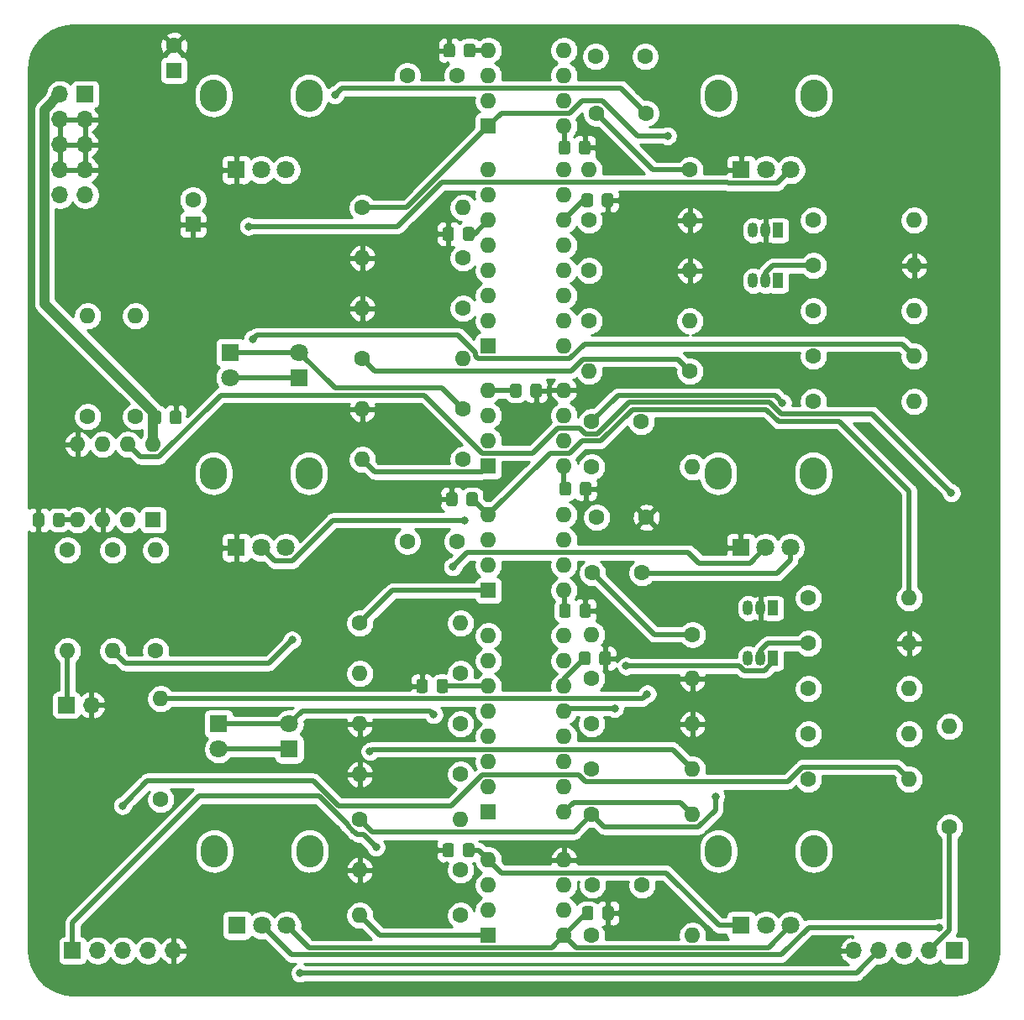
<source format=gbr>
%TF.GenerationSoftware,KiCad,Pcbnew,5.1.6-c6e7f7d~86~ubuntu18.04.1*%
%TF.CreationDate,2020-06-20T09:42:55-04:00*%
%TF.ProjectId,dual_MS20_VCF,6475616c-5f4d-4533-9230-5f5643462e6b,rev?*%
%TF.SameCoordinates,Original*%
%TF.FileFunction,Copper,L1,Top*%
%TF.FilePolarity,Positive*%
%FSLAX46Y46*%
G04 Gerber Fmt 4.6, Leading zero omitted, Abs format (unit mm)*
G04 Created by KiCad (PCBNEW 5.1.6-c6e7f7d~86~ubuntu18.04.1) date 2020-06-20 09:42:55*
%MOMM*%
%LPD*%
G01*
G04 APERTURE LIST*
%TA.AperFunction,ComponentPad*%
%ADD10O,1.700000X1.700000*%
%TD*%
%TA.AperFunction,ComponentPad*%
%ADD11R,1.700000X1.700000*%
%TD*%
%TA.AperFunction,ComponentPad*%
%ADD12O,1.600000X1.600000*%
%TD*%
%TA.AperFunction,ComponentPad*%
%ADD13R,1.600000X1.600000*%
%TD*%
%TA.AperFunction,ComponentPad*%
%ADD14O,2.720000X3.240000*%
%TD*%
%TA.AperFunction,ComponentPad*%
%ADD15C,1.800000*%
%TD*%
%TA.AperFunction,ComponentPad*%
%ADD16R,1.800000X1.800000*%
%TD*%
%TA.AperFunction,ComponentPad*%
%ADD17C,1.600000*%
%TD*%
%TA.AperFunction,ComponentPad*%
%ADD18R,1.050000X1.500000*%
%TD*%
%TA.AperFunction,ComponentPad*%
%ADD19O,1.050000X1.500000*%
%TD*%
%TA.AperFunction,ViaPad*%
%ADD20C,0.800000*%
%TD*%
%TA.AperFunction,Conductor*%
%ADD21C,0.500000*%
%TD*%
%TA.AperFunction,Conductor*%
%ADD22C,1.000000*%
%TD*%
%TA.AperFunction,Conductor*%
%ADD23C,0.254000*%
%TD*%
G04 APERTURE END LIST*
D10*
%TO.P,J4,2*%
%TO.N,GND*%
X108585000Y-120015000D03*
D11*
%TO.P,J4,1*%
%TO.N,Net-(J4-Pad1)*%
X106045000Y-120015000D03*
%TD*%
D10*
%TO.P,J3,10*%
%TO.N,-12V*%
X105410000Y-68580000D03*
%TO.P,J3,9*%
X107950000Y-68580000D03*
%TO.P,J3,8*%
%TO.N,GND*%
X105410000Y-66040000D03*
%TO.P,J3,7*%
X107950000Y-66040000D03*
%TO.P,J3,6*%
X105410000Y-63500000D03*
%TO.P,J3,5*%
X107950000Y-63500000D03*
%TO.P,J3,4*%
X105410000Y-60960000D03*
%TO.P,J3,3*%
X107950000Y-60960000D03*
%TO.P,J3,2*%
%TO.N,+12V*%
X105410000Y-58420000D03*
D11*
%TO.P,J3,1*%
X107950000Y-58420000D03*
%TD*%
%TO.P,C24,2*%
%TO.N,-12V*%
%TA.AperFunction,SMDPad,CuDef*%
G36*
G01*
X104725000Y-101800001D02*
X104725000Y-100899999D01*
G75*
G02*
X104974999Y-100650000I249999J0D01*
G01*
X105625001Y-100650000D01*
G75*
G02*
X105875000Y-100899999I0J-249999D01*
G01*
X105875000Y-101800001D01*
G75*
G02*
X105625001Y-102050000I-249999J0D01*
G01*
X104974999Y-102050000D01*
G75*
G02*
X104725000Y-101800001I0J249999D01*
G01*
G37*
%TD.AperFunction*%
%TO.P,C24,1*%
%TO.N,GND*%
%TA.AperFunction,SMDPad,CuDef*%
G36*
G01*
X102675000Y-101800001D02*
X102675000Y-100899999D01*
G75*
G02*
X102924999Y-100650000I249999J0D01*
G01*
X103575001Y-100650000D01*
G75*
G02*
X103825000Y-100899999I0J-249999D01*
G01*
X103825000Y-101800001D01*
G75*
G02*
X103575001Y-102050000I-249999J0D01*
G01*
X102924999Y-102050000D01*
G75*
G02*
X102675000Y-101800001I0J249999D01*
G01*
G37*
%TD.AperFunction*%
%TD*%
%TO.P,C23,2*%
%TO.N,GND*%
%TA.AperFunction,SMDPad,CuDef*%
G36*
G01*
X116500000Y-91450001D02*
X116500000Y-90549999D01*
G75*
G02*
X116749999Y-90300000I249999J0D01*
G01*
X117400001Y-90300000D01*
G75*
G02*
X117650000Y-90549999I0J-249999D01*
G01*
X117650000Y-91450001D01*
G75*
G02*
X117400001Y-91700000I-249999J0D01*
G01*
X116749999Y-91700000D01*
G75*
G02*
X116500000Y-91450001I0J249999D01*
G01*
G37*
%TD.AperFunction*%
%TO.P,C23,1*%
%TO.N,+12V*%
%TA.AperFunction,SMDPad,CuDef*%
G36*
G01*
X114450000Y-91450001D02*
X114450000Y-90549999D01*
G75*
G02*
X114699999Y-90300000I249999J0D01*
G01*
X115350001Y-90300000D01*
G75*
G02*
X115600000Y-90549999I0J-249999D01*
G01*
X115600000Y-91450001D01*
G75*
G02*
X115350001Y-91700000I-249999J0D01*
G01*
X114699999Y-91700000D01*
G75*
G02*
X114450000Y-91450001I0J249999D01*
G01*
G37*
%TD.AperFunction*%
%TD*%
%TO.P,C22,2*%
%TO.N,-12V*%
%TA.AperFunction,SMDPad,CuDef*%
G36*
G01*
X146025000Y-135100001D02*
X146025000Y-134199999D01*
G75*
G02*
X146274999Y-133950000I249999J0D01*
G01*
X146925001Y-133950000D01*
G75*
G02*
X147175000Y-134199999I0J-249999D01*
G01*
X147175000Y-135100001D01*
G75*
G02*
X146925001Y-135350000I-249999J0D01*
G01*
X146274999Y-135350000D01*
G75*
G02*
X146025000Y-135100001I0J249999D01*
G01*
G37*
%TD.AperFunction*%
%TO.P,C22,1*%
%TO.N,GND*%
%TA.AperFunction,SMDPad,CuDef*%
G36*
G01*
X143975000Y-135100001D02*
X143975000Y-134199999D01*
G75*
G02*
X144224999Y-133950000I249999J0D01*
G01*
X144875001Y-133950000D01*
G75*
G02*
X145125000Y-134199999I0J-249999D01*
G01*
X145125000Y-135100001D01*
G75*
G02*
X144875001Y-135350000I-249999J0D01*
G01*
X144224999Y-135350000D01*
G75*
G02*
X143975000Y-135100001I0J249999D01*
G01*
G37*
%TD.AperFunction*%
%TD*%
%TO.P,C21,2*%
%TO.N,GND*%
%TA.AperFunction,SMDPad,CuDef*%
G36*
G01*
X160075000Y-141450001D02*
X160075000Y-140549999D01*
G75*
G02*
X160324999Y-140300000I249999J0D01*
G01*
X160975001Y-140300000D01*
G75*
G02*
X161225000Y-140549999I0J-249999D01*
G01*
X161225000Y-141450001D01*
G75*
G02*
X160975001Y-141700000I-249999J0D01*
G01*
X160324999Y-141700000D01*
G75*
G02*
X160075000Y-141450001I0J249999D01*
G01*
G37*
%TD.AperFunction*%
%TO.P,C21,1*%
%TO.N,+12V*%
%TA.AperFunction,SMDPad,CuDef*%
G36*
G01*
X158025000Y-141450001D02*
X158025000Y-140549999D01*
G75*
G02*
X158274999Y-140300000I249999J0D01*
G01*
X158925001Y-140300000D01*
G75*
G02*
X159175000Y-140549999I0J-249999D01*
G01*
X159175000Y-141450001D01*
G75*
G02*
X158925001Y-141700000I-249999J0D01*
G01*
X158274999Y-141700000D01*
G75*
G02*
X158025000Y-141450001I0J249999D01*
G01*
G37*
%TD.AperFunction*%
%TD*%
%TO.P,C20,2*%
%TO.N,-12V*%
%TA.AperFunction,SMDPad,CuDef*%
G36*
G01*
X143375000Y-118550001D02*
X143375000Y-117649999D01*
G75*
G02*
X143624999Y-117400000I249999J0D01*
G01*
X144275001Y-117400000D01*
G75*
G02*
X144525000Y-117649999I0J-249999D01*
G01*
X144525000Y-118550001D01*
G75*
G02*
X144275001Y-118800000I-249999J0D01*
G01*
X143624999Y-118800000D01*
G75*
G02*
X143375000Y-118550001I0J249999D01*
G01*
G37*
%TD.AperFunction*%
%TO.P,C20,1*%
%TO.N,GND*%
%TA.AperFunction,SMDPad,CuDef*%
G36*
G01*
X141325000Y-118550001D02*
X141325000Y-117649999D01*
G75*
G02*
X141574999Y-117400000I249999J0D01*
G01*
X142225001Y-117400000D01*
G75*
G02*
X142475000Y-117649999I0J-249999D01*
G01*
X142475000Y-118550001D01*
G75*
G02*
X142225001Y-118800000I-249999J0D01*
G01*
X141574999Y-118800000D01*
G75*
G02*
X141325000Y-118550001I0J249999D01*
G01*
G37*
%TD.AperFunction*%
%TD*%
%TO.P,C19,2*%
%TO.N,GND*%
%TA.AperFunction,SMDPad,CuDef*%
G36*
G01*
X159775000Y-115750001D02*
X159775000Y-114849999D01*
G75*
G02*
X160024999Y-114600000I249999J0D01*
G01*
X160675001Y-114600000D01*
G75*
G02*
X160925000Y-114849999I0J-249999D01*
G01*
X160925000Y-115750001D01*
G75*
G02*
X160675001Y-116000000I-249999J0D01*
G01*
X160024999Y-116000000D01*
G75*
G02*
X159775000Y-115750001I0J249999D01*
G01*
G37*
%TD.AperFunction*%
%TO.P,C19,1*%
%TO.N,+12V*%
%TA.AperFunction,SMDPad,CuDef*%
G36*
G01*
X157725000Y-115750001D02*
X157725000Y-114849999D01*
G75*
G02*
X157974999Y-114600000I249999J0D01*
G01*
X158625001Y-114600000D01*
G75*
G02*
X158875000Y-114849999I0J-249999D01*
G01*
X158875000Y-115750001D01*
G75*
G02*
X158625001Y-116000000I-249999J0D01*
G01*
X157974999Y-116000000D01*
G75*
G02*
X157725000Y-115750001I0J249999D01*
G01*
G37*
%TD.AperFunction*%
%TD*%
%TO.P,C18,2*%
%TO.N,-12V*%
%TA.AperFunction,SMDPad,CuDef*%
G36*
G01*
X146375000Y-99700001D02*
X146375000Y-98799999D01*
G75*
G02*
X146624999Y-98550000I249999J0D01*
G01*
X147275001Y-98550000D01*
G75*
G02*
X147525000Y-98799999I0J-249999D01*
G01*
X147525000Y-99700001D01*
G75*
G02*
X147275001Y-99950000I-249999J0D01*
G01*
X146624999Y-99950000D01*
G75*
G02*
X146375000Y-99700001I0J249999D01*
G01*
G37*
%TD.AperFunction*%
%TO.P,C18,1*%
%TO.N,GND*%
%TA.AperFunction,SMDPad,CuDef*%
G36*
G01*
X144325000Y-99700001D02*
X144325000Y-98799999D01*
G75*
G02*
X144574999Y-98550000I249999J0D01*
G01*
X145225001Y-98550000D01*
G75*
G02*
X145475000Y-98799999I0J-249999D01*
G01*
X145475000Y-99700001D01*
G75*
G02*
X145225001Y-99950000I-249999J0D01*
G01*
X144574999Y-99950000D01*
G75*
G02*
X144325000Y-99700001I0J249999D01*
G01*
G37*
%TD.AperFunction*%
%TD*%
%TO.P,C17,2*%
%TO.N,GND*%
%TA.AperFunction,SMDPad,CuDef*%
G36*
G01*
X157775000Y-110950001D02*
X157775000Y-110049999D01*
G75*
G02*
X158024999Y-109800000I249999J0D01*
G01*
X158675001Y-109800000D01*
G75*
G02*
X158925000Y-110049999I0J-249999D01*
G01*
X158925000Y-110950001D01*
G75*
G02*
X158675001Y-111200000I-249999J0D01*
G01*
X158024999Y-111200000D01*
G75*
G02*
X157775000Y-110950001I0J249999D01*
G01*
G37*
%TD.AperFunction*%
%TO.P,C17,1*%
%TO.N,+12V*%
%TA.AperFunction,SMDPad,CuDef*%
G36*
G01*
X155725000Y-110950001D02*
X155725000Y-110049999D01*
G75*
G02*
X155974999Y-109800000I249999J0D01*
G01*
X156625001Y-109800000D01*
G75*
G02*
X156875000Y-110049999I0J-249999D01*
G01*
X156875000Y-110950001D01*
G75*
G02*
X156625001Y-111200000I-249999J0D01*
G01*
X155974999Y-111200000D01*
G75*
G02*
X155725000Y-110950001I0J249999D01*
G01*
G37*
%TD.AperFunction*%
%TD*%
%TO.P,C16,2*%
%TO.N,-12V*%
%TA.AperFunction,SMDPad,CuDef*%
G36*
G01*
X151925000Y-87849999D02*
X151925000Y-88750001D01*
G75*
G02*
X151675001Y-89000000I-249999J0D01*
G01*
X151024999Y-89000000D01*
G75*
G02*
X150775000Y-88750001I0J249999D01*
G01*
X150775000Y-87849999D01*
G75*
G02*
X151024999Y-87600000I249999J0D01*
G01*
X151675001Y-87600000D01*
G75*
G02*
X151925000Y-87849999I0J-249999D01*
G01*
G37*
%TD.AperFunction*%
%TO.P,C16,1*%
%TO.N,GND*%
%TA.AperFunction,SMDPad,CuDef*%
G36*
G01*
X153975000Y-87849999D02*
X153975000Y-88750001D01*
G75*
G02*
X153725001Y-89000000I-249999J0D01*
G01*
X153074999Y-89000000D01*
G75*
G02*
X152825000Y-88750001I0J249999D01*
G01*
X152825000Y-87849999D01*
G75*
G02*
X153074999Y-87600000I249999J0D01*
G01*
X153725001Y-87600000D01*
G75*
G02*
X153975000Y-87849999I0J-249999D01*
G01*
G37*
%TD.AperFunction*%
%TD*%
%TO.P,C15,2*%
%TO.N,GND*%
%TA.AperFunction,SMDPad,CuDef*%
G36*
G01*
X157825000Y-98650001D02*
X157825000Y-97749999D01*
G75*
G02*
X158074999Y-97500000I249999J0D01*
G01*
X158725001Y-97500000D01*
G75*
G02*
X158975000Y-97749999I0J-249999D01*
G01*
X158975000Y-98650001D01*
G75*
G02*
X158725001Y-98900000I-249999J0D01*
G01*
X158074999Y-98900000D01*
G75*
G02*
X157825000Y-98650001I0J249999D01*
G01*
G37*
%TD.AperFunction*%
%TO.P,C15,1*%
%TO.N,+12V*%
%TA.AperFunction,SMDPad,CuDef*%
G36*
G01*
X155775000Y-98650001D02*
X155775000Y-97749999D01*
G75*
G02*
X156024999Y-97500000I249999J0D01*
G01*
X156675001Y-97500000D01*
G75*
G02*
X156925000Y-97749999I0J-249999D01*
G01*
X156925000Y-98650001D01*
G75*
G02*
X156675001Y-98900000I-249999J0D01*
G01*
X156024999Y-98900000D01*
G75*
G02*
X155775000Y-98650001I0J249999D01*
G01*
G37*
%TD.AperFunction*%
%TD*%
%TO.P,C14,2*%
%TO.N,-12V*%
%TA.AperFunction,SMDPad,CuDef*%
G36*
G01*
X146025000Y-72950001D02*
X146025000Y-72049999D01*
G75*
G02*
X146274999Y-71800000I249999J0D01*
G01*
X146925001Y-71800000D01*
G75*
G02*
X147175000Y-72049999I0J-249999D01*
G01*
X147175000Y-72950001D01*
G75*
G02*
X146925001Y-73200000I-249999J0D01*
G01*
X146274999Y-73200000D01*
G75*
G02*
X146025000Y-72950001I0J249999D01*
G01*
G37*
%TD.AperFunction*%
%TO.P,C14,1*%
%TO.N,GND*%
%TA.AperFunction,SMDPad,CuDef*%
G36*
G01*
X143975000Y-72950001D02*
X143975000Y-72049999D01*
G75*
G02*
X144224999Y-71800000I249999J0D01*
G01*
X144875001Y-71800000D01*
G75*
G02*
X145125000Y-72049999I0J-249999D01*
G01*
X145125000Y-72950001D01*
G75*
G02*
X144875001Y-73200000I-249999J0D01*
G01*
X144224999Y-73200000D01*
G75*
G02*
X143975000Y-72950001I0J249999D01*
G01*
G37*
%TD.AperFunction*%
%TD*%
%TO.P,C13,2*%
%TO.N,GND*%
%TA.AperFunction,SMDPad,CuDef*%
G36*
G01*
X160025000Y-69550001D02*
X160025000Y-68649999D01*
G75*
G02*
X160274999Y-68400000I249999J0D01*
G01*
X160925001Y-68400000D01*
G75*
G02*
X161175000Y-68649999I0J-249999D01*
G01*
X161175000Y-69550001D01*
G75*
G02*
X160925001Y-69800000I-249999J0D01*
G01*
X160274999Y-69800000D01*
G75*
G02*
X160025000Y-69550001I0J249999D01*
G01*
G37*
%TD.AperFunction*%
%TO.P,C13,1*%
%TO.N,+12V*%
%TA.AperFunction,SMDPad,CuDef*%
G36*
G01*
X157975000Y-69550001D02*
X157975000Y-68649999D01*
G75*
G02*
X158224999Y-68400000I249999J0D01*
G01*
X158875001Y-68400000D01*
G75*
G02*
X159125000Y-68649999I0J-249999D01*
G01*
X159125000Y-69550001D01*
G75*
G02*
X158875001Y-69800000I-249999J0D01*
G01*
X158224999Y-69800000D01*
G75*
G02*
X157975000Y-69550001I0J249999D01*
G01*
G37*
%TD.AperFunction*%
%TD*%
%TO.P,C12,2*%
%TO.N,-12V*%
%TA.AperFunction,SMDPad,CuDef*%
G36*
G01*
X146125000Y-54450001D02*
X146125000Y-53549999D01*
G75*
G02*
X146374999Y-53300000I249999J0D01*
G01*
X147025001Y-53300000D01*
G75*
G02*
X147275000Y-53549999I0J-249999D01*
G01*
X147275000Y-54450001D01*
G75*
G02*
X147025001Y-54700000I-249999J0D01*
G01*
X146374999Y-54700000D01*
G75*
G02*
X146125000Y-54450001I0J249999D01*
G01*
G37*
%TD.AperFunction*%
%TO.P,C12,1*%
%TO.N,GND*%
%TA.AperFunction,SMDPad,CuDef*%
G36*
G01*
X144075000Y-54450001D02*
X144075000Y-53549999D01*
G75*
G02*
X144324999Y-53300000I249999J0D01*
G01*
X144975001Y-53300000D01*
G75*
G02*
X145225000Y-53549999I0J-249999D01*
G01*
X145225000Y-54450001D01*
G75*
G02*
X144975001Y-54700000I-249999J0D01*
G01*
X144324999Y-54700000D01*
G75*
G02*
X144075000Y-54450001I0J249999D01*
G01*
G37*
%TD.AperFunction*%
%TD*%
%TO.P,C11,2*%
%TO.N,GND*%
%TA.AperFunction,SMDPad,CuDef*%
G36*
G01*
X157725000Y-64250001D02*
X157725000Y-63349999D01*
G75*
G02*
X157974999Y-63100000I249999J0D01*
G01*
X158625001Y-63100000D01*
G75*
G02*
X158875000Y-63349999I0J-249999D01*
G01*
X158875000Y-64250001D01*
G75*
G02*
X158625001Y-64500000I-249999J0D01*
G01*
X157974999Y-64500000D01*
G75*
G02*
X157725000Y-64250001I0J249999D01*
G01*
G37*
%TD.AperFunction*%
%TO.P,C11,1*%
%TO.N,+12V*%
%TA.AperFunction,SMDPad,CuDef*%
G36*
G01*
X155675000Y-64250001D02*
X155675000Y-63349999D01*
G75*
G02*
X155924999Y-63100000I249999J0D01*
G01*
X156575001Y-63100000D01*
G75*
G02*
X156825000Y-63349999I0J-249999D01*
G01*
X156825000Y-64250001D01*
G75*
G02*
X156575001Y-64500000I-249999J0D01*
G01*
X155924999Y-64500000D01*
G75*
G02*
X155675000Y-64250001I0J249999D01*
G01*
G37*
%TD.AperFunction*%
%TD*%
D12*
%TO.P,U7,8*%
%TO.N,+12V*%
X114808000Y-93726000D03*
%TO.P,U7,4*%
%TO.N,-12V*%
X107188000Y-101346000D03*
%TO.P,U7,7*%
%TO.N,Net-(R41-Pad1)*%
X112268000Y-93726000D03*
%TO.P,U7,3*%
%TO.N,GND*%
X109728000Y-101346000D03*
%TO.P,U7,6*%
%TO.N,Net-(R39-Pad1)*%
X109728000Y-93726000D03*
%TO.P,U7,2*%
%TO.N,Net-(R36-Pad1)*%
X112268000Y-101346000D03*
%TO.P,U7,5*%
%TO.N,GND*%
X107188000Y-93726000D03*
D13*
%TO.P,U7,1*%
%TO.N,Net-(R38-Pad1)*%
X114808000Y-101346000D03*
%TD*%
D12*
%TO.P,U6,8*%
%TO.N,+12V*%
X156210000Y-143256000D03*
%TO.P,U6,4*%
%TO.N,-12V*%
X148590000Y-135636000D03*
%TO.P,U6,7*%
%TO.N,Net-(C6-Pad1)*%
X156210000Y-140716000D03*
%TO.P,U6,3*%
%TO.N,Net-(RV2-Pad2)*%
X148590000Y-138176000D03*
%TO.P,U6,6*%
%TO.N,Net-(C6-Pad2)*%
X156210000Y-138176000D03*
%TO.P,U6,2*%
%TO.N,Net-(D3-Pad1)*%
X148590000Y-140716000D03*
%TO.P,U6,5*%
%TO.N,GND*%
X156210000Y-135636000D03*
D13*
%TO.P,U6,1*%
%TO.N,Net-(C5-Pad2)*%
X148590000Y-143256000D03*
%TD*%
D12*
%TO.P,U5,8*%
%TO.N,+12V*%
X156210000Y-108458000D03*
%TO.P,U5,4*%
%TO.N,-12V*%
X148590000Y-100838000D03*
%TO.P,U5,7*%
%TO.N,Net-(C8-Pad2)*%
X156210000Y-105918000D03*
%TO.P,U5,3*%
%TO.N,Net-(C5-Pad1)*%
X148590000Y-103378000D03*
%TO.P,U5,6*%
%TO.N,Net-(C8-Pad2)*%
X156210000Y-103378000D03*
%TO.P,U5,2*%
%TO.N,Net-(R20-Pad1)*%
X148590000Y-105918000D03*
%TO.P,U5,5*%
%TO.N,Net-(C7-Pad1)*%
X156210000Y-100838000D03*
D13*
%TO.P,U5,1*%
%TO.N,Net-(R20-Pad1)*%
X148590000Y-108458000D03*
%TD*%
D12*
%TO.P,U4,16*%
%TO.N,Net-(R35-Pad2)*%
X156210000Y-130810000D03*
%TO.P,U4,8*%
%TO.N,Net-(U4-Pad8)*%
X148590000Y-113030000D03*
%TO.P,U4,15*%
%TO.N,Net-(U4-Pad15)*%
X156210000Y-128270000D03*
%TO.P,U4,7*%
%TO.N,Net-(U4-Pad7)*%
X148590000Y-115570000D03*
%TO.P,U4,14*%
%TO.N,Net-(R29-Pad1)*%
X156210000Y-125730000D03*
%TO.P,U4,6*%
%TO.N,-12V*%
X148590000Y-118110000D03*
%TO.P,U4,13*%
%TO.N,Net-(R30-Pad1)*%
X156210000Y-123190000D03*
%TO.P,U4,5*%
%TO.N,Net-(C5-Pad1)*%
X148590000Y-120650000D03*
%TO.P,U4,12*%
%TO.N,Net-(C7-Pad1)*%
X156210000Y-120650000D03*
%TO.P,U4,4*%
%TO.N,Net-(R18-Pad1)*%
X148590000Y-123190000D03*
%TO.P,U4,11*%
%TO.N,+12V*%
X156210000Y-118110000D03*
%TO.P,U4,3*%
%TO.N,Net-(R21-Pad1)*%
X148590000Y-125730000D03*
%TO.P,U4,10*%
%TO.N,Net-(U4-Pad10)*%
X156210000Y-115570000D03*
%TO.P,U4,2*%
%TO.N,Net-(U4-Pad2)*%
X148590000Y-128270000D03*
%TO.P,U4,9*%
%TO.N,Net-(U4-Pad9)*%
X156210000Y-113030000D03*
D13*
%TO.P,U4,1*%
%TO.N,Net-(R25-Pad2)*%
X148590000Y-130810000D03*
%TD*%
D12*
%TO.P,U3,8*%
%TO.N,+12V*%
X156210000Y-95885000D03*
%TO.P,U3,4*%
%TO.N,-12V*%
X148590000Y-88265000D03*
%TO.P,U3,7*%
%TO.N,Net-(C2-Pad1)*%
X156210000Y-93345000D03*
%TO.P,U3,3*%
%TO.N,Net-(RV1-Pad2)*%
X148590000Y-90805000D03*
%TO.P,U3,6*%
%TO.N,Net-(C2-Pad2)*%
X156210000Y-90805000D03*
%TO.P,U3,2*%
%TO.N,Net-(D1-Pad1)*%
X148590000Y-93345000D03*
%TO.P,U3,5*%
%TO.N,GND*%
X156210000Y-88265000D03*
D13*
%TO.P,U3,1*%
%TO.N,Net-(C1-Pad2)*%
X148590000Y-95885000D03*
%TD*%
D12*
%TO.P,U2,8*%
%TO.N,+12V*%
X156210000Y-61595000D03*
%TO.P,U2,4*%
%TO.N,-12V*%
X148590000Y-53975000D03*
%TO.P,U2,7*%
%TO.N,Net-(C4-Pad2)*%
X156210000Y-59055000D03*
%TO.P,U2,3*%
%TO.N,Net-(C1-Pad1)*%
X148590000Y-56515000D03*
%TO.P,U2,6*%
%TO.N,Net-(C4-Pad2)*%
X156210000Y-56515000D03*
%TO.P,U2,2*%
%TO.N,Net-(R11-Pad2)*%
X148590000Y-59055000D03*
%TO.P,U2,5*%
%TO.N,Net-(C3-Pad1)*%
X156210000Y-53975000D03*
D13*
%TO.P,U2,1*%
%TO.N,Net-(R11-Pad2)*%
X148590000Y-61595000D03*
%TD*%
D12*
%TO.P,U1,16*%
%TO.N,Net-(R17-Pad2)*%
X156210000Y-83820000D03*
%TO.P,U1,8*%
%TO.N,Net-(U1-Pad8)*%
X148590000Y-66040000D03*
%TO.P,U1,15*%
%TO.N,Net-(U1-Pad15)*%
X156210000Y-81280000D03*
%TO.P,U1,7*%
%TO.N,Net-(U1-Pad7)*%
X148590000Y-68580000D03*
%TO.P,U1,14*%
%TO.N,Net-(R11-Pad1)*%
X156210000Y-78740000D03*
%TO.P,U1,6*%
%TO.N,-12V*%
X148590000Y-71120000D03*
%TO.P,U1,13*%
%TO.N,Net-(R12-Pad1)*%
X156210000Y-76200000D03*
%TO.P,U1,5*%
%TO.N,Net-(C1-Pad1)*%
X148590000Y-73660000D03*
%TO.P,U1,12*%
%TO.N,Net-(C3-Pad1)*%
X156210000Y-73660000D03*
%TO.P,U1,4*%
%TO.N,Net-(R1-Pad1)*%
X148590000Y-76200000D03*
%TO.P,U1,11*%
%TO.N,+12V*%
X156210000Y-71120000D03*
%TO.P,U1,3*%
%TO.N,Net-(R3-Pad1)*%
X148590000Y-78740000D03*
%TO.P,U1,10*%
%TO.N,Net-(U1-Pad10)*%
X156210000Y-68580000D03*
%TO.P,U1,2*%
%TO.N,Net-(U1-Pad2)*%
X148590000Y-81280000D03*
%TO.P,U1,9*%
%TO.N,Net-(U1-Pad9)*%
X156210000Y-66040000D03*
D13*
%TO.P,U1,1*%
%TO.N,Net-(R7-Pad2)*%
X148590000Y-83820000D03*
%TD*%
D14*
%TO.P,RV6,*%
%TO.N,*%
X171770000Y-134740000D03*
X181370000Y-134740000D03*
D15*
%TO.P,RV6,3*%
%TO.N,+12V*%
X179070000Y-142240000D03*
%TO.P,RV6,2*%
%TO.N,/LPF/lpf_cv_in_3*%
X176570000Y-142240000D03*
D16*
%TO.P,RV6,1*%
%TO.N,-12V*%
X174070000Y-142240000D03*
%TD*%
D14*
%TO.P,RV5,*%
%TO.N,*%
X120970000Y-134740000D03*
X130570000Y-134740000D03*
D15*
%TO.P,RV5,3*%
%TO.N,+12V*%
X128270000Y-142240000D03*
%TO.P,RV5,2*%
%TO.N,/HPF/hpf_cv_in_3*%
X125770000Y-142240000D03*
D16*
%TO.P,RV5,1*%
%TO.N,-12V*%
X123270000Y-142240000D03*
%TD*%
D14*
%TO.P,RV4,*%
%TO.N,*%
X171770000Y-58540000D03*
X181370000Y-58540000D03*
D15*
%TO.P,RV4,3*%
%TO.N,Net-(J2-Pad4)*%
X179070000Y-66040000D03*
%TO.P,RV4,2*%
%TO.N,/LPF/lpf_cv_in_2*%
X176570000Y-66040000D03*
D16*
%TO.P,RV4,1*%
%TO.N,GND*%
X174070000Y-66040000D03*
%TD*%
D14*
%TO.P,RV3,*%
%TO.N,*%
X120890000Y-58540000D03*
X130490000Y-58540000D03*
D15*
%TO.P,RV3,3*%
%TO.N,Net-(J1-Pad4)*%
X128190000Y-66040000D03*
%TO.P,RV3,2*%
%TO.N,/HPF/hpf_cv_in_2*%
X125690000Y-66040000D03*
D16*
%TO.P,RV3,1*%
%TO.N,GND*%
X123190000Y-66040000D03*
%TD*%
D14*
%TO.P,RV2,*%
%TO.N,*%
X171730000Y-96640000D03*
X181330000Y-96640000D03*
D15*
%TO.P,RV2,3*%
%TO.N,/LPF/lpf_out*%
X179030000Y-104140000D03*
%TO.P,RV2,2*%
%TO.N,Net-(RV2-Pad2)*%
X176530000Y-104140000D03*
D16*
%TO.P,RV2,1*%
%TO.N,GND*%
X174030000Y-104140000D03*
%TD*%
D14*
%TO.P,RV1,*%
%TO.N,*%
X120890000Y-96640000D03*
X130490000Y-96640000D03*
D15*
%TO.P,RV1,3*%
%TO.N,/high_pass*%
X128190000Y-104140000D03*
%TO.P,RV1,2*%
%TO.N,Net-(RV1-Pad2)*%
X125690000Y-104140000D03*
D16*
%TO.P,RV1,1*%
%TO.N,GND*%
X123190000Y-104140000D03*
%TD*%
D12*
%TO.P,R42,2*%
%TO.N,Net-(R41-Pad1)*%
X195072000Y-122174000D03*
D17*
%TO.P,R42,1*%
%TO.N,/summed_hp_lp*%
X195072000Y-132334000D03*
%TD*%
D12*
%TO.P,R41,2*%
%TO.N,Net-(R39-Pad1)*%
X113030000Y-80772000D03*
D17*
%TO.P,R41,1*%
%TO.N,Net-(R41-Pad1)*%
X113030000Y-90932000D03*
%TD*%
D12*
%TO.P,R40,2*%
%TO.N,/LPF/lpf_out*%
X115570000Y-119380000D03*
D17*
%TO.P,R40,1*%
%TO.N,/low_pass*%
X115570000Y-129540000D03*
%TD*%
D12*
%TO.P,R39,2*%
%TO.N,Net-(R38-Pad1)*%
X108204000Y-80772000D03*
D17*
%TO.P,R39,1*%
%TO.N,Net-(R39-Pad1)*%
X108204000Y-90932000D03*
%TD*%
D12*
%TO.P,R38,2*%
%TO.N,Net-(R36-Pad1)*%
X115062000Y-104394000D03*
D17*
%TO.P,R38,1*%
%TO.N,Net-(R38-Pad1)*%
X115062000Y-114554000D03*
%TD*%
D12*
%TO.P,R37,2*%
%TO.N,Net-(J4-Pad1)*%
X106172000Y-114554000D03*
D17*
%TO.P,R37,1*%
%TO.N,Net-(R36-Pad1)*%
X106172000Y-104394000D03*
%TD*%
D12*
%TO.P,R36,2*%
%TO.N,/high_pass*%
X110744000Y-114554000D03*
D17*
%TO.P,R36,1*%
%TO.N,Net-(R36-Pad1)*%
X110744000Y-104394000D03*
%TD*%
D12*
%TO.P,R35,2*%
%TO.N,Net-(R35-Pad2)*%
X169164000Y-131064000D03*
D17*
%TO.P,R35,1*%
%TO.N,/LPF/i_out*%
X159004000Y-131064000D03*
%TD*%
D12*
%TO.P,R34,2*%
%TO.N,GND*%
X135636000Y-136652000D03*
D17*
%TO.P,R34,1*%
%TO.N,Net-(D3-Pad1)*%
X145796000Y-136652000D03*
%TD*%
D12*
%TO.P,R33,2*%
%TO.N,GND*%
X169164000Y-117348000D03*
D17*
%TO.P,R33,1*%
%TO.N,Net-(R29-Pad1)*%
X159004000Y-117348000D03*
%TD*%
D12*
%TO.P,R32,2*%
%TO.N,Net-(R30-Pad1)*%
X159004000Y-112903000D03*
D17*
%TO.P,R32,1*%
%TO.N,Net-(C8-Pad2)*%
X169164000Y-112903000D03*
%TD*%
D12*
%TO.P,R31,2*%
%TO.N,Net-(C5-Pad2)*%
X135636000Y-141224000D03*
D17*
%TO.P,R31,1*%
%TO.N,Net-(D3-Pad1)*%
X145796000Y-141224000D03*
%TD*%
D12*
%TO.P,R30,2*%
%TO.N,GND*%
X169164000Y-121920000D03*
D17*
%TO.P,R30,1*%
%TO.N,Net-(R30-Pad1)*%
X159004000Y-121920000D03*
%TD*%
D12*
%TO.P,R29,2*%
%TO.N,Net-(R20-Pad1)*%
X169164000Y-126492000D03*
D17*
%TO.P,R29,1*%
%TO.N,Net-(R29-Pad1)*%
X159004000Y-126492000D03*
%TD*%
D12*
%TO.P,R28,2*%
%TO.N,Net-(Q3-Pad3)*%
X169164000Y-143256000D03*
D17*
%TO.P,R28,1*%
%TO.N,Net-(C6-Pad1)*%
X159004000Y-143256000D03*
%TD*%
D12*
%TO.P,R27,2*%
%TO.N,-12V*%
X191008000Y-109220000D03*
D17*
%TO.P,R27,1*%
%TO.N,Net-(C6-Pad2)*%
X180848000Y-109220000D03*
%TD*%
D12*
%TO.P,R26,2*%
%TO.N,GND*%
X191008000Y-113792000D03*
D17*
%TO.P,R26,1*%
%TO.N,Net-(Q3-Pad2)*%
X180848000Y-113792000D03*
%TD*%
D12*
%TO.P,R25,2*%
%TO.N,Net-(R25-Pad2)*%
X145796000Y-131572000D03*
D17*
%TO.P,R25,1*%
%TO.N,/LPF/i_out*%
X135636000Y-131572000D03*
%TD*%
D12*
%TO.P,R24,2*%
%TO.N,/LPF/lpf_cv_in_3*%
X191008000Y-118364000D03*
D17*
%TO.P,R24,1*%
%TO.N,Net-(Q3-Pad2)*%
X180848000Y-118364000D03*
%TD*%
D12*
%TO.P,R23,2*%
%TO.N,/LPF/lpf_cv_in_2*%
X191008000Y-122936000D03*
D17*
%TO.P,R23,1*%
%TO.N,Net-(Q3-Pad2)*%
X180848000Y-122936000D03*
%TD*%
D12*
%TO.P,R22,2*%
%TO.N,/LPF/lpf_cv_in_1*%
X191008000Y-127508000D03*
D17*
%TO.P,R22,1*%
%TO.N,Net-(Q3-Pad2)*%
X180848000Y-127508000D03*
%TD*%
D12*
%TO.P,R21,2*%
%TO.N,GND*%
X135636000Y-127000000D03*
D17*
%TO.P,R21,1*%
%TO.N,Net-(R21-Pad1)*%
X145796000Y-127000000D03*
%TD*%
D12*
%TO.P,R20,2*%
%TO.N,Net-(R18-Pad1)*%
X145796000Y-111760000D03*
D17*
%TO.P,R20,1*%
%TO.N,Net-(R20-Pad1)*%
X135636000Y-111760000D03*
%TD*%
D12*
%TO.P,R19,2*%
%TO.N,GND*%
X135636000Y-121920000D03*
D17*
%TO.P,R19,1*%
%TO.N,Net-(R18-Pad1)*%
X145796000Y-121920000D03*
%TD*%
D12*
%TO.P,R18,2*%
%TO.N,/LPF/lpf_in*%
X135636000Y-116840000D03*
D17*
%TO.P,R18,1*%
%TO.N,Net-(R18-Pad1)*%
X145796000Y-116840000D03*
%TD*%
D12*
%TO.P,R17,2*%
%TO.N,Net-(R17-Pad2)*%
X158750000Y-86360000D03*
D17*
%TO.P,R17,1*%
%TO.N,/HPF/i_out*%
X168910000Y-86360000D03*
%TD*%
D12*
%TO.P,R16,2*%
%TO.N,GND*%
X135890000Y-90170000D03*
D17*
%TO.P,R16,1*%
%TO.N,Net-(D1-Pad1)*%
X146050000Y-90170000D03*
%TD*%
D12*
%TO.P,R15,2*%
%TO.N,GND*%
X168910000Y-76200000D03*
D17*
%TO.P,R15,1*%
%TO.N,Net-(R11-Pad1)*%
X158750000Y-76200000D03*
%TD*%
D12*
%TO.P,R14,2*%
%TO.N,Net-(R12-Pad1)*%
X158750000Y-66040000D03*
D17*
%TO.P,R14,1*%
%TO.N,Net-(C4-Pad2)*%
X168910000Y-66040000D03*
%TD*%
D12*
%TO.P,R13,2*%
%TO.N,Net-(C1-Pad2)*%
X135890000Y-95250000D03*
D17*
%TO.P,R13,1*%
%TO.N,Net-(D1-Pad1)*%
X146050000Y-95250000D03*
%TD*%
D12*
%TO.P,R12,2*%
%TO.N,GND*%
X168910000Y-71120000D03*
D17*
%TO.P,R12,1*%
%TO.N,Net-(R12-Pad1)*%
X158750000Y-71120000D03*
%TD*%
D12*
%TO.P,R11,2*%
%TO.N,Net-(R11-Pad2)*%
X168910000Y-81280000D03*
D17*
%TO.P,R11,1*%
%TO.N,Net-(R11-Pad1)*%
X158750000Y-81280000D03*
%TD*%
D12*
%TO.P,R10,2*%
%TO.N,Net-(Q1-Pad3)*%
X169164000Y-96012000D03*
D17*
%TO.P,R10,1*%
%TO.N,Net-(C2-Pad1)*%
X159004000Y-96012000D03*
%TD*%
D12*
%TO.P,R9,2*%
%TO.N,-12V*%
X191516000Y-71120000D03*
D17*
%TO.P,R9,1*%
%TO.N,Net-(C2-Pad2)*%
X181356000Y-71120000D03*
%TD*%
D12*
%TO.P,R8,2*%
%TO.N,GND*%
X191516000Y-75692000D03*
D17*
%TO.P,R8,1*%
%TO.N,Net-(Q1-Pad2)*%
X181356000Y-75692000D03*
%TD*%
D12*
%TO.P,R7,2*%
%TO.N,Net-(R7-Pad2)*%
X146050000Y-85090000D03*
D17*
%TO.P,R7,1*%
%TO.N,/HPF/i_out*%
X135890000Y-85090000D03*
%TD*%
D12*
%TO.P,R6,2*%
%TO.N,/HPF/hpf_cv_in_3*%
X191516000Y-80264000D03*
D17*
%TO.P,R6,1*%
%TO.N,Net-(Q1-Pad2)*%
X181356000Y-80264000D03*
%TD*%
D12*
%TO.P,R5,2*%
%TO.N,/HPF/hpf_cv_in_2*%
X191516000Y-84836000D03*
D17*
%TO.P,R5,1*%
%TO.N,Net-(Q1-Pad2)*%
X181356000Y-84836000D03*
%TD*%
D12*
%TO.P,R4,2*%
%TO.N,/HPF/hpf_cv_in_1*%
X191516000Y-89408000D03*
D17*
%TO.P,R4,1*%
%TO.N,Net-(Q1-Pad2)*%
X181356000Y-89408000D03*
%TD*%
D12*
%TO.P,R3,2*%
%TO.N,GND*%
X135890000Y-80010000D03*
D17*
%TO.P,R3,1*%
%TO.N,Net-(R3-Pad1)*%
X146050000Y-80010000D03*
%TD*%
D12*
%TO.P,R2,2*%
%TO.N,Net-(R1-Pad1)*%
X146050000Y-69850000D03*
D17*
%TO.P,R2,1*%
%TO.N,Net-(R11-Pad2)*%
X135890000Y-69850000D03*
%TD*%
D12*
%TO.P,R1,2*%
%TO.N,GND*%
X135890000Y-74930000D03*
D17*
%TO.P,R1,1*%
%TO.N,Net-(R1-Pad1)*%
X146050000Y-74930000D03*
%TD*%
D18*
%TO.P,Q4,1*%
%TO.N,/LPF/i_out*%
X177292000Y-110236000D03*
D19*
%TO.P,Q4,3*%
%TO.N,Net-(Q3-Pad3)*%
X174752000Y-110236000D03*
%TO.P,Q4,2*%
%TO.N,GND*%
X176022000Y-110236000D03*
%TD*%
D18*
%TO.P,Q3,1*%
%TO.N,Net-(C6-Pad2)*%
X177292000Y-115316000D03*
D19*
%TO.P,Q3,3*%
%TO.N,Net-(Q3-Pad3)*%
X174752000Y-115316000D03*
%TO.P,Q3,2*%
%TO.N,Net-(Q3-Pad2)*%
X176022000Y-115316000D03*
%TD*%
D18*
%TO.P,Q2,1*%
%TO.N,/HPF/i_out*%
X177800000Y-72136000D03*
D19*
%TO.P,Q2,3*%
%TO.N,Net-(Q1-Pad3)*%
X175260000Y-72136000D03*
%TO.P,Q2,2*%
%TO.N,GND*%
X176530000Y-72136000D03*
%TD*%
D18*
%TO.P,Q1,1*%
%TO.N,Net-(C2-Pad2)*%
X177800000Y-77216000D03*
D19*
%TO.P,Q1,3*%
%TO.N,Net-(Q1-Pad3)*%
X175260000Y-77216000D03*
%TO.P,Q1,2*%
%TO.N,Net-(Q1-Pad2)*%
X176530000Y-77216000D03*
%TD*%
D10*
%TO.P,J2,5*%
%TO.N,GND*%
X116840000Y-144780000D03*
%TO.P,J2,4*%
%TO.N,Net-(J2-Pad4)*%
X114300000Y-144780000D03*
%TO.P,J2,3*%
%TO.N,/LPF/lpf_cv_in_1*%
X111760000Y-144780000D03*
%TO.P,J2,2*%
%TO.N,/low_pass*%
X109220000Y-144780000D03*
D11*
%TO.P,J2,1*%
%TO.N,/LPF/lpf_in*%
X106680000Y-144780000D03*
%TD*%
D10*
%TO.P,J1,5*%
%TO.N,GND*%
X185420000Y-144780000D03*
%TO.P,J1,4*%
%TO.N,Net-(J1-Pad4)*%
X187960000Y-144780000D03*
%TO.P,J1,3*%
%TO.N,/HPF/hpf_cv_in_1*%
X190500000Y-144780000D03*
%TO.P,J1,2*%
%TO.N,/summed_hp_lp*%
X193040000Y-144780000D03*
D11*
%TO.P,J1,1*%
%TO.N,/HPF/hpf_in*%
X195580000Y-144780000D03*
%TD*%
D15*
%TO.P,D4,2*%
%TO.N,Net-(D3-Pad1)*%
X128524000Y-121920000D03*
D16*
%TO.P,D4,1*%
%TO.N,Net-(C5-Pad2)*%
X128524000Y-124460000D03*
%TD*%
D15*
%TO.P,D3,2*%
%TO.N,Net-(C5-Pad2)*%
X121412000Y-124460000D03*
D16*
%TO.P,D3,1*%
%TO.N,Net-(D3-Pad1)*%
X121412000Y-121920000D03*
%TD*%
D15*
%TO.P,D2,2*%
%TO.N,Net-(D1-Pad1)*%
X129540000Y-84455000D03*
D16*
%TO.P,D2,1*%
%TO.N,Net-(C1-Pad2)*%
X129540000Y-86995000D03*
%TD*%
D15*
%TO.P,D1,2*%
%TO.N,Net-(C1-Pad2)*%
X122555000Y-86995000D03*
D16*
%TO.P,D1,1*%
%TO.N,Net-(D1-Pad1)*%
X122555000Y-84455000D03*
%TD*%
D17*
%TO.P,C10,2*%
%TO.N,-12V*%
X118808500Y-69051800D03*
D13*
%TO.P,C10,1*%
%TO.N,GND*%
X118808500Y-71551800D03*
%TD*%
D17*
%TO.P,C9,2*%
%TO.N,GND*%
X116900000Y-53500000D03*
D13*
%TO.P,C9,1*%
%TO.N,+12V*%
X116900000Y-56000000D03*
%TD*%
D17*
%TO.P,C8,2*%
%TO.N,Net-(C8-Pad2)*%
X159084000Y-106680000D03*
%TO.P,C8,1*%
%TO.N,/LPF/lpf_out*%
X164084000Y-106680000D03*
%TD*%
%TO.P,C7,2*%
%TO.N,GND*%
X164512000Y-101092000D03*
%TO.P,C7,1*%
%TO.N,Net-(C7-Pad1)*%
X159512000Y-101092000D03*
%TD*%
%TO.P,C6,2*%
%TO.N,Net-(C6-Pad2)*%
X159084000Y-138176000D03*
%TO.P,C6,1*%
%TO.N,Net-(C6-Pad1)*%
X164084000Y-138176000D03*
%TD*%
%TO.P,C5,2*%
%TO.N,Net-(C5-Pad2)*%
X140415000Y-103505000D03*
%TO.P,C5,1*%
%TO.N,Net-(C5-Pad1)*%
X145415000Y-103505000D03*
%TD*%
%TO.P,C4,2*%
%TO.N,Net-(C4-Pad2)*%
X159465000Y-60325000D03*
%TO.P,C4,1*%
%TO.N,/high_pass*%
X164465000Y-60325000D03*
%TD*%
%TO.P,C3,2*%
%TO.N,/HPF/hpf_in*%
X164385000Y-54610000D03*
%TO.P,C3,1*%
%TO.N,Net-(C3-Pad1)*%
X159385000Y-54610000D03*
%TD*%
%TO.P,C2,2*%
%TO.N,Net-(C2-Pad2)*%
X159004000Y-91440000D03*
%TO.P,C2,1*%
%TO.N,Net-(C2-Pad1)*%
X164004000Y-91440000D03*
%TD*%
%TO.P,C1,2*%
%TO.N,Net-(C1-Pad2)*%
X140415000Y-56515000D03*
%TO.P,C1,1*%
%TO.N,Net-(C1-Pad1)*%
X145415000Y-56515000D03*
%TD*%
D20*
%TO.N,Net-(C2-Pad2)*%
X178231800Y-89509600D03*
%TO.N,/high_pass*%
X133121400Y-58496200D03*
X128803400Y-113461800D03*
%TO.N,Net-(C6-Pad2)*%
X162483800Y-116078000D03*
%TO.N,GND*%
X159650000Y-63800000D03*
X162800000Y-65800000D03*
X162150000Y-69200000D03*
X159350000Y-134500000D03*
X165250000Y-134350000D03*
X161200000Y-138500000D03*
X165000000Y-142150000D03*
%TO.N,Net-(C7-Pad1)*%
X161315400Y-120345200D03*
%TO.N,/LPF/lpf_out*%
X164592000Y-118897400D03*
%TO.N,Net-(D3-Pad1)*%
X143078200Y-120980200D03*
%TO.N,Net-(J1-Pad4)*%
X129616200Y-147040600D03*
%TO.N,Net-(J2-Pad4)*%
X124409200Y-71729600D03*
%TO.N,/LPF/lpf_cv_in_1*%
X111709200Y-130149600D03*
%TO.N,/LPF/lpf_in*%
X137261600Y-134340600D03*
%TO.N,/LPF/i_out*%
X171475400Y-129235200D03*
%TO.N,Net-(R11-Pad2)*%
X166649400Y-62611000D03*
%TO.N,/HPF/hpf_cv_in_2*%
X124866400Y-83108800D03*
%TO.N,/HPF/hpf_cv_in_3*%
X194034741Y-142447341D03*
%TO.N,Net-(R20-Pad1)*%
X136652000Y-124688600D03*
%TO.N,Net-(R41-Pad1)*%
X195249800Y-98628200D03*
%TO.N,Net-(RV1-Pad2)*%
X146151600Y-101396800D03*
%TO.N,Net-(RV2-Pad2)*%
X144983200Y-106070400D03*
%TD*%
D21*
%TO.N,Net-(C1-Pad2)*%
X129540000Y-86995000D02*
X122555000Y-86995000D01*
X147974999Y-96500001D02*
X148590000Y-95885000D01*
X137140001Y-96500001D02*
X147974999Y-96500001D01*
X135890000Y-95250000D02*
X137140001Y-96500001D01*
%TO.N,Net-(C2-Pad2)*%
X159004000Y-91440000D02*
X161661322Y-88782678D01*
X177504878Y-88782678D02*
X177831801Y-89109601D01*
X177831801Y-89109601D02*
X178231800Y-89509600D01*
X161661322Y-88782678D02*
X177504878Y-88782678D01*
%TO.N,Net-(C4-Pad2)*%
X165180000Y-66040000D02*
X168910000Y-66040000D01*
X159465000Y-60325000D02*
X165180000Y-66040000D01*
%TO.N,/high_pass*%
X133812601Y-57804999D02*
X133121400Y-58496200D01*
X164465000Y-60325000D02*
X161944999Y-57804999D01*
X161944999Y-57804999D02*
X133812601Y-57804999D01*
X126461199Y-115804001D02*
X128803400Y-113461800D01*
X110744000Y-114554000D02*
X111994001Y-115804001D01*
X111994001Y-115804001D02*
X126461199Y-115804001D01*
%TO.N,Net-(C5-Pad2)*%
X121412000Y-124460000D02*
X128524000Y-124460000D01*
X137668000Y-143256000D02*
X148590000Y-143256000D01*
X135636000Y-141224000D02*
X137668000Y-143256000D01*
%TO.N,Net-(C6-Pad2)*%
X176425862Y-116516010D02*
X177292000Y-115649872D01*
X173910128Y-116078000D02*
X174348138Y-116516010D01*
X177292000Y-115649872D02*
X177292000Y-115316000D01*
X174348138Y-116516010D02*
X176425862Y-116516010D01*
X162483800Y-116078000D02*
X173910128Y-116078000D01*
%TO.N,Net-(C7-Pad1)*%
X156514800Y-120345200D02*
X156210000Y-120650000D01*
X161315400Y-120345200D02*
X156514800Y-120345200D01*
%TO.N,Net-(C8-Pad2)*%
X165307000Y-112903000D02*
X169164000Y-112903000D01*
X159084000Y-106680000D02*
X165307000Y-112903000D01*
%TO.N,/LPF/lpf_out*%
X179030000Y-105399200D02*
X179030000Y-104140000D01*
X177698400Y-106730800D02*
X179030000Y-105399200D01*
X164084000Y-106680000D02*
X164134800Y-106730800D01*
X164134800Y-106730800D02*
X177698400Y-106730800D01*
X164109400Y-119380000D02*
X164592000Y-118897400D01*
X115570000Y-119380000D02*
X164109400Y-119380000D01*
%TO.N,+12V*%
X176803999Y-144506001D02*
X179070000Y-142240000D01*
X157460001Y-144506001D02*
X176803999Y-144506001D01*
X156210000Y-143256000D02*
X157460001Y-144506001D01*
X154959999Y-144506001D02*
X156210000Y-143256000D01*
X130536001Y-144506001D02*
X154959999Y-144506001D01*
X128270000Y-142240000D02*
X130536001Y-144506001D01*
D22*
X103859999Y-59970001D02*
X105410000Y-58420000D01*
X103859999Y-79541997D02*
X103859999Y-59970001D01*
X114808000Y-90489998D02*
X103859999Y-79541997D01*
X114808000Y-93726000D02*
X114808000Y-90489998D01*
D21*
X156250000Y-61635000D02*
X156210000Y-61595000D01*
X156250000Y-63800000D02*
X156250000Y-61635000D01*
X158230000Y-69100000D02*
X156210000Y-71120000D01*
X158550000Y-69100000D02*
X158230000Y-69100000D01*
X156210000Y-98060000D02*
X156350000Y-98200000D01*
X156210000Y-95885000D02*
X156210000Y-98060000D01*
X156300000Y-108548000D02*
X156210000Y-108458000D01*
X156300000Y-110500000D02*
X156300000Y-108548000D01*
X156210000Y-117390000D02*
X158300000Y-115300000D01*
X156210000Y-118110000D02*
X156210000Y-117390000D01*
X158466000Y-141000000D02*
X156210000Y-143256000D01*
X158600000Y-141000000D02*
X158466000Y-141000000D01*
%TO.N,-12V*%
X156810001Y-94595001D02*
X154832999Y-94595001D01*
X163093968Y-90189999D02*
X159893955Y-93390012D01*
X164604001Y-90189999D02*
X163093968Y-90189999D01*
X154832999Y-94595001D02*
X148590000Y-100838000D01*
X164611300Y-90182700D02*
X164604001Y-90189999D01*
X159893955Y-93390012D02*
X158014990Y-93390012D01*
X176606200Y-90182700D02*
X164611300Y-90182700D01*
X177825400Y-91401900D02*
X176606200Y-90182700D01*
X191008000Y-109220000D02*
X191008000Y-98425000D01*
X158014990Y-93390012D02*
X156810001Y-94595001D01*
X183984900Y-91401900D02*
X177825400Y-91401900D01*
X191008000Y-98425000D02*
X183984900Y-91401900D01*
X149879999Y-136925999D02*
X148590000Y-135636000D01*
X166491599Y-136925999D02*
X149879999Y-136925999D01*
X174070000Y-142240000D02*
X171805600Y-142240000D01*
X171805600Y-142240000D02*
X166491599Y-136925999D01*
X107184000Y-101350000D02*
X107188000Y-101346000D01*
X105300000Y-101350000D02*
X107184000Y-101350000D01*
X148565000Y-54000000D02*
X148590000Y-53975000D01*
X146700000Y-54000000D02*
X148565000Y-54000000D01*
X147210000Y-72500000D02*
X148590000Y-71120000D01*
X146600000Y-72500000D02*
X147210000Y-72500000D01*
X147002000Y-99250000D02*
X148590000Y-100838000D01*
X146950000Y-99250000D02*
X147002000Y-99250000D01*
X148580000Y-118100000D02*
X148590000Y-118110000D01*
X143950000Y-118100000D02*
X148580000Y-118100000D01*
X147604000Y-134650000D02*
X148590000Y-135636000D01*
X146600000Y-134650000D02*
X147604000Y-134650000D01*
X148625000Y-88300000D02*
X148590000Y-88265000D01*
X151350000Y-88300000D02*
X148625000Y-88300000D01*
%TO.N,Net-(D1-Pad1)*%
X122555000Y-84455000D02*
X129540000Y-84455000D01*
X143927589Y-88047589D02*
X146050000Y-90170000D01*
X133132589Y-88047589D02*
X143927589Y-88047589D01*
X129540000Y-84455000D02*
X133132589Y-88047589D01*
%TO.N,Net-(D3-Pad1)*%
X121412000Y-121920000D02*
X128524000Y-121920000D01*
X129863799Y-120580201D02*
X128524000Y-121920000D01*
X142678201Y-120580201D02*
X129863799Y-120580201D01*
X143078200Y-120980200D02*
X142678201Y-120580201D01*
%TO.N,Net-(J1-Pad4)*%
X185699400Y-147040600D02*
X187960000Y-144780000D01*
X129616200Y-147040600D02*
X185699400Y-147040600D01*
%TO.N,/summed_hp_lp*%
X195072000Y-142748000D02*
X193040000Y-144780000D01*
X195072000Y-132334000D02*
X195072000Y-142748000D01*
%TO.N,Net-(J2-Pad4)*%
X177719999Y-67390001D02*
X172809999Y-67390001D01*
X179070000Y-66040000D02*
X177719999Y-67390001D01*
X172809999Y-67390001D02*
X172719999Y-67300001D01*
X139445363Y-71729600D02*
X124409200Y-71729600D01*
X143874962Y-67300001D02*
X139445363Y-71729600D01*
X172719999Y-67300001D02*
X143874962Y-67300001D01*
%TO.N,/LPF/lpf_cv_in_1*%
X112109199Y-129749601D02*
X111709200Y-130149600D01*
X130936364Y-127635000D02*
X114223800Y-127635000D01*
X133450964Y-130149600D02*
X130936364Y-127635000D01*
X144860398Y-130149600D02*
X133450964Y-130149600D01*
X147989999Y-127019999D02*
X144860398Y-130149600D01*
X114223800Y-127635000D02*
X112109199Y-129749601D01*
X189757999Y-126257999D02*
X180247999Y-126257999D01*
X157681997Y-127019999D02*
X147989999Y-127019999D01*
X191008000Y-127508000D02*
X189757999Y-126257999D01*
X180247999Y-126257999D02*
X178763997Y-127742001D01*
X178763997Y-127742001D02*
X158403999Y-127742001D01*
X158403999Y-127742001D02*
X157681997Y-127019999D01*
%TO.N,/LPF/lpf_in*%
X135382000Y-133070600D02*
X135991600Y-133070600D01*
X135133401Y-132822001D02*
X135382000Y-133070600D01*
X135991600Y-133070600D02*
X137261600Y-134340600D01*
X135035999Y-132822001D02*
X135133401Y-132822001D01*
X119392700Y-129209800D02*
X131521200Y-129209800D01*
X134385999Y-132074599D02*
X134385999Y-132172001D01*
X134385999Y-132172001D02*
X135035999Y-132822001D01*
X106680000Y-141922500D02*
X119392700Y-129209800D01*
X106680000Y-144780000D02*
X106680000Y-141922500D01*
X131521200Y-129209800D02*
X134385999Y-132074599D01*
%TO.N,Net-(Q1-Pad2)*%
X177238998Y-75692000D02*
X181356000Y-75692000D01*
X176530000Y-76400998D02*
X177238998Y-75692000D01*
X176530000Y-77216000D02*
X176530000Y-76400998D01*
%TO.N,/HPF/i_out*%
X158149999Y-85109999D02*
X167659999Y-85109999D01*
X156938098Y-86321900D02*
X158149999Y-85109999D01*
X137121900Y-86321900D02*
X145431898Y-86321900D01*
X135890000Y-85090000D02*
X137121900Y-86321900D01*
X167659999Y-85109999D02*
X168910000Y-86360000D01*
X145431898Y-86321900D02*
X145449999Y-86340001D01*
X145449999Y-86340001D02*
X146650001Y-86340001D01*
X146650001Y-86340001D02*
X146668102Y-86321900D01*
X146668102Y-86321900D02*
X156938098Y-86321900D01*
%TO.N,Net-(Q3-Pad2)*%
X176730998Y-113792000D02*
X180848000Y-113792000D01*
X176022000Y-114500998D02*
X176730998Y-113792000D01*
X176022000Y-115316000D02*
X176022000Y-114500998D01*
%TO.N,/LPF/i_out*%
X157245999Y-132822001D02*
X159004000Y-131064000D01*
X136886001Y-132822001D02*
X157245999Y-132822001D01*
X135636000Y-131572000D02*
X136886001Y-132822001D01*
X160254001Y-132314001D02*
X159004000Y-131064000D01*
X169764001Y-132314001D02*
X160254001Y-132314001D01*
X171475400Y-130602602D02*
X169764001Y-132314001D01*
X171475400Y-129235200D02*
X171475400Y-130602602D01*
%TO.N,Net-(R11-Pad2)*%
X140335000Y-69850000D02*
X148590000Y-61595000D01*
X135890000Y-69850000D02*
X140335000Y-69850000D01*
X149879999Y-60305001D02*
X148590000Y-61595000D01*
X156810001Y-60305001D02*
X149879999Y-60305001D01*
X160065001Y-59074999D02*
X158040003Y-59074999D01*
X158040003Y-59074999D02*
X156810001Y-60305001D01*
X163601002Y-62611000D02*
X160065001Y-59074999D01*
X166649400Y-62611000D02*
X163601002Y-62611000D01*
%TO.N,/HPF/hpf_cv_in_2*%
X190265999Y-83585999D02*
X158294003Y-83585999D01*
X125266399Y-82708801D02*
X124866400Y-83108800D01*
X191516000Y-84836000D02*
X190265999Y-83585999D01*
X147300001Y-84489999D02*
X145518803Y-82708801D01*
X147300001Y-84836000D02*
X147300001Y-84489999D01*
X147534002Y-85070001D02*
X147300001Y-84836000D01*
X156810001Y-85070001D02*
X147534002Y-85070001D01*
X158294003Y-83585999D02*
X156810001Y-85070001D01*
X145518803Y-82708801D02*
X125266399Y-82708801D01*
%TO.N,/HPF/hpf_cv_in_3*%
X180860661Y-142447341D02*
X194034741Y-142447341D01*
X178101991Y-145206011D02*
X180860661Y-142447341D01*
X125770000Y-142240000D02*
X128736011Y-145206011D01*
X128736011Y-145206011D02*
X178101991Y-145206011D01*
%TO.N,Net-(R20-Pad1)*%
X138938000Y-108458000D02*
X148590000Y-108458000D01*
X135636000Y-111760000D02*
X138938000Y-108458000D01*
X136860601Y-124479999D02*
X136652000Y-124688600D01*
X169164000Y-126492000D02*
X167151999Y-124479999D01*
X167151999Y-124479999D02*
X136860601Y-124479999D01*
%TO.N,Net-(R35-Pad2)*%
X167913999Y-129813999D02*
X169164000Y-131064000D01*
X157206001Y-129813999D02*
X167913999Y-129813999D01*
X156210000Y-130810000D02*
X157206001Y-129813999D01*
%TO.N,Net-(R41-Pad1)*%
X155609999Y-92055001D02*
X157768999Y-92055001D01*
X158403999Y-92690001D02*
X159604001Y-92690001D01*
X176946887Y-89482689D02*
X178122199Y-90658001D01*
X112268000Y-93726000D02*
X113518001Y-94976001D01*
X178122199Y-90658001D02*
X187279601Y-90658001D01*
X147989999Y-94595001D02*
X153069999Y-94595001D01*
X159604001Y-92690001D02*
X162811313Y-89482689D01*
X142142598Y-88747600D02*
X147989999Y-94595001D01*
X162811313Y-89482689D02*
X176946887Y-89482689D01*
X121636402Y-88747600D02*
X142142598Y-88747600D01*
X157768999Y-92055001D02*
X158403999Y-92690001D01*
X115408001Y-94976001D02*
X121636402Y-88747600D01*
X187279601Y-90658001D02*
X194849801Y-98228201D01*
X194849801Y-98228201D02*
X195249800Y-98628200D01*
X113518001Y-94976001D02*
X115408001Y-94976001D01*
X153069999Y-94595001D02*
X155609999Y-92055001D01*
%TO.N,Net-(RV1-Pad2)*%
X128838001Y-105490001D02*
X127040001Y-105490001D01*
X132931202Y-101396800D02*
X128838001Y-105490001D01*
X127040001Y-105490001D02*
X125690000Y-104140000D01*
X146151600Y-101396800D02*
X132931202Y-101396800D01*
%TO.N,Net-(RV2-Pad2)*%
X146425599Y-104628001D02*
X144983200Y-106070400D01*
X168737601Y-104628001D02*
X146425599Y-104628001D01*
X169824400Y-105714800D02*
X168737601Y-104628001D01*
X176530000Y-104140000D02*
X174955200Y-105714800D01*
X174955200Y-105714800D02*
X169824400Y-105714800D01*
%TO.N,Net-(J4-Pad1)*%
X106172000Y-119888000D02*
X106045000Y-120015000D01*
X106172000Y-114554000D02*
X106172000Y-119888000D01*
%TD*%
D23*
%TO.N,GND*%
G36*
X196362249Y-51532437D02*
G01*
X197119774Y-51739672D01*
X197828625Y-52077777D01*
X198466404Y-52536067D01*
X199012946Y-53100055D01*
X199450977Y-53751913D01*
X199766651Y-54471038D01*
X199951206Y-55239768D01*
X200000001Y-55904221D01*
X200000000Y-144750608D01*
X199927563Y-145562249D01*
X199720328Y-146319774D01*
X199382221Y-147028627D01*
X198923928Y-147666410D01*
X198359945Y-148212946D01*
X197708085Y-148650978D01*
X196988963Y-148966651D01*
X196220232Y-149151206D01*
X195555792Y-149200000D01*
X106709392Y-149200000D01*
X105897751Y-149127563D01*
X105140226Y-148920328D01*
X104431373Y-148582221D01*
X103793590Y-148123928D01*
X103247054Y-147559945D01*
X102809022Y-146908085D01*
X102493349Y-146188963D01*
X102308794Y-145420232D01*
X102260000Y-144755792D01*
X102260000Y-126650961D01*
X134244096Y-126650961D01*
X134366085Y-126873000D01*
X135509000Y-126873000D01*
X135509000Y-125729376D01*
X135763000Y-125729376D01*
X135763000Y-126873000D01*
X136905915Y-126873000D01*
X137027904Y-126650961D01*
X136987246Y-126516913D01*
X136867037Y-126262580D01*
X136699519Y-126036586D01*
X136491131Y-125847615D01*
X136249881Y-125702930D01*
X135985040Y-125608091D01*
X135763000Y-125729376D01*
X135509000Y-125729376D01*
X135286960Y-125608091D01*
X135022119Y-125702930D01*
X134780869Y-125847615D01*
X134572481Y-126036586D01*
X134404963Y-126262580D01*
X134284754Y-126516913D01*
X134244096Y-126650961D01*
X102260000Y-126650961D01*
X102260000Y-119165000D01*
X104556928Y-119165000D01*
X104556928Y-120865000D01*
X104569188Y-120989482D01*
X104605498Y-121109180D01*
X104664463Y-121219494D01*
X104743815Y-121316185D01*
X104840506Y-121395537D01*
X104950820Y-121454502D01*
X105070518Y-121490812D01*
X105195000Y-121503072D01*
X106895000Y-121503072D01*
X107019482Y-121490812D01*
X107139180Y-121454502D01*
X107249494Y-121395537D01*
X107346185Y-121316185D01*
X107425537Y-121219494D01*
X107484502Y-121109180D01*
X107508966Y-121028534D01*
X107584731Y-121112588D01*
X107818080Y-121286641D01*
X108080901Y-121411825D01*
X108228110Y-121456476D01*
X108458000Y-121335155D01*
X108458000Y-120142000D01*
X108712000Y-120142000D01*
X108712000Y-121335155D01*
X108941890Y-121456476D01*
X109089099Y-121411825D01*
X109351920Y-121286641D01*
X109585269Y-121112588D01*
X109780178Y-120896355D01*
X109929157Y-120646252D01*
X110026481Y-120371891D01*
X109905814Y-120142000D01*
X108712000Y-120142000D01*
X108458000Y-120142000D01*
X108438000Y-120142000D01*
X108438000Y-119888000D01*
X108458000Y-119888000D01*
X108458000Y-118694845D01*
X108712000Y-118694845D01*
X108712000Y-119888000D01*
X109905814Y-119888000D01*
X110026481Y-119658109D01*
X109929157Y-119383748D01*
X109780178Y-119133645D01*
X109585269Y-118917412D01*
X109351920Y-118743359D01*
X109089099Y-118618175D01*
X108941890Y-118573524D01*
X108712000Y-118694845D01*
X108458000Y-118694845D01*
X108228110Y-118573524D01*
X108080901Y-118618175D01*
X107818080Y-118743359D01*
X107584731Y-118917412D01*
X107508966Y-119001466D01*
X107484502Y-118920820D01*
X107425537Y-118810506D01*
X107346185Y-118713815D01*
X107249494Y-118634463D01*
X107139180Y-118575498D01*
X107057000Y-118550569D01*
X107057000Y-116698665D01*
X134201000Y-116698665D01*
X134201000Y-116981335D01*
X134256147Y-117258574D01*
X134364320Y-117519727D01*
X134521363Y-117754759D01*
X134721241Y-117954637D01*
X134956273Y-118111680D01*
X135217426Y-118219853D01*
X135494665Y-118275000D01*
X135777335Y-118275000D01*
X136054574Y-118219853D01*
X136315727Y-118111680D01*
X136550759Y-117954637D01*
X136750637Y-117754759D01*
X136907680Y-117519727D01*
X136957272Y-117400000D01*
X140686928Y-117400000D01*
X140690000Y-117814250D01*
X140848750Y-117973000D01*
X141773000Y-117973000D01*
X141773000Y-116923750D01*
X141614250Y-116765000D01*
X141325000Y-116761928D01*
X141200518Y-116774188D01*
X141080820Y-116810498D01*
X140970506Y-116869463D01*
X140873815Y-116948815D01*
X140794463Y-117045506D01*
X140735498Y-117155820D01*
X140699188Y-117275518D01*
X140686928Y-117400000D01*
X136957272Y-117400000D01*
X137015853Y-117258574D01*
X137071000Y-116981335D01*
X137071000Y-116698665D01*
X137015853Y-116421426D01*
X136907680Y-116160273D01*
X136750637Y-115925241D01*
X136550759Y-115725363D01*
X136315727Y-115568320D01*
X136054574Y-115460147D01*
X135777335Y-115405000D01*
X135494665Y-115405000D01*
X135217426Y-115460147D01*
X134956273Y-115568320D01*
X134721241Y-115725363D01*
X134521363Y-115925241D01*
X134364320Y-116160273D01*
X134256147Y-116421426D01*
X134201000Y-116698665D01*
X107057000Y-116698665D01*
X107057000Y-115688521D01*
X107086759Y-115668637D01*
X107286637Y-115468759D01*
X107443680Y-115233727D01*
X107551853Y-114972574D01*
X107607000Y-114695335D01*
X107607000Y-114412665D01*
X109309000Y-114412665D01*
X109309000Y-114695335D01*
X109364147Y-114972574D01*
X109472320Y-115233727D01*
X109629363Y-115468759D01*
X109829241Y-115668637D01*
X110064273Y-115825680D01*
X110325426Y-115933853D01*
X110602665Y-115989000D01*
X110885335Y-115989000D01*
X110920439Y-115982017D01*
X111337471Y-116399050D01*
X111365184Y-116432818D01*
X111398952Y-116460531D01*
X111398954Y-116460533D01*
X111459438Y-116510171D01*
X111499942Y-116543412D01*
X111653688Y-116625590D01*
X111820511Y-116676196D01*
X111950524Y-116689001D01*
X111950534Y-116689001D01*
X111994000Y-116693282D01*
X112037466Y-116689001D01*
X126417730Y-116689001D01*
X126461199Y-116693282D01*
X126504668Y-116689001D01*
X126504676Y-116689001D01*
X126634689Y-116676196D01*
X126801512Y-116625590D01*
X126955258Y-116543412D01*
X127090016Y-116432818D01*
X127117733Y-116399045D01*
X129048444Y-114468335D01*
X129105298Y-114457026D01*
X129293656Y-114379005D01*
X129463174Y-114265737D01*
X129607337Y-114121574D01*
X129720605Y-113952056D01*
X129798626Y-113763698D01*
X129838400Y-113563739D01*
X129838400Y-113359861D01*
X129798626Y-113159902D01*
X129720605Y-112971544D01*
X129607337Y-112802026D01*
X129463174Y-112657863D01*
X129293656Y-112544595D01*
X129105298Y-112466574D01*
X128905339Y-112426800D01*
X128701461Y-112426800D01*
X128501502Y-112466574D01*
X128313144Y-112544595D01*
X128143626Y-112657863D01*
X127999463Y-112802026D01*
X127886195Y-112971544D01*
X127808174Y-113159902D01*
X127796865Y-113216756D01*
X126094621Y-114919001D01*
X116452509Y-114919001D01*
X116497000Y-114695335D01*
X116497000Y-114412665D01*
X116441853Y-114135426D01*
X116333680Y-113874273D01*
X116176637Y-113639241D01*
X115976759Y-113439363D01*
X115741727Y-113282320D01*
X115480574Y-113174147D01*
X115203335Y-113119000D01*
X114920665Y-113119000D01*
X114643426Y-113174147D01*
X114382273Y-113282320D01*
X114147241Y-113439363D01*
X113947363Y-113639241D01*
X113790320Y-113874273D01*
X113682147Y-114135426D01*
X113627000Y-114412665D01*
X113627000Y-114695335D01*
X113671491Y-114919001D01*
X112360580Y-114919001D01*
X112172017Y-114730439D01*
X112179000Y-114695335D01*
X112179000Y-114412665D01*
X112123853Y-114135426D01*
X112015680Y-113874273D01*
X111858637Y-113639241D01*
X111658759Y-113439363D01*
X111423727Y-113282320D01*
X111162574Y-113174147D01*
X110885335Y-113119000D01*
X110602665Y-113119000D01*
X110325426Y-113174147D01*
X110064273Y-113282320D01*
X109829241Y-113439363D01*
X109629363Y-113639241D01*
X109472320Y-113874273D01*
X109364147Y-114135426D01*
X109309000Y-114412665D01*
X107607000Y-114412665D01*
X107551853Y-114135426D01*
X107443680Y-113874273D01*
X107286637Y-113639241D01*
X107086759Y-113439363D01*
X106851727Y-113282320D01*
X106590574Y-113174147D01*
X106313335Y-113119000D01*
X106030665Y-113119000D01*
X105753426Y-113174147D01*
X105492273Y-113282320D01*
X105257241Y-113439363D01*
X105057363Y-113639241D01*
X104900320Y-113874273D01*
X104792147Y-114135426D01*
X104737000Y-114412665D01*
X104737000Y-114695335D01*
X104792147Y-114972574D01*
X104900320Y-115233727D01*
X105057363Y-115468759D01*
X105257241Y-115668637D01*
X105287000Y-115688521D01*
X105287001Y-118526928D01*
X105195000Y-118526928D01*
X105070518Y-118539188D01*
X104950820Y-118575498D01*
X104840506Y-118634463D01*
X104743815Y-118713815D01*
X104664463Y-118810506D01*
X104605498Y-118920820D01*
X104569188Y-119040518D01*
X104556928Y-119165000D01*
X102260000Y-119165000D01*
X102260000Y-104252665D01*
X104737000Y-104252665D01*
X104737000Y-104535335D01*
X104792147Y-104812574D01*
X104900320Y-105073727D01*
X105057363Y-105308759D01*
X105257241Y-105508637D01*
X105492273Y-105665680D01*
X105753426Y-105773853D01*
X106030665Y-105829000D01*
X106313335Y-105829000D01*
X106590574Y-105773853D01*
X106851727Y-105665680D01*
X107086759Y-105508637D01*
X107286637Y-105308759D01*
X107443680Y-105073727D01*
X107551853Y-104812574D01*
X107607000Y-104535335D01*
X107607000Y-104252665D01*
X109309000Y-104252665D01*
X109309000Y-104535335D01*
X109364147Y-104812574D01*
X109472320Y-105073727D01*
X109629363Y-105308759D01*
X109829241Y-105508637D01*
X110064273Y-105665680D01*
X110325426Y-105773853D01*
X110602665Y-105829000D01*
X110885335Y-105829000D01*
X111162574Y-105773853D01*
X111423727Y-105665680D01*
X111658759Y-105508637D01*
X111858637Y-105308759D01*
X112015680Y-105073727D01*
X112123853Y-104812574D01*
X112179000Y-104535335D01*
X112179000Y-104252665D01*
X113627000Y-104252665D01*
X113627000Y-104535335D01*
X113682147Y-104812574D01*
X113790320Y-105073727D01*
X113947363Y-105308759D01*
X114147241Y-105508637D01*
X114382273Y-105665680D01*
X114643426Y-105773853D01*
X114920665Y-105829000D01*
X115203335Y-105829000D01*
X115480574Y-105773853D01*
X115741727Y-105665680D01*
X115976759Y-105508637D01*
X116176637Y-105308759D01*
X116333680Y-105073727D01*
X116347650Y-105040000D01*
X121651928Y-105040000D01*
X121664188Y-105164482D01*
X121700498Y-105284180D01*
X121759463Y-105394494D01*
X121838815Y-105491185D01*
X121935506Y-105570537D01*
X122045820Y-105629502D01*
X122165518Y-105665812D01*
X122290000Y-105678072D01*
X122904250Y-105675000D01*
X123063000Y-105516250D01*
X123063000Y-104267000D01*
X121813750Y-104267000D01*
X121655000Y-104425750D01*
X121651928Y-105040000D01*
X116347650Y-105040000D01*
X116441853Y-104812574D01*
X116497000Y-104535335D01*
X116497000Y-104252665D01*
X116441853Y-103975426D01*
X116333680Y-103714273D01*
X116176637Y-103479241D01*
X115976759Y-103279363D01*
X115917848Y-103240000D01*
X121651928Y-103240000D01*
X121655000Y-103854250D01*
X121813750Y-104013000D01*
X123063000Y-104013000D01*
X123063000Y-102763750D01*
X122904250Y-102605000D01*
X122290000Y-102601928D01*
X122165518Y-102614188D01*
X122045820Y-102650498D01*
X121935506Y-102709463D01*
X121838815Y-102788815D01*
X121759463Y-102885506D01*
X121700498Y-102995820D01*
X121664188Y-103115518D01*
X121651928Y-103240000D01*
X115917848Y-103240000D01*
X115741727Y-103122320D01*
X115480574Y-103014147D01*
X115203335Y-102959000D01*
X114920665Y-102959000D01*
X114643426Y-103014147D01*
X114382273Y-103122320D01*
X114147241Y-103279363D01*
X113947363Y-103479241D01*
X113790320Y-103714273D01*
X113682147Y-103975426D01*
X113627000Y-104252665D01*
X112179000Y-104252665D01*
X112123853Y-103975426D01*
X112015680Y-103714273D01*
X111858637Y-103479241D01*
X111658759Y-103279363D01*
X111423727Y-103122320D01*
X111162574Y-103014147D01*
X110885335Y-102959000D01*
X110602665Y-102959000D01*
X110325426Y-103014147D01*
X110064273Y-103122320D01*
X109829241Y-103279363D01*
X109629363Y-103479241D01*
X109472320Y-103714273D01*
X109364147Y-103975426D01*
X109309000Y-104252665D01*
X107607000Y-104252665D01*
X107551853Y-103975426D01*
X107443680Y-103714273D01*
X107286637Y-103479241D01*
X107086759Y-103279363D01*
X106851727Y-103122320D01*
X106590574Y-103014147D01*
X106313335Y-102959000D01*
X106030665Y-102959000D01*
X105753426Y-103014147D01*
X105492273Y-103122320D01*
X105257241Y-103279363D01*
X105057363Y-103479241D01*
X104900320Y-103714273D01*
X104792147Y-103975426D01*
X104737000Y-104252665D01*
X102260000Y-104252665D01*
X102260000Y-102530881D01*
X102320506Y-102580537D01*
X102430820Y-102639502D01*
X102550518Y-102675812D01*
X102675000Y-102688072D01*
X102964250Y-102685000D01*
X103123000Y-102526250D01*
X103123000Y-101477000D01*
X103103000Y-101477000D01*
X103103000Y-101223000D01*
X103123000Y-101223000D01*
X103123000Y-100173750D01*
X103377000Y-100173750D01*
X103377000Y-101223000D01*
X103397000Y-101223000D01*
X103397000Y-101477000D01*
X103377000Y-101477000D01*
X103377000Y-102526250D01*
X103535750Y-102685000D01*
X103825000Y-102688072D01*
X103949482Y-102675812D01*
X104069180Y-102639502D01*
X104179494Y-102580537D01*
X104276185Y-102501185D01*
X104341658Y-102421406D01*
X104347038Y-102427962D01*
X104481613Y-102538405D01*
X104635149Y-102620472D01*
X104801745Y-102671008D01*
X104974999Y-102688072D01*
X105625001Y-102688072D01*
X105798255Y-102671008D01*
X105964851Y-102620472D01*
X106118387Y-102538405D01*
X106246154Y-102433550D01*
X106273241Y-102460637D01*
X106508273Y-102617680D01*
X106769426Y-102725853D01*
X107046665Y-102781000D01*
X107329335Y-102781000D01*
X107606574Y-102725853D01*
X107867727Y-102617680D01*
X108102759Y-102460637D01*
X108302637Y-102260759D01*
X108459680Y-102025727D01*
X108464067Y-102015135D01*
X108575615Y-102201131D01*
X108764586Y-102409519D01*
X108990580Y-102577037D01*
X109244913Y-102697246D01*
X109378961Y-102737904D01*
X109601000Y-102615915D01*
X109601000Y-101473000D01*
X109581000Y-101473000D01*
X109581000Y-101219000D01*
X109601000Y-101219000D01*
X109601000Y-100076085D01*
X109855000Y-100076085D01*
X109855000Y-101219000D01*
X109875000Y-101219000D01*
X109875000Y-101473000D01*
X109855000Y-101473000D01*
X109855000Y-102615915D01*
X110077039Y-102737904D01*
X110211087Y-102697246D01*
X110465420Y-102577037D01*
X110691414Y-102409519D01*
X110880385Y-102201131D01*
X110991933Y-102015135D01*
X110996320Y-102025727D01*
X111153363Y-102260759D01*
X111353241Y-102460637D01*
X111588273Y-102617680D01*
X111849426Y-102725853D01*
X112126665Y-102781000D01*
X112409335Y-102781000D01*
X112686574Y-102725853D01*
X112947727Y-102617680D01*
X113182759Y-102460637D01*
X113381357Y-102262039D01*
X113382188Y-102270482D01*
X113418498Y-102390180D01*
X113477463Y-102500494D01*
X113556815Y-102597185D01*
X113653506Y-102676537D01*
X113763820Y-102735502D01*
X113883518Y-102771812D01*
X114008000Y-102784072D01*
X115608000Y-102784072D01*
X115732482Y-102771812D01*
X115852180Y-102735502D01*
X115962494Y-102676537D01*
X116059185Y-102597185D01*
X116138537Y-102500494D01*
X116197502Y-102390180D01*
X116233812Y-102270482D01*
X116246072Y-102146000D01*
X116246072Y-100546000D01*
X116233812Y-100421518D01*
X116197502Y-100301820D01*
X116138537Y-100191506D01*
X116059185Y-100094815D01*
X115962494Y-100015463D01*
X115852180Y-99956498D01*
X115732482Y-99920188D01*
X115608000Y-99907928D01*
X114008000Y-99907928D01*
X113883518Y-99920188D01*
X113763820Y-99956498D01*
X113653506Y-100015463D01*
X113556815Y-100094815D01*
X113477463Y-100191506D01*
X113418498Y-100301820D01*
X113382188Y-100421518D01*
X113381357Y-100429961D01*
X113182759Y-100231363D01*
X112947727Y-100074320D01*
X112686574Y-99966147D01*
X112409335Y-99911000D01*
X112126665Y-99911000D01*
X111849426Y-99966147D01*
X111588273Y-100074320D01*
X111353241Y-100231363D01*
X111153363Y-100431241D01*
X110996320Y-100666273D01*
X110991933Y-100676865D01*
X110880385Y-100490869D01*
X110691414Y-100282481D01*
X110465420Y-100114963D01*
X110211087Y-99994754D01*
X110077039Y-99954096D01*
X109855000Y-100076085D01*
X109601000Y-100076085D01*
X109378961Y-99954096D01*
X109244913Y-99994754D01*
X108990580Y-100114963D01*
X108764586Y-100282481D01*
X108575615Y-100490869D01*
X108464067Y-100676865D01*
X108459680Y-100666273D01*
X108302637Y-100431241D01*
X108102759Y-100231363D01*
X107867727Y-100074320D01*
X107606574Y-99966147D01*
X107329335Y-99911000D01*
X107046665Y-99911000D01*
X106769426Y-99966147D01*
X106508273Y-100074320D01*
X106273241Y-100231363D01*
X106241760Y-100262844D01*
X106118387Y-100161595D01*
X105964851Y-100079528D01*
X105798255Y-100028992D01*
X105625001Y-100011928D01*
X104974999Y-100011928D01*
X104801745Y-100028992D01*
X104635149Y-100079528D01*
X104481613Y-100161595D01*
X104347038Y-100272038D01*
X104341658Y-100278594D01*
X104276185Y-100198815D01*
X104179494Y-100119463D01*
X104069180Y-100060498D01*
X103949482Y-100024188D01*
X103825000Y-100011928D01*
X103535750Y-100015000D01*
X103377000Y-100173750D01*
X103123000Y-100173750D01*
X102964250Y-100015000D01*
X102675000Y-100011928D01*
X102550518Y-100024188D01*
X102430820Y-100060498D01*
X102320506Y-100119463D01*
X102260000Y-100169119D01*
X102260000Y-96282002D01*
X118895000Y-96282002D01*
X118895000Y-96997997D01*
X118923867Y-97291087D01*
X119037943Y-97667146D01*
X119223193Y-98013725D01*
X119472497Y-98317503D01*
X119776275Y-98566807D01*
X120122853Y-98752057D01*
X120498912Y-98866133D01*
X120890000Y-98904652D01*
X121281087Y-98866133D01*
X121657146Y-98752057D01*
X122003725Y-98566807D01*
X122307503Y-98317503D01*
X122556807Y-98013725D01*
X122742057Y-97667147D01*
X122856133Y-97291088D01*
X122885000Y-96997998D01*
X122885000Y-96282003D01*
X122885000Y-96282002D01*
X128495000Y-96282002D01*
X128495000Y-96997997D01*
X128523867Y-97291087D01*
X128637943Y-97667146D01*
X128823193Y-98013725D01*
X129072497Y-98317503D01*
X129376275Y-98566807D01*
X129722853Y-98752057D01*
X130098912Y-98866133D01*
X130490000Y-98904652D01*
X130881087Y-98866133D01*
X131257146Y-98752057D01*
X131603725Y-98566807D01*
X131624204Y-98550000D01*
X143686928Y-98550000D01*
X143690000Y-98964250D01*
X143848750Y-99123000D01*
X144773000Y-99123000D01*
X144773000Y-98073750D01*
X144614250Y-97915000D01*
X144325000Y-97911928D01*
X144200518Y-97924188D01*
X144080820Y-97960498D01*
X143970506Y-98019463D01*
X143873815Y-98098815D01*
X143794463Y-98195506D01*
X143735498Y-98305820D01*
X143699188Y-98425518D01*
X143686928Y-98550000D01*
X131624204Y-98550000D01*
X131907503Y-98317503D01*
X132156807Y-98013725D01*
X132342057Y-97667147D01*
X132456133Y-97291088D01*
X132485000Y-96997998D01*
X132485000Y-96282003D01*
X132456133Y-95988913D01*
X132342057Y-95612853D01*
X132156807Y-95266275D01*
X131907503Y-94962497D01*
X131603725Y-94713193D01*
X131257147Y-94527943D01*
X130881088Y-94413867D01*
X130490000Y-94375348D01*
X130098913Y-94413867D01*
X129722854Y-94527943D01*
X129376276Y-94713193D01*
X129072498Y-94962497D01*
X128823193Y-95266275D01*
X128637943Y-95612853D01*
X128523867Y-95988912D01*
X128495000Y-96282002D01*
X122885000Y-96282002D01*
X122856133Y-95988913D01*
X122742057Y-95612853D01*
X122556807Y-95266275D01*
X122307503Y-94962497D01*
X122003725Y-94713193D01*
X121657147Y-94527943D01*
X121281088Y-94413867D01*
X120890000Y-94375348D01*
X120498913Y-94413867D01*
X120122854Y-94527943D01*
X119776276Y-94713193D01*
X119472498Y-94962497D01*
X119223193Y-95266275D01*
X119037943Y-95612853D01*
X118923867Y-95988912D01*
X118895000Y-96282002D01*
X102260000Y-96282002D01*
X102260000Y-94075040D01*
X105796091Y-94075040D01*
X105890930Y-94339881D01*
X106035615Y-94581131D01*
X106224586Y-94789519D01*
X106450580Y-94957037D01*
X106704913Y-95077246D01*
X106838961Y-95117904D01*
X107061000Y-94995915D01*
X107061000Y-93853000D01*
X105917376Y-93853000D01*
X105796091Y-94075040D01*
X102260000Y-94075040D01*
X102260000Y-93376960D01*
X105796091Y-93376960D01*
X105917376Y-93599000D01*
X107061000Y-93599000D01*
X107061000Y-92456085D01*
X106838961Y-92334096D01*
X106704913Y-92374754D01*
X106450580Y-92494963D01*
X106224586Y-92662481D01*
X106035615Y-92870869D01*
X105890930Y-93112119D01*
X105796091Y-93376960D01*
X102260000Y-93376960D01*
X102260000Y-90790665D01*
X106769000Y-90790665D01*
X106769000Y-91073335D01*
X106824147Y-91350574D01*
X106932320Y-91611727D01*
X107089363Y-91846759D01*
X107289241Y-92046637D01*
X107524273Y-92203680D01*
X107785426Y-92311853D01*
X108062665Y-92367000D01*
X108345335Y-92367000D01*
X108622574Y-92311853D01*
X108883727Y-92203680D01*
X109118759Y-92046637D01*
X109318637Y-91846759D01*
X109475680Y-91611727D01*
X109583853Y-91350574D01*
X109639000Y-91073335D01*
X109639000Y-90790665D01*
X109583853Y-90513426D01*
X109475680Y-90252273D01*
X109318637Y-90017241D01*
X109118759Y-89817363D01*
X108883727Y-89660320D01*
X108622574Y-89552147D01*
X108345335Y-89497000D01*
X108062665Y-89497000D01*
X107785426Y-89552147D01*
X107524273Y-89660320D01*
X107289241Y-89817363D01*
X107089363Y-90017241D01*
X106932320Y-90252273D01*
X106824147Y-90513426D01*
X106769000Y-90790665D01*
X102260000Y-90790665D01*
X102260000Y-59970001D01*
X102719508Y-59970001D01*
X102725000Y-60025763D01*
X102724999Y-79486246D01*
X102719508Y-79541997D01*
X102731225Y-79660961D01*
X102741422Y-79764495D01*
X102806323Y-79978443D01*
X102911715Y-80175620D01*
X103053550Y-80348446D01*
X103096864Y-80383993D01*
X112366478Y-89653608D01*
X112350273Y-89660320D01*
X112115241Y-89817363D01*
X111915363Y-90017241D01*
X111758320Y-90252273D01*
X111650147Y-90513426D01*
X111595000Y-90790665D01*
X111595000Y-91073335D01*
X111650147Y-91350574D01*
X111758320Y-91611727D01*
X111915363Y-91846759D01*
X112115241Y-92046637D01*
X112350273Y-92203680D01*
X112611426Y-92311853D01*
X112888665Y-92367000D01*
X113171335Y-92367000D01*
X113448574Y-92311853D01*
X113673000Y-92218893D01*
X113673000Y-92841716D01*
X113538000Y-93043759D01*
X113382637Y-92811241D01*
X113182759Y-92611363D01*
X112947727Y-92454320D01*
X112686574Y-92346147D01*
X112409335Y-92291000D01*
X112126665Y-92291000D01*
X111849426Y-92346147D01*
X111588273Y-92454320D01*
X111353241Y-92611363D01*
X111153363Y-92811241D01*
X110998000Y-93043759D01*
X110842637Y-92811241D01*
X110642759Y-92611363D01*
X110407727Y-92454320D01*
X110146574Y-92346147D01*
X109869335Y-92291000D01*
X109586665Y-92291000D01*
X109309426Y-92346147D01*
X109048273Y-92454320D01*
X108813241Y-92611363D01*
X108613363Y-92811241D01*
X108456320Y-93046273D01*
X108451933Y-93056865D01*
X108340385Y-92870869D01*
X108151414Y-92662481D01*
X107925420Y-92494963D01*
X107671087Y-92374754D01*
X107537039Y-92334096D01*
X107315000Y-92456085D01*
X107315000Y-93599000D01*
X107335000Y-93599000D01*
X107335000Y-93853000D01*
X107315000Y-93853000D01*
X107315000Y-94995915D01*
X107537039Y-95117904D01*
X107671087Y-95077246D01*
X107925420Y-94957037D01*
X108151414Y-94789519D01*
X108340385Y-94581131D01*
X108451933Y-94395135D01*
X108456320Y-94405727D01*
X108613363Y-94640759D01*
X108813241Y-94840637D01*
X109048273Y-94997680D01*
X109309426Y-95105853D01*
X109586665Y-95161000D01*
X109869335Y-95161000D01*
X110146574Y-95105853D01*
X110407727Y-94997680D01*
X110642759Y-94840637D01*
X110842637Y-94640759D01*
X110998000Y-94408241D01*
X111153363Y-94640759D01*
X111353241Y-94840637D01*
X111588273Y-94997680D01*
X111849426Y-95105853D01*
X112126665Y-95161000D01*
X112409335Y-95161000D01*
X112444439Y-95154017D01*
X112861471Y-95571050D01*
X112889184Y-95604818D01*
X112922952Y-95632531D01*
X112922954Y-95632533D01*
X112966870Y-95668574D01*
X113023942Y-95715412D01*
X113177688Y-95797590D01*
X113344511Y-95848196D01*
X113474524Y-95861001D01*
X113474534Y-95861001D01*
X113518000Y-95865282D01*
X113561466Y-95861001D01*
X115364532Y-95861001D01*
X115408001Y-95865282D01*
X115451470Y-95861001D01*
X115451478Y-95861001D01*
X115581491Y-95848196D01*
X115748314Y-95797590D01*
X115902060Y-95715412D01*
X116036818Y-95604818D01*
X116064535Y-95571045D01*
X121116541Y-90519039D01*
X134498096Y-90519039D01*
X134538754Y-90653087D01*
X134658963Y-90907420D01*
X134826481Y-91133414D01*
X135034869Y-91322385D01*
X135276119Y-91467070D01*
X135540960Y-91561909D01*
X135763000Y-91440624D01*
X135763000Y-90297000D01*
X136017000Y-90297000D01*
X136017000Y-91440624D01*
X136239040Y-91561909D01*
X136503881Y-91467070D01*
X136745131Y-91322385D01*
X136953519Y-91133414D01*
X137121037Y-90907420D01*
X137241246Y-90653087D01*
X137281904Y-90519039D01*
X137159915Y-90297000D01*
X136017000Y-90297000D01*
X135763000Y-90297000D01*
X134620085Y-90297000D01*
X134498096Y-90519039D01*
X121116541Y-90519039D01*
X122002981Y-89632600D01*
X134564425Y-89632600D01*
X134538754Y-89686913D01*
X134498096Y-89820961D01*
X134620085Y-90043000D01*
X135763000Y-90043000D01*
X135763000Y-90023000D01*
X136017000Y-90023000D01*
X136017000Y-90043000D01*
X137159915Y-90043000D01*
X137281904Y-89820961D01*
X137241246Y-89686913D01*
X137215575Y-89632600D01*
X141776020Y-89632600D01*
X145958419Y-93815000D01*
X145908665Y-93815000D01*
X145631426Y-93870147D01*
X145370273Y-93978320D01*
X145135241Y-94135363D01*
X144935363Y-94335241D01*
X144778320Y-94570273D01*
X144670147Y-94831426D01*
X144615000Y-95108665D01*
X144615000Y-95391335D01*
X144659491Y-95615001D01*
X137506580Y-95615001D01*
X137318017Y-95426439D01*
X137325000Y-95391335D01*
X137325000Y-95108665D01*
X137269853Y-94831426D01*
X137161680Y-94570273D01*
X137004637Y-94335241D01*
X136804759Y-94135363D01*
X136569727Y-93978320D01*
X136308574Y-93870147D01*
X136031335Y-93815000D01*
X135748665Y-93815000D01*
X135471426Y-93870147D01*
X135210273Y-93978320D01*
X134975241Y-94135363D01*
X134775363Y-94335241D01*
X134618320Y-94570273D01*
X134510147Y-94831426D01*
X134455000Y-95108665D01*
X134455000Y-95391335D01*
X134510147Y-95668574D01*
X134618320Y-95929727D01*
X134775363Y-96164759D01*
X134975241Y-96364637D01*
X135210273Y-96521680D01*
X135471426Y-96629853D01*
X135748665Y-96685000D01*
X136031335Y-96685000D01*
X136066439Y-96678017D01*
X136483471Y-97095050D01*
X136511184Y-97128818D01*
X136544952Y-97156531D01*
X136544954Y-97156533D01*
X136562240Y-97170719D01*
X136645942Y-97239412D01*
X136799688Y-97321590D01*
X136966511Y-97372196D01*
X137096524Y-97385001D01*
X137096534Y-97385001D01*
X137140000Y-97389282D01*
X137183466Y-97385001D01*
X147931530Y-97385001D01*
X147974999Y-97389282D01*
X148018468Y-97385001D01*
X148018476Y-97385001D01*
X148148489Y-97372196D01*
X148310427Y-97323072D01*
X149390000Y-97323072D01*
X149514482Y-97310812D01*
X149634180Y-97274502D01*
X149744494Y-97215537D01*
X149841185Y-97136185D01*
X149920537Y-97039494D01*
X149979502Y-96929180D01*
X150015812Y-96809482D01*
X150028072Y-96685000D01*
X150028072Y-95480001D01*
X152696420Y-95480001D01*
X148766439Y-99409983D01*
X148731335Y-99403000D01*
X148448665Y-99403000D01*
X148413561Y-99409983D01*
X148163072Y-99159494D01*
X148163072Y-98799999D01*
X148146008Y-98626745D01*
X148095472Y-98460149D01*
X148013405Y-98306613D01*
X147902962Y-98172038D01*
X147768387Y-98061595D01*
X147614851Y-97979528D01*
X147448255Y-97928992D01*
X147275001Y-97911928D01*
X146624999Y-97911928D01*
X146451745Y-97928992D01*
X146285149Y-97979528D01*
X146131613Y-98061595D01*
X145997038Y-98172038D01*
X145991658Y-98178594D01*
X145926185Y-98098815D01*
X145829494Y-98019463D01*
X145719180Y-97960498D01*
X145599482Y-97924188D01*
X145475000Y-97911928D01*
X145185750Y-97915000D01*
X145027000Y-98073750D01*
X145027000Y-99123000D01*
X145047000Y-99123000D01*
X145047000Y-99377000D01*
X145027000Y-99377000D01*
X145027000Y-99397000D01*
X144773000Y-99397000D01*
X144773000Y-99377000D01*
X143848750Y-99377000D01*
X143690000Y-99535750D01*
X143686928Y-99950000D01*
X143699188Y-100074482D01*
X143735498Y-100194180D01*
X143794463Y-100304494D01*
X143873815Y-100401185D01*
X143970506Y-100480537D01*
X144028994Y-100511800D01*
X132974667Y-100511800D01*
X132931201Y-100507519D01*
X132887735Y-100511800D01*
X132887725Y-100511800D01*
X132757712Y-100524605D01*
X132590889Y-100575211D01*
X132437143Y-100657389D01*
X132437141Y-100657390D01*
X132437142Y-100657390D01*
X132336155Y-100740268D01*
X132336153Y-100740270D01*
X132302385Y-100767983D01*
X132274672Y-100801751D01*
X129583460Y-103492963D01*
X129550299Y-103412905D01*
X129382312Y-103161495D01*
X129168505Y-102947688D01*
X128917095Y-102779701D01*
X128637743Y-102663989D01*
X128341184Y-102605000D01*
X128038816Y-102605000D01*
X127742257Y-102663989D01*
X127462905Y-102779701D01*
X127211495Y-102947688D01*
X126997688Y-103161495D01*
X126940000Y-103247831D01*
X126882312Y-103161495D01*
X126668505Y-102947688D01*
X126417095Y-102779701D01*
X126137743Y-102663989D01*
X125841184Y-102605000D01*
X125538816Y-102605000D01*
X125242257Y-102663989D01*
X124962905Y-102779701D01*
X124711495Y-102947688D01*
X124673880Y-102985303D01*
X124620537Y-102885506D01*
X124541185Y-102788815D01*
X124444494Y-102709463D01*
X124334180Y-102650498D01*
X124214482Y-102614188D01*
X124090000Y-102601928D01*
X123475750Y-102605000D01*
X123317000Y-102763750D01*
X123317000Y-104013000D01*
X123337000Y-104013000D01*
X123337000Y-104267000D01*
X123317000Y-104267000D01*
X123317000Y-105516250D01*
X123475750Y-105675000D01*
X124090000Y-105678072D01*
X124214482Y-105665812D01*
X124334180Y-105629502D01*
X124444494Y-105570537D01*
X124541185Y-105491185D01*
X124620537Y-105394494D01*
X124673880Y-105294697D01*
X124711495Y-105332312D01*
X124962905Y-105500299D01*
X125242257Y-105616011D01*
X125538816Y-105675000D01*
X125841184Y-105675000D01*
X125951482Y-105653060D01*
X126383471Y-106085050D01*
X126411184Y-106118818D01*
X126444952Y-106146531D01*
X126444954Y-106146533D01*
X126476399Y-106172339D01*
X126545942Y-106229412D01*
X126699688Y-106311590D01*
X126866511Y-106362196D01*
X126996524Y-106375001D01*
X126996532Y-106375001D01*
X127040001Y-106379282D01*
X127083470Y-106375001D01*
X128794532Y-106375001D01*
X128838001Y-106379282D01*
X128881470Y-106375001D01*
X128881478Y-106375001D01*
X129011491Y-106362196D01*
X129178314Y-106311590D01*
X129332060Y-106229412D01*
X129466818Y-106118818D01*
X129494535Y-106085045D01*
X133297781Y-102281800D01*
X139662717Y-102281800D01*
X139500241Y-102390363D01*
X139300363Y-102590241D01*
X139143320Y-102825273D01*
X139035147Y-103086426D01*
X138980000Y-103363665D01*
X138980000Y-103646335D01*
X139035147Y-103923574D01*
X139143320Y-104184727D01*
X139300363Y-104419759D01*
X139500241Y-104619637D01*
X139735273Y-104776680D01*
X139996426Y-104884853D01*
X140273665Y-104940000D01*
X140556335Y-104940000D01*
X140833574Y-104884853D01*
X141094727Y-104776680D01*
X141329759Y-104619637D01*
X141529637Y-104419759D01*
X141686680Y-104184727D01*
X141794853Y-103923574D01*
X141850000Y-103646335D01*
X141850000Y-103363665D01*
X141794853Y-103086426D01*
X141686680Y-102825273D01*
X141529637Y-102590241D01*
X141329759Y-102390363D01*
X141167283Y-102281800D01*
X144662717Y-102281800D01*
X144500241Y-102390363D01*
X144300363Y-102590241D01*
X144143320Y-102825273D01*
X144035147Y-103086426D01*
X143980000Y-103363665D01*
X143980000Y-103646335D01*
X144035147Y-103923574D01*
X144143320Y-104184727D01*
X144300363Y-104419759D01*
X144500241Y-104619637D01*
X144735273Y-104776680D01*
X144940383Y-104861639D01*
X144738157Y-105063865D01*
X144681302Y-105075174D01*
X144492944Y-105153195D01*
X144323426Y-105266463D01*
X144179263Y-105410626D01*
X144065995Y-105580144D01*
X143987974Y-105768502D01*
X143948200Y-105968461D01*
X143948200Y-106172339D01*
X143987974Y-106372298D01*
X144065995Y-106560656D01*
X144179263Y-106730174D01*
X144323426Y-106874337D01*
X144492944Y-106987605D01*
X144681302Y-107065626D01*
X144881261Y-107105400D01*
X145085139Y-107105400D01*
X145285098Y-107065626D01*
X145473456Y-106987605D01*
X145642974Y-106874337D01*
X145787137Y-106730174D01*
X145900405Y-106560656D01*
X145978426Y-106372298D01*
X145989735Y-106315443D01*
X146792178Y-105513001D01*
X147207447Y-105513001D01*
X147155000Y-105776665D01*
X147155000Y-106059335D01*
X147210147Y-106336574D01*
X147318320Y-106597727D01*
X147475363Y-106832759D01*
X147673961Y-107031357D01*
X147665518Y-107032188D01*
X147545820Y-107068498D01*
X147435506Y-107127463D01*
X147338815Y-107206815D01*
X147259463Y-107303506D01*
X147200498Y-107413820D01*
X147164188Y-107533518D01*
X147160299Y-107573000D01*
X138981465Y-107573000D01*
X138937999Y-107568719D01*
X138894533Y-107573000D01*
X138894523Y-107573000D01*
X138764510Y-107585805D01*
X138597687Y-107636411D01*
X138443941Y-107718589D01*
X138443939Y-107718590D01*
X138443940Y-107718590D01*
X138342953Y-107801468D01*
X138342951Y-107801470D01*
X138309183Y-107829183D01*
X138281470Y-107862951D01*
X135812439Y-110331983D01*
X135777335Y-110325000D01*
X135494665Y-110325000D01*
X135217426Y-110380147D01*
X134956273Y-110488320D01*
X134721241Y-110645363D01*
X134521363Y-110845241D01*
X134364320Y-111080273D01*
X134256147Y-111341426D01*
X134201000Y-111618665D01*
X134201000Y-111901335D01*
X134256147Y-112178574D01*
X134364320Y-112439727D01*
X134521363Y-112674759D01*
X134721241Y-112874637D01*
X134956273Y-113031680D01*
X135217426Y-113139853D01*
X135494665Y-113195000D01*
X135777335Y-113195000D01*
X136054574Y-113139853D01*
X136315727Y-113031680D01*
X136550759Y-112874637D01*
X136750637Y-112674759D01*
X136907680Y-112439727D01*
X137015853Y-112178574D01*
X137071000Y-111901335D01*
X137071000Y-111618665D01*
X144361000Y-111618665D01*
X144361000Y-111901335D01*
X144416147Y-112178574D01*
X144524320Y-112439727D01*
X144681363Y-112674759D01*
X144881241Y-112874637D01*
X145116273Y-113031680D01*
X145377426Y-113139853D01*
X145654665Y-113195000D01*
X145937335Y-113195000D01*
X146214574Y-113139853D01*
X146475727Y-113031680D01*
X146710759Y-112874637D01*
X146910637Y-112674759D01*
X147067680Y-112439727D01*
X147175853Y-112178574D01*
X147231000Y-111901335D01*
X147231000Y-111618665D01*
X147175853Y-111341426D01*
X147067680Y-111080273D01*
X146910637Y-110845241D01*
X146710759Y-110645363D01*
X146475727Y-110488320D01*
X146214574Y-110380147D01*
X145937335Y-110325000D01*
X145654665Y-110325000D01*
X145377426Y-110380147D01*
X145116273Y-110488320D01*
X144881241Y-110645363D01*
X144681363Y-110845241D01*
X144524320Y-111080273D01*
X144416147Y-111341426D01*
X144361000Y-111618665D01*
X137071000Y-111618665D01*
X137064017Y-111583561D01*
X139304579Y-109343000D01*
X147160299Y-109343000D01*
X147164188Y-109382482D01*
X147200498Y-109502180D01*
X147259463Y-109612494D01*
X147338815Y-109709185D01*
X147435506Y-109788537D01*
X147545820Y-109847502D01*
X147665518Y-109883812D01*
X147790000Y-109896072D01*
X149390000Y-109896072D01*
X149514482Y-109883812D01*
X149634180Y-109847502D01*
X149744494Y-109788537D01*
X149841185Y-109709185D01*
X149920537Y-109612494D01*
X149979502Y-109502180D01*
X150015812Y-109382482D01*
X150028072Y-109258000D01*
X150028072Y-107658000D01*
X150015812Y-107533518D01*
X149979502Y-107413820D01*
X149920537Y-107303506D01*
X149841185Y-107206815D01*
X149744494Y-107127463D01*
X149634180Y-107068498D01*
X149514482Y-107032188D01*
X149506039Y-107031357D01*
X149704637Y-106832759D01*
X149861680Y-106597727D01*
X149969853Y-106336574D01*
X150025000Y-106059335D01*
X150025000Y-105776665D01*
X149972553Y-105513001D01*
X154827447Y-105513001D01*
X154775000Y-105776665D01*
X154775000Y-106059335D01*
X154830147Y-106336574D01*
X154938320Y-106597727D01*
X155095363Y-106832759D01*
X155295241Y-107032637D01*
X155527759Y-107188000D01*
X155295241Y-107343363D01*
X155095363Y-107543241D01*
X154938320Y-107778273D01*
X154830147Y-108039426D01*
X154775000Y-108316665D01*
X154775000Y-108599335D01*
X154830147Y-108876574D01*
X154938320Y-109137727D01*
X155095363Y-109372759D01*
X155255807Y-109533203D01*
X155236595Y-109556613D01*
X155154528Y-109710149D01*
X155103992Y-109876745D01*
X155086928Y-110049999D01*
X155086928Y-110950001D01*
X155103992Y-111123255D01*
X155154528Y-111289851D01*
X155236595Y-111443387D01*
X155347038Y-111577962D01*
X155481613Y-111688405D01*
X155576551Y-111739151D01*
X155530273Y-111758320D01*
X155295241Y-111915363D01*
X155095363Y-112115241D01*
X154938320Y-112350273D01*
X154830147Y-112611426D01*
X154775000Y-112888665D01*
X154775000Y-113171335D01*
X154830147Y-113448574D01*
X154938320Y-113709727D01*
X155095363Y-113944759D01*
X155295241Y-114144637D01*
X155527759Y-114300000D01*
X155295241Y-114455363D01*
X155095363Y-114655241D01*
X154938320Y-114890273D01*
X154830147Y-115151426D01*
X154775000Y-115428665D01*
X154775000Y-115711335D01*
X154830147Y-115988574D01*
X154938320Y-116249727D01*
X155095363Y-116484759D01*
X155295241Y-116684637D01*
X155520487Y-116835141D01*
X155515121Y-116841680D01*
X155502830Y-116856657D01*
X155295241Y-116995363D01*
X155095363Y-117195241D01*
X154938320Y-117430273D01*
X154830147Y-117691426D01*
X154775000Y-117968665D01*
X154775000Y-118251335D01*
X154823469Y-118495000D01*
X149976531Y-118495000D01*
X150025000Y-118251335D01*
X150025000Y-117968665D01*
X149969853Y-117691426D01*
X149861680Y-117430273D01*
X149704637Y-117195241D01*
X149504759Y-116995363D01*
X149272241Y-116840000D01*
X149504759Y-116684637D01*
X149704637Y-116484759D01*
X149861680Y-116249727D01*
X149969853Y-115988574D01*
X150025000Y-115711335D01*
X150025000Y-115428665D01*
X149969853Y-115151426D01*
X149861680Y-114890273D01*
X149704637Y-114655241D01*
X149504759Y-114455363D01*
X149272241Y-114300000D01*
X149504759Y-114144637D01*
X149704637Y-113944759D01*
X149861680Y-113709727D01*
X149969853Y-113448574D01*
X150025000Y-113171335D01*
X150025000Y-112888665D01*
X149969853Y-112611426D01*
X149861680Y-112350273D01*
X149704637Y-112115241D01*
X149504759Y-111915363D01*
X149269727Y-111758320D01*
X149008574Y-111650147D01*
X148731335Y-111595000D01*
X148448665Y-111595000D01*
X148171426Y-111650147D01*
X147910273Y-111758320D01*
X147675241Y-111915363D01*
X147475363Y-112115241D01*
X147318320Y-112350273D01*
X147210147Y-112611426D01*
X147155000Y-112888665D01*
X147155000Y-113171335D01*
X147210147Y-113448574D01*
X147318320Y-113709727D01*
X147475363Y-113944759D01*
X147675241Y-114144637D01*
X147907759Y-114300000D01*
X147675241Y-114455363D01*
X147475363Y-114655241D01*
X147318320Y-114890273D01*
X147210147Y-115151426D01*
X147155000Y-115428665D01*
X147155000Y-115711335D01*
X147210147Y-115988574D01*
X147318320Y-116249727D01*
X147475363Y-116484759D01*
X147675241Y-116684637D01*
X147907759Y-116840000D01*
X147675241Y-116995363D01*
X147475363Y-117195241D01*
X147462160Y-117215000D01*
X147184521Y-117215000D01*
X147231000Y-116981335D01*
X147231000Y-116698665D01*
X147175853Y-116421426D01*
X147067680Y-116160273D01*
X146910637Y-115925241D01*
X146710759Y-115725363D01*
X146475727Y-115568320D01*
X146214574Y-115460147D01*
X145937335Y-115405000D01*
X145654665Y-115405000D01*
X145377426Y-115460147D01*
X145116273Y-115568320D01*
X144881241Y-115725363D01*
X144681363Y-115925241D01*
X144524320Y-116160273D01*
X144416147Y-116421426D01*
X144361000Y-116698665D01*
X144361000Y-116770398D01*
X144275001Y-116761928D01*
X143624999Y-116761928D01*
X143451745Y-116778992D01*
X143285149Y-116829528D01*
X143131613Y-116911595D01*
X142997038Y-117022038D01*
X142991658Y-117028594D01*
X142926185Y-116948815D01*
X142829494Y-116869463D01*
X142719180Y-116810498D01*
X142599482Y-116774188D01*
X142475000Y-116761928D01*
X142185750Y-116765000D01*
X142027000Y-116923750D01*
X142027000Y-117973000D01*
X142047000Y-117973000D01*
X142047000Y-118227000D01*
X142027000Y-118227000D01*
X142027000Y-118247000D01*
X141773000Y-118247000D01*
X141773000Y-118227000D01*
X140848750Y-118227000D01*
X140690000Y-118385750D01*
X140689190Y-118495000D01*
X116704521Y-118495000D01*
X116684637Y-118465241D01*
X116484759Y-118265363D01*
X116249727Y-118108320D01*
X115988574Y-118000147D01*
X115711335Y-117945000D01*
X115428665Y-117945000D01*
X115151426Y-118000147D01*
X114890273Y-118108320D01*
X114655241Y-118265363D01*
X114455363Y-118465241D01*
X114298320Y-118700273D01*
X114190147Y-118961426D01*
X114135000Y-119238665D01*
X114135000Y-119521335D01*
X114190147Y-119798574D01*
X114298320Y-120059727D01*
X114455363Y-120294759D01*
X114655241Y-120494637D01*
X114890273Y-120651680D01*
X115151426Y-120759853D01*
X115428665Y-120815000D01*
X115711335Y-120815000D01*
X115988574Y-120759853D01*
X116249727Y-120651680D01*
X116484759Y-120494637D01*
X116684637Y-120294759D01*
X116704521Y-120265000D01*
X128927421Y-120265000D01*
X128785482Y-120406940D01*
X128675184Y-120385000D01*
X128372816Y-120385000D01*
X128076257Y-120443989D01*
X127796905Y-120559701D01*
X127545495Y-120727688D01*
X127331688Y-120941495D01*
X127269210Y-121035000D01*
X122950072Y-121035000D01*
X122950072Y-121020000D01*
X122937812Y-120895518D01*
X122901502Y-120775820D01*
X122842537Y-120665506D01*
X122763185Y-120568815D01*
X122666494Y-120489463D01*
X122556180Y-120430498D01*
X122436482Y-120394188D01*
X122312000Y-120381928D01*
X120512000Y-120381928D01*
X120387518Y-120394188D01*
X120267820Y-120430498D01*
X120157506Y-120489463D01*
X120060815Y-120568815D01*
X119981463Y-120665506D01*
X119922498Y-120775820D01*
X119886188Y-120895518D01*
X119873928Y-121020000D01*
X119873928Y-122820000D01*
X119886188Y-122944482D01*
X119922498Y-123064180D01*
X119981463Y-123174494D01*
X120060815Y-123271185D01*
X120157506Y-123350537D01*
X120267820Y-123409502D01*
X120286127Y-123415056D01*
X120219688Y-123481495D01*
X120051701Y-123732905D01*
X119935989Y-124012257D01*
X119877000Y-124308816D01*
X119877000Y-124611184D01*
X119935989Y-124907743D01*
X120051701Y-125187095D01*
X120219688Y-125438505D01*
X120433495Y-125652312D01*
X120684905Y-125820299D01*
X120964257Y-125936011D01*
X121260816Y-125995000D01*
X121563184Y-125995000D01*
X121859743Y-125936011D01*
X122139095Y-125820299D01*
X122390505Y-125652312D01*
X122604312Y-125438505D01*
X122666790Y-125345000D01*
X126985928Y-125345000D01*
X126985928Y-125360000D01*
X126998188Y-125484482D01*
X127034498Y-125604180D01*
X127093463Y-125714494D01*
X127172815Y-125811185D01*
X127269506Y-125890537D01*
X127379820Y-125949502D01*
X127499518Y-125985812D01*
X127624000Y-125998072D01*
X129424000Y-125998072D01*
X129548482Y-125985812D01*
X129668180Y-125949502D01*
X129778494Y-125890537D01*
X129875185Y-125811185D01*
X129954537Y-125714494D01*
X130013502Y-125604180D01*
X130049812Y-125484482D01*
X130062072Y-125360000D01*
X130062072Y-123560000D01*
X130049812Y-123435518D01*
X130013502Y-123315820D01*
X129954537Y-123205506D01*
X129875185Y-123108815D01*
X129778494Y-123029463D01*
X129668180Y-122970498D01*
X129649873Y-122964944D01*
X129716312Y-122898505D01*
X129884299Y-122647095D01*
X130000011Y-122367743D01*
X130019644Y-122269039D01*
X134244096Y-122269039D01*
X134284754Y-122403087D01*
X134404963Y-122657420D01*
X134572481Y-122883414D01*
X134780869Y-123072385D01*
X135022119Y-123217070D01*
X135286960Y-123311909D01*
X135509000Y-123190624D01*
X135509000Y-122047000D01*
X135763000Y-122047000D01*
X135763000Y-123190624D01*
X135985040Y-123311909D01*
X136249881Y-123217070D01*
X136491131Y-123072385D01*
X136699519Y-122883414D01*
X136867037Y-122657420D01*
X136987246Y-122403087D01*
X137027904Y-122269039D01*
X136905915Y-122047000D01*
X135763000Y-122047000D01*
X135509000Y-122047000D01*
X134366085Y-122047000D01*
X134244096Y-122269039D01*
X130019644Y-122269039D01*
X130059000Y-122071184D01*
X130059000Y-121768816D01*
X130037060Y-121658518D01*
X130230378Y-121465201D01*
X134276174Y-121465201D01*
X134244096Y-121570961D01*
X134366085Y-121793000D01*
X135509000Y-121793000D01*
X135509000Y-121773000D01*
X135763000Y-121773000D01*
X135763000Y-121793000D01*
X136905915Y-121793000D01*
X137027904Y-121570961D01*
X136995826Y-121465201D01*
X142158818Y-121465201D01*
X142160995Y-121470456D01*
X142274263Y-121639974D01*
X142418426Y-121784137D01*
X142587944Y-121897405D01*
X142776302Y-121975426D01*
X142976261Y-122015200D01*
X143180139Y-122015200D01*
X143380098Y-121975426D01*
X143568456Y-121897405D01*
X143737974Y-121784137D01*
X143743446Y-121778665D01*
X144361000Y-121778665D01*
X144361000Y-122061335D01*
X144416147Y-122338574D01*
X144524320Y-122599727D01*
X144681363Y-122834759D01*
X144881241Y-123034637D01*
X145116273Y-123191680D01*
X145377426Y-123299853D01*
X145654665Y-123355000D01*
X145937335Y-123355000D01*
X146214574Y-123299853D01*
X146475727Y-123191680D01*
X146710759Y-123034637D01*
X146910637Y-122834759D01*
X147067680Y-122599727D01*
X147175853Y-122338574D01*
X147231000Y-122061335D01*
X147231000Y-121778665D01*
X147175853Y-121501426D01*
X147067680Y-121240273D01*
X146910637Y-121005241D01*
X146710759Y-120805363D01*
X146475727Y-120648320D01*
X146214574Y-120540147D01*
X145937335Y-120485000D01*
X145654665Y-120485000D01*
X145377426Y-120540147D01*
X145116273Y-120648320D01*
X144881241Y-120805363D01*
X144681363Y-121005241D01*
X144524320Y-121240273D01*
X144416147Y-121501426D01*
X144361000Y-121778665D01*
X143743446Y-121778665D01*
X143882137Y-121639974D01*
X143995405Y-121470456D01*
X144073426Y-121282098D01*
X144113200Y-121082139D01*
X144113200Y-120878261D01*
X144073426Y-120678302D01*
X143995405Y-120489944D01*
X143882137Y-120320426D01*
X143826711Y-120265000D01*
X147203469Y-120265000D01*
X147155000Y-120508665D01*
X147155000Y-120791335D01*
X147210147Y-121068574D01*
X147318320Y-121329727D01*
X147475363Y-121564759D01*
X147675241Y-121764637D01*
X147907759Y-121920000D01*
X147675241Y-122075363D01*
X147475363Y-122275241D01*
X147318320Y-122510273D01*
X147210147Y-122771426D01*
X147155000Y-123048665D01*
X147155000Y-123331335D01*
X147207447Y-123594999D01*
X136904066Y-123594999D01*
X136860600Y-123590718D01*
X136817134Y-123594999D01*
X136817124Y-123594999D01*
X136687111Y-123607804D01*
X136520288Y-123658410D01*
X136516974Y-123660181D01*
X136350102Y-123693374D01*
X136161744Y-123771395D01*
X135992226Y-123884663D01*
X135848063Y-124028826D01*
X135734795Y-124198344D01*
X135656774Y-124386702D01*
X135617000Y-124586661D01*
X135617000Y-124790539D01*
X135656774Y-124990498D01*
X135734795Y-125178856D01*
X135848063Y-125348374D01*
X135992226Y-125492537D01*
X136161744Y-125605805D01*
X136350102Y-125683826D01*
X136550061Y-125723600D01*
X136753939Y-125723600D01*
X136953898Y-125683826D01*
X137142256Y-125605805D01*
X137311774Y-125492537D01*
X137439312Y-125364999D01*
X147199491Y-125364999D01*
X147155000Y-125588665D01*
X147155000Y-125871335D01*
X147210147Y-126148574D01*
X147318320Y-126409727D01*
X147330485Y-126427934D01*
X147176042Y-126582377D01*
X147175853Y-126581426D01*
X147067680Y-126320273D01*
X146910637Y-126085241D01*
X146710759Y-125885363D01*
X146475727Y-125728320D01*
X146214574Y-125620147D01*
X145937335Y-125565000D01*
X145654665Y-125565000D01*
X145377426Y-125620147D01*
X145116273Y-125728320D01*
X144881241Y-125885363D01*
X144681363Y-126085241D01*
X144524320Y-126320273D01*
X144416147Y-126581426D01*
X144361000Y-126858665D01*
X144361000Y-127141335D01*
X144416147Y-127418574D01*
X144524320Y-127679727D01*
X144681363Y-127914759D01*
X144881241Y-128114637D01*
X145116273Y-128271680D01*
X145377426Y-128379853D01*
X145378377Y-128380042D01*
X144493820Y-129264600D01*
X133817543Y-129264600D01*
X131901982Y-127349039D01*
X134244096Y-127349039D01*
X134284754Y-127483087D01*
X134404963Y-127737420D01*
X134572481Y-127963414D01*
X134780869Y-128152385D01*
X135022119Y-128297070D01*
X135286960Y-128391909D01*
X135509000Y-128270624D01*
X135509000Y-127127000D01*
X135763000Y-127127000D01*
X135763000Y-128270624D01*
X135985040Y-128391909D01*
X136249881Y-128297070D01*
X136491131Y-128152385D01*
X136699519Y-127963414D01*
X136867037Y-127737420D01*
X136987246Y-127483087D01*
X137027904Y-127349039D01*
X136905915Y-127127000D01*
X135763000Y-127127000D01*
X135509000Y-127127000D01*
X134366085Y-127127000D01*
X134244096Y-127349039D01*
X131901982Y-127349039D01*
X131592898Y-127039956D01*
X131565181Y-127006183D01*
X131430423Y-126895589D01*
X131276677Y-126813411D01*
X131109854Y-126762805D01*
X130979841Y-126750000D01*
X130979833Y-126750000D01*
X130936364Y-126745719D01*
X130892895Y-126750000D01*
X114267265Y-126750000D01*
X114223799Y-126745719D01*
X114180333Y-126750000D01*
X114180323Y-126750000D01*
X114050310Y-126762805D01*
X113883487Y-126813411D01*
X113729741Y-126895589D01*
X113729739Y-126895590D01*
X113729740Y-126895590D01*
X113628753Y-126978468D01*
X113628751Y-126978470D01*
X113594983Y-127006183D01*
X113567270Y-127039951D01*
X111514153Y-129093069D01*
X111464157Y-129143065D01*
X111407302Y-129154374D01*
X111218944Y-129232395D01*
X111049426Y-129345663D01*
X110905263Y-129489826D01*
X110791995Y-129659344D01*
X110713974Y-129847702D01*
X110674200Y-130047661D01*
X110674200Y-130251539D01*
X110713974Y-130451498D01*
X110791995Y-130639856D01*
X110905263Y-130809374D01*
X111049426Y-130953537D01*
X111218944Y-131066805D01*
X111407302Y-131144826D01*
X111607261Y-131184600D01*
X111811139Y-131184600D01*
X112011098Y-131144826D01*
X112199456Y-131066805D01*
X112368974Y-130953537D01*
X112513137Y-130809374D01*
X112626405Y-130639856D01*
X112704426Y-130451498D01*
X112715735Y-130394643D01*
X112765731Y-130344647D01*
X114395407Y-128714972D01*
X114298320Y-128860273D01*
X114190147Y-129121426D01*
X114135000Y-129398665D01*
X114135000Y-129681335D01*
X114190147Y-129958574D01*
X114298320Y-130219727D01*
X114455363Y-130454759D01*
X114655241Y-130654637D01*
X114890273Y-130811680D01*
X115151426Y-130919853D01*
X115428665Y-130975000D01*
X115711335Y-130975000D01*
X115988574Y-130919853D01*
X116249727Y-130811680D01*
X116484759Y-130654637D01*
X116684637Y-130454759D01*
X116841680Y-130219727D01*
X116949853Y-129958574D01*
X117005000Y-129681335D01*
X117005000Y-129398665D01*
X116949853Y-129121426D01*
X116841680Y-128860273D01*
X116684637Y-128625241D01*
X116579396Y-128520000D01*
X118838190Y-128520000D01*
X118797653Y-128553268D01*
X118797651Y-128553270D01*
X118763883Y-128580983D01*
X118736170Y-128614751D01*
X106084952Y-141265970D01*
X106051184Y-141293683D01*
X106023471Y-141327451D01*
X106023468Y-141327454D01*
X105940590Y-141428441D01*
X105858412Y-141582187D01*
X105807805Y-141749010D01*
X105790719Y-141922500D01*
X105795001Y-141965979D01*
X105795001Y-143295375D01*
X105705518Y-143304188D01*
X105585820Y-143340498D01*
X105475506Y-143399463D01*
X105378815Y-143478815D01*
X105299463Y-143575506D01*
X105240498Y-143685820D01*
X105204188Y-143805518D01*
X105191928Y-143930000D01*
X105191928Y-145630000D01*
X105204188Y-145754482D01*
X105240498Y-145874180D01*
X105299463Y-145984494D01*
X105378815Y-146081185D01*
X105475506Y-146160537D01*
X105585820Y-146219502D01*
X105705518Y-146255812D01*
X105830000Y-146268072D01*
X107530000Y-146268072D01*
X107654482Y-146255812D01*
X107774180Y-146219502D01*
X107884494Y-146160537D01*
X107981185Y-146081185D01*
X108060537Y-145984494D01*
X108119502Y-145874180D01*
X108141513Y-145801620D01*
X108273368Y-145933475D01*
X108516589Y-146095990D01*
X108786842Y-146207932D01*
X109073740Y-146265000D01*
X109366260Y-146265000D01*
X109653158Y-146207932D01*
X109923411Y-146095990D01*
X110166632Y-145933475D01*
X110373475Y-145726632D01*
X110490000Y-145552240D01*
X110606525Y-145726632D01*
X110813368Y-145933475D01*
X111056589Y-146095990D01*
X111326842Y-146207932D01*
X111613740Y-146265000D01*
X111906260Y-146265000D01*
X112193158Y-146207932D01*
X112463411Y-146095990D01*
X112706632Y-145933475D01*
X112913475Y-145726632D01*
X113030000Y-145552240D01*
X113146525Y-145726632D01*
X113353368Y-145933475D01*
X113596589Y-146095990D01*
X113866842Y-146207932D01*
X114153740Y-146265000D01*
X114446260Y-146265000D01*
X114733158Y-146207932D01*
X115003411Y-146095990D01*
X115246632Y-145933475D01*
X115453475Y-145726632D01*
X115575195Y-145544466D01*
X115644822Y-145661355D01*
X115839731Y-145877588D01*
X116073080Y-146051641D01*
X116335901Y-146176825D01*
X116483110Y-146221476D01*
X116713000Y-146100155D01*
X116713000Y-144907000D01*
X116967000Y-144907000D01*
X116967000Y-146100155D01*
X117196890Y-146221476D01*
X117344099Y-146176825D01*
X117606920Y-146051641D01*
X117840269Y-145877588D01*
X118035178Y-145661355D01*
X118184157Y-145411252D01*
X118281481Y-145136891D01*
X118160814Y-144907000D01*
X116967000Y-144907000D01*
X116713000Y-144907000D01*
X116693000Y-144907000D01*
X116693000Y-144653000D01*
X116713000Y-144653000D01*
X116713000Y-143459845D01*
X116967000Y-143459845D01*
X116967000Y-144653000D01*
X118160814Y-144653000D01*
X118281481Y-144423109D01*
X118184157Y-144148748D01*
X118035178Y-143898645D01*
X117840269Y-143682412D01*
X117606920Y-143508359D01*
X117344099Y-143383175D01*
X117196890Y-143338524D01*
X116967000Y-143459845D01*
X116713000Y-143459845D01*
X116483110Y-143338524D01*
X116335901Y-143383175D01*
X116073080Y-143508359D01*
X115839731Y-143682412D01*
X115644822Y-143898645D01*
X115575195Y-144015534D01*
X115453475Y-143833368D01*
X115246632Y-143626525D01*
X115003411Y-143464010D01*
X114733158Y-143352068D01*
X114446260Y-143295000D01*
X114153740Y-143295000D01*
X113866842Y-143352068D01*
X113596589Y-143464010D01*
X113353368Y-143626525D01*
X113146525Y-143833368D01*
X113030000Y-144007760D01*
X112913475Y-143833368D01*
X112706632Y-143626525D01*
X112463411Y-143464010D01*
X112193158Y-143352068D01*
X111906260Y-143295000D01*
X111613740Y-143295000D01*
X111326842Y-143352068D01*
X111056589Y-143464010D01*
X110813368Y-143626525D01*
X110606525Y-143833368D01*
X110490000Y-144007760D01*
X110373475Y-143833368D01*
X110166632Y-143626525D01*
X109923411Y-143464010D01*
X109653158Y-143352068D01*
X109366260Y-143295000D01*
X109073740Y-143295000D01*
X108786842Y-143352068D01*
X108516589Y-143464010D01*
X108273368Y-143626525D01*
X108141513Y-143758380D01*
X108119502Y-143685820D01*
X108060537Y-143575506D01*
X107981185Y-143478815D01*
X107884494Y-143399463D01*
X107774180Y-143340498D01*
X107654482Y-143304188D01*
X107565000Y-143295375D01*
X107565000Y-142289078D01*
X115472076Y-134382002D01*
X118975000Y-134382002D01*
X118975000Y-135097997D01*
X119003867Y-135391087D01*
X119117943Y-135767146D01*
X119303193Y-136113725D01*
X119552497Y-136417503D01*
X119856275Y-136666807D01*
X120202853Y-136852057D01*
X120578912Y-136966133D01*
X120970000Y-137004652D01*
X121361087Y-136966133D01*
X121737146Y-136852057D01*
X122083725Y-136666807D01*
X122387503Y-136417503D01*
X122636807Y-136113725D01*
X122822057Y-135767147D01*
X122936133Y-135391088D01*
X122965000Y-135097998D01*
X122965000Y-134382003D01*
X122965000Y-134382002D01*
X128575000Y-134382002D01*
X128575000Y-135097997D01*
X128603867Y-135391087D01*
X128717943Y-135767146D01*
X128903193Y-136113725D01*
X129152497Y-136417503D01*
X129456275Y-136666807D01*
X129802853Y-136852057D01*
X130178912Y-136966133D01*
X130570000Y-137004652D01*
X130606683Y-137001039D01*
X134244096Y-137001039D01*
X134284754Y-137135087D01*
X134404963Y-137389420D01*
X134572481Y-137615414D01*
X134780869Y-137804385D01*
X135022119Y-137949070D01*
X135286960Y-138043909D01*
X135509000Y-137922624D01*
X135509000Y-136779000D01*
X135763000Y-136779000D01*
X135763000Y-137922624D01*
X135985040Y-138043909D01*
X136249881Y-137949070D01*
X136491131Y-137804385D01*
X136699519Y-137615414D01*
X136867037Y-137389420D01*
X136987246Y-137135087D01*
X137027904Y-137001039D01*
X136905915Y-136779000D01*
X135763000Y-136779000D01*
X135509000Y-136779000D01*
X134366085Y-136779000D01*
X134244096Y-137001039D01*
X130606683Y-137001039D01*
X130961087Y-136966133D01*
X131337146Y-136852057D01*
X131683725Y-136666807D01*
X131987503Y-136417503D01*
X132081505Y-136302961D01*
X134244096Y-136302961D01*
X134366085Y-136525000D01*
X135509000Y-136525000D01*
X135509000Y-135381376D01*
X135763000Y-135381376D01*
X135763000Y-136525000D01*
X136905915Y-136525000D01*
X137027904Y-136302961D01*
X136987246Y-136168913D01*
X136867037Y-135914580D01*
X136699519Y-135688586D01*
X136491131Y-135499615D01*
X136249881Y-135354930D01*
X135985040Y-135260091D01*
X135763000Y-135381376D01*
X135509000Y-135381376D01*
X135286960Y-135260091D01*
X135022119Y-135354930D01*
X134780869Y-135499615D01*
X134572481Y-135688586D01*
X134404963Y-135914580D01*
X134284754Y-136168913D01*
X134244096Y-136302961D01*
X132081505Y-136302961D01*
X132236807Y-136113725D01*
X132422057Y-135767147D01*
X132536133Y-135391088D01*
X132565000Y-135097998D01*
X132565000Y-134382003D01*
X132536133Y-134088913D01*
X132422057Y-133712853D01*
X132236807Y-133366275D01*
X131987503Y-133062497D01*
X131683725Y-132813193D01*
X131337147Y-132627943D01*
X130961088Y-132513867D01*
X130570000Y-132475348D01*
X130178913Y-132513867D01*
X129802854Y-132627943D01*
X129456276Y-132813193D01*
X129152498Y-133062497D01*
X128903193Y-133366275D01*
X128717943Y-133712853D01*
X128603867Y-134088912D01*
X128575000Y-134382002D01*
X122965000Y-134382002D01*
X122936133Y-134088913D01*
X122822057Y-133712853D01*
X122636807Y-133366275D01*
X122387503Y-133062497D01*
X122083725Y-132813193D01*
X121737147Y-132627943D01*
X121361088Y-132513867D01*
X120970000Y-132475348D01*
X120578913Y-132513867D01*
X120202854Y-132627943D01*
X119856276Y-132813193D01*
X119552498Y-133062497D01*
X119303193Y-133366275D01*
X119117943Y-133712853D01*
X119003867Y-134088912D01*
X118975000Y-134382002D01*
X115472076Y-134382002D01*
X119759279Y-130094800D01*
X131154622Y-130094800D01*
X133561046Y-132501225D01*
X133564410Y-132512314D01*
X133646588Y-132666060D01*
X133757182Y-132800818D01*
X133790954Y-132828534D01*
X134379469Y-133417050D01*
X134407182Y-133450818D01*
X134440950Y-133478531D01*
X134440952Y-133478533D01*
X134541939Y-133561411D01*
X134541940Y-133561412D01*
X134695686Y-133643590D01*
X134706776Y-133646954D01*
X134725466Y-133665644D01*
X134753183Y-133699417D01*
X134887941Y-133810011D01*
X135041687Y-133892189D01*
X135208510Y-133942795D01*
X135338523Y-133955600D01*
X135338533Y-133955600D01*
X135381999Y-133959881D01*
X135425466Y-133955600D01*
X135625022Y-133955600D01*
X136255065Y-134585644D01*
X136266374Y-134642498D01*
X136344395Y-134830856D01*
X136457663Y-135000374D01*
X136601826Y-135144537D01*
X136771344Y-135257805D01*
X136959702Y-135335826D01*
X137159661Y-135375600D01*
X137363539Y-135375600D01*
X137563498Y-135335826D01*
X137751856Y-135257805D01*
X137921374Y-135144537D01*
X138065537Y-135000374D01*
X138178805Y-134830856D01*
X138256826Y-134642498D01*
X138296600Y-134442539D01*
X138296600Y-134238661D01*
X138256826Y-134038702D01*
X138178805Y-133850344D01*
X138083027Y-133707001D01*
X143385140Y-133707001D01*
X143349188Y-133825518D01*
X143336928Y-133950000D01*
X143340000Y-134364250D01*
X143498750Y-134523000D01*
X144423000Y-134523000D01*
X144423000Y-134503000D01*
X144677000Y-134503000D01*
X144677000Y-134523000D01*
X144697000Y-134523000D01*
X144697000Y-134777000D01*
X144677000Y-134777000D01*
X144677000Y-134797000D01*
X144423000Y-134797000D01*
X144423000Y-134777000D01*
X143498750Y-134777000D01*
X143340000Y-134935750D01*
X143336928Y-135350000D01*
X143349188Y-135474482D01*
X143385498Y-135594180D01*
X143444463Y-135704494D01*
X143523815Y-135801185D01*
X143620506Y-135880537D01*
X143730820Y-135939502D01*
X143850518Y-135975812D01*
X143975000Y-135988072D01*
X144264250Y-135985000D01*
X144422998Y-135826252D01*
X144422998Y-135985000D01*
X144519048Y-135985000D01*
X144416147Y-136233426D01*
X144361000Y-136510665D01*
X144361000Y-136793335D01*
X144416147Y-137070574D01*
X144524320Y-137331727D01*
X144681363Y-137566759D01*
X144881241Y-137766637D01*
X145116273Y-137923680D01*
X145377426Y-138031853D01*
X145654665Y-138087000D01*
X145937335Y-138087000D01*
X146214574Y-138031853D01*
X146475727Y-137923680D01*
X146710759Y-137766637D01*
X146910637Y-137566759D01*
X147067680Y-137331727D01*
X147175853Y-137070574D01*
X147231000Y-136793335D01*
X147231000Y-136510665D01*
X147175853Y-136233426D01*
X147068375Y-135973951D01*
X147098255Y-135971008D01*
X147188103Y-135943753D01*
X147210147Y-136054574D01*
X147318320Y-136315727D01*
X147475363Y-136550759D01*
X147675241Y-136750637D01*
X147907759Y-136906000D01*
X147675241Y-137061363D01*
X147475363Y-137261241D01*
X147318320Y-137496273D01*
X147210147Y-137757426D01*
X147155000Y-138034665D01*
X147155000Y-138317335D01*
X147210147Y-138594574D01*
X147318320Y-138855727D01*
X147475363Y-139090759D01*
X147675241Y-139290637D01*
X147907759Y-139446000D01*
X147675241Y-139601363D01*
X147475363Y-139801241D01*
X147318320Y-140036273D01*
X147210147Y-140297426D01*
X147155000Y-140574665D01*
X147155000Y-140755082D01*
X147067680Y-140544273D01*
X146910637Y-140309241D01*
X146710759Y-140109363D01*
X146475727Y-139952320D01*
X146214574Y-139844147D01*
X145937335Y-139789000D01*
X145654665Y-139789000D01*
X145377426Y-139844147D01*
X145116273Y-139952320D01*
X144881241Y-140109363D01*
X144681363Y-140309241D01*
X144524320Y-140544273D01*
X144416147Y-140805426D01*
X144361000Y-141082665D01*
X144361000Y-141365335D01*
X144416147Y-141642574D01*
X144524320Y-141903727D01*
X144681363Y-142138759D01*
X144881241Y-142338637D01*
X144929676Y-142371000D01*
X138034579Y-142371000D01*
X137064017Y-141400439D01*
X137071000Y-141365335D01*
X137071000Y-141082665D01*
X137015853Y-140805426D01*
X136907680Y-140544273D01*
X136750637Y-140309241D01*
X136550759Y-140109363D01*
X136315727Y-139952320D01*
X136054574Y-139844147D01*
X135777335Y-139789000D01*
X135494665Y-139789000D01*
X135217426Y-139844147D01*
X134956273Y-139952320D01*
X134721241Y-140109363D01*
X134521363Y-140309241D01*
X134364320Y-140544273D01*
X134256147Y-140805426D01*
X134201000Y-141082665D01*
X134201000Y-141365335D01*
X134256147Y-141642574D01*
X134364320Y-141903727D01*
X134521363Y-142138759D01*
X134721241Y-142338637D01*
X134956273Y-142495680D01*
X135217426Y-142603853D01*
X135494665Y-142659000D01*
X135777335Y-142659000D01*
X135812439Y-142652017D01*
X136781422Y-143621001D01*
X130902580Y-143621001D01*
X129783060Y-142501482D01*
X129805000Y-142391184D01*
X129805000Y-142088816D01*
X129746011Y-141792257D01*
X129630299Y-141512905D01*
X129462312Y-141261495D01*
X129248505Y-141047688D01*
X128997095Y-140879701D01*
X128717743Y-140763989D01*
X128421184Y-140705000D01*
X128118816Y-140705000D01*
X127822257Y-140763989D01*
X127542905Y-140879701D01*
X127291495Y-141047688D01*
X127077688Y-141261495D01*
X127020000Y-141347831D01*
X126962312Y-141261495D01*
X126748505Y-141047688D01*
X126497095Y-140879701D01*
X126217743Y-140763989D01*
X125921184Y-140705000D01*
X125618816Y-140705000D01*
X125322257Y-140763989D01*
X125042905Y-140879701D01*
X124791495Y-141047688D01*
X124753880Y-141085303D01*
X124700537Y-140985506D01*
X124621185Y-140888815D01*
X124524494Y-140809463D01*
X124414180Y-140750498D01*
X124294482Y-140714188D01*
X124170000Y-140701928D01*
X122370000Y-140701928D01*
X122245518Y-140714188D01*
X122125820Y-140750498D01*
X122015506Y-140809463D01*
X121918815Y-140888815D01*
X121839463Y-140985506D01*
X121780498Y-141095820D01*
X121744188Y-141215518D01*
X121731928Y-141340000D01*
X121731928Y-143140000D01*
X121744188Y-143264482D01*
X121780498Y-143384180D01*
X121839463Y-143494494D01*
X121918815Y-143591185D01*
X122015506Y-143670537D01*
X122125820Y-143729502D01*
X122245518Y-143765812D01*
X122370000Y-143778072D01*
X124170000Y-143778072D01*
X124294482Y-143765812D01*
X124414180Y-143729502D01*
X124524494Y-143670537D01*
X124621185Y-143591185D01*
X124700537Y-143494494D01*
X124753880Y-143394697D01*
X124791495Y-143432312D01*
X125042905Y-143600299D01*
X125322257Y-143716011D01*
X125618816Y-143775000D01*
X125921184Y-143775000D01*
X126031482Y-143753060D01*
X128079481Y-145801060D01*
X128107194Y-145834828D01*
X128140962Y-145862541D01*
X128140964Y-145862543D01*
X128197550Y-145908982D01*
X128241952Y-145945422D01*
X128395698Y-146027600D01*
X128511914Y-146062854D01*
X128562520Y-146078206D01*
X128577317Y-146079663D01*
X128692534Y-146091011D01*
X128692542Y-146091011D01*
X128736011Y-146095292D01*
X128779480Y-146091011D01*
X129204125Y-146091011D01*
X129125944Y-146123395D01*
X128956426Y-146236663D01*
X128812263Y-146380826D01*
X128698995Y-146550344D01*
X128620974Y-146738702D01*
X128581200Y-146938661D01*
X128581200Y-147142539D01*
X128620974Y-147342498D01*
X128698995Y-147530856D01*
X128812263Y-147700374D01*
X128956426Y-147844537D01*
X129125944Y-147957805D01*
X129314302Y-148035826D01*
X129514261Y-148075600D01*
X129718139Y-148075600D01*
X129918098Y-148035826D01*
X130106456Y-147957805D01*
X130154654Y-147925600D01*
X185655931Y-147925600D01*
X185699400Y-147929881D01*
X185742869Y-147925600D01*
X185742877Y-147925600D01*
X185872890Y-147912795D01*
X186039713Y-147862189D01*
X186193459Y-147780011D01*
X186328217Y-147669417D01*
X186355934Y-147635644D01*
X187741040Y-146250539D01*
X187813740Y-146265000D01*
X188106260Y-146265000D01*
X188393158Y-146207932D01*
X188663411Y-146095990D01*
X188906632Y-145933475D01*
X189113475Y-145726632D01*
X189230000Y-145552240D01*
X189346525Y-145726632D01*
X189553368Y-145933475D01*
X189796589Y-146095990D01*
X190066842Y-146207932D01*
X190353740Y-146265000D01*
X190646260Y-146265000D01*
X190933158Y-146207932D01*
X191203411Y-146095990D01*
X191446632Y-145933475D01*
X191653475Y-145726632D01*
X191770000Y-145552240D01*
X191886525Y-145726632D01*
X192093368Y-145933475D01*
X192336589Y-146095990D01*
X192606842Y-146207932D01*
X192893740Y-146265000D01*
X193186260Y-146265000D01*
X193473158Y-146207932D01*
X193743411Y-146095990D01*
X193986632Y-145933475D01*
X194118487Y-145801620D01*
X194140498Y-145874180D01*
X194199463Y-145984494D01*
X194278815Y-146081185D01*
X194375506Y-146160537D01*
X194485820Y-146219502D01*
X194605518Y-146255812D01*
X194730000Y-146268072D01*
X196430000Y-146268072D01*
X196554482Y-146255812D01*
X196674180Y-146219502D01*
X196784494Y-146160537D01*
X196881185Y-146081185D01*
X196960537Y-145984494D01*
X197019502Y-145874180D01*
X197055812Y-145754482D01*
X197068072Y-145630000D01*
X197068072Y-143930000D01*
X197055812Y-143805518D01*
X197019502Y-143685820D01*
X196960537Y-143575506D01*
X196881185Y-143478815D01*
X196784494Y-143399463D01*
X196674180Y-143340498D01*
X196554482Y-143304188D01*
X196430000Y-143291928D01*
X195770484Y-143291928D01*
X195811410Y-143242060D01*
X195811411Y-143242059D01*
X195893589Y-143088313D01*
X195944195Y-142921490D01*
X195957000Y-142791477D01*
X195957000Y-142791469D01*
X195961281Y-142748000D01*
X195957000Y-142704531D01*
X195957000Y-133468521D01*
X195986759Y-133448637D01*
X196186637Y-133248759D01*
X196343680Y-133013727D01*
X196451853Y-132752574D01*
X196507000Y-132475335D01*
X196507000Y-132192665D01*
X196451853Y-131915426D01*
X196343680Y-131654273D01*
X196186637Y-131419241D01*
X195986759Y-131219363D01*
X195751727Y-131062320D01*
X195490574Y-130954147D01*
X195213335Y-130899000D01*
X194930665Y-130899000D01*
X194653426Y-130954147D01*
X194392273Y-131062320D01*
X194157241Y-131219363D01*
X193957363Y-131419241D01*
X193800320Y-131654273D01*
X193692147Y-131915426D01*
X193637000Y-132192665D01*
X193637000Y-132475335D01*
X193692147Y-132752574D01*
X193800320Y-133013727D01*
X193957363Y-133248759D01*
X194157241Y-133448637D01*
X194187000Y-133468521D01*
X194187001Y-141422350D01*
X194136680Y-141412341D01*
X193932802Y-141412341D01*
X193732843Y-141452115D01*
X193544485Y-141530136D01*
X193496287Y-141562341D01*
X180904130Y-141562341D01*
X180860661Y-141558060D01*
X180817192Y-141562341D01*
X180817184Y-141562341D01*
X180687171Y-141575146D01*
X180520347Y-141625752D01*
X180484892Y-141644703D01*
X180430299Y-141512905D01*
X180262312Y-141261495D01*
X180048505Y-141047688D01*
X179797095Y-140879701D01*
X179517743Y-140763989D01*
X179221184Y-140705000D01*
X178918816Y-140705000D01*
X178622257Y-140763989D01*
X178342905Y-140879701D01*
X178091495Y-141047688D01*
X177877688Y-141261495D01*
X177820000Y-141347831D01*
X177762312Y-141261495D01*
X177548505Y-141047688D01*
X177297095Y-140879701D01*
X177017743Y-140763989D01*
X176721184Y-140705000D01*
X176418816Y-140705000D01*
X176122257Y-140763989D01*
X175842905Y-140879701D01*
X175591495Y-141047688D01*
X175553880Y-141085303D01*
X175500537Y-140985506D01*
X175421185Y-140888815D01*
X175324494Y-140809463D01*
X175214180Y-140750498D01*
X175094482Y-140714188D01*
X174970000Y-140701928D01*
X173170000Y-140701928D01*
X173045518Y-140714188D01*
X172925820Y-140750498D01*
X172815506Y-140809463D01*
X172718815Y-140888815D01*
X172639463Y-140985506D01*
X172580498Y-141095820D01*
X172544188Y-141215518D01*
X172531928Y-141340000D01*
X172531928Y-141355000D01*
X172172179Y-141355000D01*
X167148133Y-136330955D01*
X167120416Y-136297182D01*
X166985658Y-136186588D01*
X166831912Y-136104410D01*
X166665089Y-136053804D01*
X166535076Y-136040999D01*
X166535068Y-136040999D01*
X166491599Y-136036718D01*
X166448130Y-136040999D01*
X157584931Y-136040999D01*
X157601904Y-135985039D01*
X157479915Y-135763000D01*
X156337000Y-135763000D01*
X156337000Y-135783000D01*
X156083000Y-135783000D01*
X156083000Y-135763000D01*
X154940085Y-135763000D01*
X154818096Y-135985039D01*
X154835069Y-136040999D01*
X150246578Y-136040999D01*
X150018017Y-135812439D01*
X150025000Y-135777335D01*
X150025000Y-135494665D01*
X149983685Y-135286961D01*
X154818096Y-135286961D01*
X154940085Y-135509000D01*
X156083000Y-135509000D01*
X156083000Y-134365376D01*
X156337000Y-134365376D01*
X156337000Y-135509000D01*
X157479915Y-135509000D01*
X157601904Y-135286961D01*
X157561246Y-135152913D01*
X157441037Y-134898580D01*
X157273519Y-134672586D01*
X157065131Y-134483615D01*
X156895700Y-134382002D01*
X169775000Y-134382002D01*
X169775000Y-135097997D01*
X169803867Y-135391087D01*
X169917943Y-135767146D01*
X170103193Y-136113725D01*
X170352497Y-136417503D01*
X170656275Y-136666807D01*
X171002853Y-136852057D01*
X171378912Y-136966133D01*
X171770000Y-137004652D01*
X172161087Y-136966133D01*
X172537146Y-136852057D01*
X172883725Y-136666807D01*
X173187503Y-136417503D01*
X173436807Y-136113725D01*
X173622057Y-135767147D01*
X173736133Y-135391088D01*
X173765000Y-135097998D01*
X173765000Y-134382003D01*
X173765000Y-134382002D01*
X179375000Y-134382002D01*
X179375000Y-135097997D01*
X179403867Y-135391087D01*
X179517943Y-135767146D01*
X179703193Y-136113725D01*
X179952497Y-136417503D01*
X180256275Y-136666807D01*
X180602853Y-136852057D01*
X180978912Y-136966133D01*
X181370000Y-137004652D01*
X181761087Y-136966133D01*
X182137146Y-136852057D01*
X182483725Y-136666807D01*
X182787503Y-136417503D01*
X183036807Y-136113725D01*
X183222057Y-135767147D01*
X183336133Y-135391088D01*
X183365000Y-135097998D01*
X183365000Y-134382003D01*
X183336133Y-134088913D01*
X183222057Y-133712853D01*
X183036807Y-133366275D01*
X182787503Y-133062497D01*
X182483725Y-132813193D01*
X182137147Y-132627943D01*
X181761088Y-132513867D01*
X181370000Y-132475348D01*
X180978913Y-132513867D01*
X180602854Y-132627943D01*
X180256276Y-132813193D01*
X179952498Y-133062497D01*
X179703193Y-133366275D01*
X179517943Y-133712853D01*
X179403867Y-134088912D01*
X179375000Y-134382002D01*
X173765000Y-134382002D01*
X173736133Y-134088913D01*
X173622057Y-133712853D01*
X173436807Y-133366275D01*
X173187503Y-133062497D01*
X172883725Y-132813193D01*
X172537147Y-132627943D01*
X172161088Y-132513867D01*
X171770000Y-132475348D01*
X171378913Y-132513867D01*
X171002854Y-132627943D01*
X170656276Y-132813193D01*
X170352498Y-133062497D01*
X170103193Y-133366275D01*
X169917943Y-133712853D01*
X169803867Y-134088912D01*
X169775000Y-134382002D01*
X156895700Y-134382002D01*
X156823881Y-134338930D01*
X156559040Y-134244091D01*
X156337000Y-134365376D01*
X156083000Y-134365376D01*
X155860960Y-134244091D01*
X155596119Y-134338930D01*
X155354869Y-134483615D01*
X155146481Y-134672586D01*
X154978963Y-134898580D01*
X154858754Y-135152913D01*
X154818096Y-135286961D01*
X149983685Y-135286961D01*
X149969853Y-135217426D01*
X149861680Y-134956273D01*
X149704637Y-134721241D01*
X149504759Y-134521363D01*
X149269727Y-134364320D01*
X149008574Y-134256147D01*
X148731335Y-134201000D01*
X148448665Y-134201000D01*
X148413561Y-134207983D01*
X148260534Y-134054956D01*
X148232817Y-134021183D01*
X148098059Y-133910589D01*
X147944313Y-133828411D01*
X147777490Y-133777805D01*
X147697233Y-133769900D01*
X147663612Y-133707001D01*
X157202530Y-133707001D01*
X157245999Y-133711282D01*
X157289468Y-133707001D01*
X157289476Y-133707001D01*
X157419489Y-133694196D01*
X157586312Y-133643590D01*
X157740058Y-133561412D01*
X157874816Y-133450818D01*
X157902533Y-133417045D01*
X158827561Y-132492017D01*
X158862665Y-132499000D01*
X159145335Y-132499000D01*
X159180439Y-132492017D01*
X159597471Y-132909050D01*
X159625184Y-132942818D01*
X159658952Y-132970531D01*
X159658954Y-132970533D01*
X159703389Y-133007000D01*
X159759942Y-133053412D01*
X159913688Y-133135590D01*
X160080511Y-133186196D01*
X160210524Y-133199001D01*
X160210534Y-133199001D01*
X160254000Y-133203282D01*
X160297466Y-133199001D01*
X169720532Y-133199001D01*
X169764001Y-133203282D01*
X169807470Y-133199001D01*
X169807478Y-133199001D01*
X169937491Y-133186196D01*
X170104314Y-133135590D01*
X170258060Y-133053412D01*
X170392818Y-132942818D01*
X170420535Y-132909045D01*
X172070449Y-131259132D01*
X172104217Y-131231419D01*
X172142053Y-131185317D01*
X172214811Y-131096661D01*
X172296989Y-130942916D01*
X172347595Y-130776092D01*
X172352756Y-130723686D01*
X172360400Y-130646079D01*
X172360400Y-130646071D01*
X172364681Y-130602602D01*
X172360400Y-130559133D01*
X172360400Y-129773654D01*
X172392605Y-129725456D01*
X172470626Y-129537098D01*
X172510400Y-129337139D01*
X172510400Y-129133261D01*
X172470626Y-128933302D01*
X172392605Y-128744944D01*
X172313798Y-128627001D01*
X178720528Y-128627001D01*
X178763997Y-128631282D01*
X178807466Y-128627001D01*
X178807474Y-128627001D01*
X178937487Y-128614196D01*
X179104310Y-128563590D01*
X179258056Y-128481412D01*
X179392814Y-128370818D01*
X179420531Y-128337045D01*
X179574425Y-128183151D01*
X179576320Y-128187727D01*
X179733363Y-128422759D01*
X179933241Y-128622637D01*
X180168273Y-128779680D01*
X180429426Y-128887853D01*
X180706665Y-128943000D01*
X180989335Y-128943000D01*
X181266574Y-128887853D01*
X181527727Y-128779680D01*
X181762759Y-128622637D01*
X181962637Y-128422759D01*
X182119680Y-128187727D01*
X182227853Y-127926574D01*
X182283000Y-127649335D01*
X182283000Y-127366665D01*
X182238509Y-127142999D01*
X189391421Y-127142999D01*
X189579983Y-127331561D01*
X189573000Y-127366665D01*
X189573000Y-127649335D01*
X189628147Y-127926574D01*
X189736320Y-128187727D01*
X189893363Y-128422759D01*
X190093241Y-128622637D01*
X190328273Y-128779680D01*
X190589426Y-128887853D01*
X190866665Y-128943000D01*
X191149335Y-128943000D01*
X191426574Y-128887853D01*
X191687727Y-128779680D01*
X191922759Y-128622637D01*
X192122637Y-128422759D01*
X192279680Y-128187727D01*
X192387853Y-127926574D01*
X192443000Y-127649335D01*
X192443000Y-127366665D01*
X192387853Y-127089426D01*
X192279680Y-126828273D01*
X192122637Y-126593241D01*
X191922759Y-126393363D01*
X191687727Y-126236320D01*
X191426574Y-126128147D01*
X191149335Y-126073000D01*
X190866665Y-126073000D01*
X190831561Y-126079983D01*
X190414533Y-125662955D01*
X190386816Y-125629182D01*
X190252058Y-125518588D01*
X190098312Y-125436410D01*
X189931489Y-125385804D01*
X189801476Y-125372999D01*
X189801468Y-125372999D01*
X189757999Y-125368718D01*
X189714530Y-125372999D01*
X180291468Y-125372999D01*
X180247999Y-125368718D01*
X180204530Y-125372999D01*
X180204522Y-125372999D01*
X180074509Y-125385804D01*
X179907686Y-125436410D01*
X179753940Y-125518588D01*
X179652952Y-125601467D01*
X179652950Y-125601469D01*
X179619182Y-125629182D01*
X179591469Y-125662950D01*
X178397419Y-126857001D01*
X170554509Y-126857001D01*
X170599000Y-126633335D01*
X170599000Y-126350665D01*
X170543853Y-126073426D01*
X170435680Y-125812273D01*
X170278637Y-125577241D01*
X170078759Y-125377363D01*
X169843727Y-125220320D01*
X169582574Y-125112147D01*
X169305335Y-125057000D01*
X169022665Y-125057000D01*
X168987561Y-125063983D01*
X167808533Y-123884955D01*
X167780816Y-123851182D01*
X167646058Y-123740588D01*
X167492312Y-123658410D01*
X167325489Y-123607804D01*
X167195476Y-123594999D01*
X167195468Y-123594999D01*
X167151999Y-123590718D01*
X167108530Y-123594999D01*
X157592553Y-123594999D01*
X157645000Y-123331335D01*
X157645000Y-123048665D01*
X157589853Y-122771426D01*
X157481680Y-122510273D01*
X157324637Y-122275241D01*
X157124759Y-122075363D01*
X156892241Y-121920000D01*
X157124759Y-121764637D01*
X157324637Y-121564759D01*
X157481680Y-121329727D01*
X157522905Y-121230200D01*
X157739051Y-121230200D01*
X157732320Y-121240273D01*
X157624147Y-121501426D01*
X157569000Y-121778665D01*
X157569000Y-122061335D01*
X157624147Y-122338574D01*
X157732320Y-122599727D01*
X157889363Y-122834759D01*
X158089241Y-123034637D01*
X158324273Y-123191680D01*
X158585426Y-123299853D01*
X158862665Y-123355000D01*
X159145335Y-123355000D01*
X159422574Y-123299853D01*
X159683727Y-123191680D01*
X159918759Y-123034637D01*
X160118637Y-122834759D01*
X160275680Y-122599727D01*
X160383853Y-122338574D01*
X160397684Y-122269039D01*
X167772096Y-122269039D01*
X167812754Y-122403087D01*
X167932963Y-122657420D01*
X168100481Y-122883414D01*
X168308869Y-123072385D01*
X168550119Y-123217070D01*
X168814960Y-123311909D01*
X169037000Y-123190624D01*
X169037000Y-122047000D01*
X169291000Y-122047000D01*
X169291000Y-123190624D01*
X169513040Y-123311909D01*
X169777881Y-123217070D01*
X170019131Y-123072385D01*
X170227519Y-122883414D01*
X170293304Y-122794665D01*
X179413000Y-122794665D01*
X179413000Y-123077335D01*
X179468147Y-123354574D01*
X179576320Y-123615727D01*
X179733363Y-123850759D01*
X179933241Y-124050637D01*
X180168273Y-124207680D01*
X180429426Y-124315853D01*
X180706665Y-124371000D01*
X180989335Y-124371000D01*
X181266574Y-124315853D01*
X181527727Y-124207680D01*
X181762759Y-124050637D01*
X181962637Y-123850759D01*
X182119680Y-123615727D01*
X182227853Y-123354574D01*
X182283000Y-123077335D01*
X182283000Y-122794665D01*
X189573000Y-122794665D01*
X189573000Y-123077335D01*
X189628147Y-123354574D01*
X189736320Y-123615727D01*
X189893363Y-123850759D01*
X190093241Y-124050637D01*
X190328273Y-124207680D01*
X190589426Y-124315853D01*
X190866665Y-124371000D01*
X191149335Y-124371000D01*
X191426574Y-124315853D01*
X191687727Y-124207680D01*
X191922759Y-124050637D01*
X192122637Y-123850759D01*
X192279680Y-123615727D01*
X192387853Y-123354574D01*
X192443000Y-123077335D01*
X192443000Y-122794665D01*
X192387853Y-122517426D01*
X192279680Y-122256273D01*
X192130271Y-122032665D01*
X193637000Y-122032665D01*
X193637000Y-122315335D01*
X193692147Y-122592574D01*
X193800320Y-122853727D01*
X193957363Y-123088759D01*
X194157241Y-123288637D01*
X194392273Y-123445680D01*
X194653426Y-123553853D01*
X194930665Y-123609000D01*
X195213335Y-123609000D01*
X195490574Y-123553853D01*
X195751727Y-123445680D01*
X195986759Y-123288637D01*
X196186637Y-123088759D01*
X196343680Y-122853727D01*
X196451853Y-122592574D01*
X196507000Y-122315335D01*
X196507000Y-122032665D01*
X196451853Y-121755426D01*
X196343680Y-121494273D01*
X196186637Y-121259241D01*
X195986759Y-121059363D01*
X195751727Y-120902320D01*
X195490574Y-120794147D01*
X195213335Y-120739000D01*
X194930665Y-120739000D01*
X194653426Y-120794147D01*
X194392273Y-120902320D01*
X194157241Y-121059363D01*
X193957363Y-121259241D01*
X193800320Y-121494273D01*
X193692147Y-121755426D01*
X193637000Y-122032665D01*
X192130271Y-122032665D01*
X192122637Y-122021241D01*
X191922759Y-121821363D01*
X191687727Y-121664320D01*
X191426574Y-121556147D01*
X191149335Y-121501000D01*
X190866665Y-121501000D01*
X190589426Y-121556147D01*
X190328273Y-121664320D01*
X190093241Y-121821363D01*
X189893363Y-122021241D01*
X189736320Y-122256273D01*
X189628147Y-122517426D01*
X189573000Y-122794665D01*
X182283000Y-122794665D01*
X182227853Y-122517426D01*
X182119680Y-122256273D01*
X181962637Y-122021241D01*
X181762759Y-121821363D01*
X181527727Y-121664320D01*
X181266574Y-121556147D01*
X180989335Y-121501000D01*
X180706665Y-121501000D01*
X180429426Y-121556147D01*
X180168273Y-121664320D01*
X179933241Y-121821363D01*
X179733363Y-122021241D01*
X179576320Y-122256273D01*
X179468147Y-122517426D01*
X179413000Y-122794665D01*
X170293304Y-122794665D01*
X170395037Y-122657420D01*
X170515246Y-122403087D01*
X170555904Y-122269039D01*
X170433915Y-122047000D01*
X169291000Y-122047000D01*
X169037000Y-122047000D01*
X167894085Y-122047000D01*
X167772096Y-122269039D01*
X160397684Y-122269039D01*
X160439000Y-122061335D01*
X160439000Y-121778665D01*
X160397685Y-121570961D01*
X167772096Y-121570961D01*
X167894085Y-121793000D01*
X169037000Y-121793000D01*
X169037000Y-120649376D01*
X169291000Y-120649376D01*
X169291000Y-121793000D01*
X170433915Y-121793000D01*
X170555904Y-121570961D01*
X170515246Y-121436913D01*
X170395037Y-121182580D01*
X170227519Y-120956586D01*
X170019131Y-120767615D01*
X169777881Y-120622930D01*
X169513040Y-120528091D01*
X169291000Y-120649376D01*
X169037000Y-120649376D01*
X168814960Y-120528091D01*
X168550119Y-120622930D01*
X168308869Y-120767615D01*
X168100481Y-120956586D01*
X167932963Y-121182580D01*
X167812754Y-121436913D01*
X167772096Y-121570961D01*
X160397685Y-121570961D01*
X160383853Y-121501426D01*
X160275680Y-121240273D01*
X160268949Y-121230200D01*
X160776946Y-121230200D01*
X160825144Y-121262405D01*
X161013502Y-121340426D01*
X161213461Y-121380200D01*
X161417339Y-121380200D01*
X161617298Y-121340426D01*
X161805656Y-121262405D01*
X161975174Y-121149137D01*
X162119337Y-121004974D01*
X162232605Y-120835456D01*
X162310626Y-120647098D01*
X162350400Y-120447139D01*
X162350400Y-120265000D01*
X164065931Y-120265000D01*
X164109400Y-120269281D01*
X164152869Y-120265000D01*
X164152877Y-120265000D01*
X164282890Y-120252195D01*
X164449713Y-120201589D01*
X164603459Y-120119411D01*
X164738217Y-120008817D01*
X164765934Y-119975044D01*
X164837043Y-119903935D01*
X164893898Y-119892626D01*
X165082256Y-119814605D01*
X165251774Y-119701337D01*
X165395937Y-119557174D01*
X165509205Y-119387656D01*
X165587226Y-119199298D01*
X165627000Y-118999339D01*
X165627000Y-118795461D01*
X165587226Y-118595502D01*
X165509205Y-118407144D01*
X165395937Y-118237626D01*
X165251774Y-118093463D01*
X165082256Y-117980195D01*
X164893898Y-117902174D01*
X164693939Y-117862400D01*
X164490061Y-117862400D01*
X164290102Y-117902174D01*
X164101744Y-117980195D01*
X163932226Y-118093463D01*
X163788063Y-118237626D01*
X163674795Y-118407144D01*
X163638404Y-118495000D01*
X159870324Y-118495000D01*
X159918759Y-118462637D01*
X160118637Y-118262759D01*
X160275680Y-118027727D01*
X160383853Y-117766574D01*
X160397684Y-117697039D01*
X167772096Y-117697039D01*
X167812754Y-117831087D01*
X167932963Y-118085420D01*
X168100481Y-118311414D01*
X168308869Y-118500385D01*
X168550119Y-118645070D01*
X168814960Y-118739909D01*
X169037000Y-118618624D01*
X169037000Y-117475000D01*
X169291000Y-117475000D01*
X169291000Y-118618624D01*
X169513040Y-118739909D01*
X169777881Y-118645070D01*
X170019131Y-118500385D01*
X170227519Y-118311414D01*
X170293304Y-118222665D01*
X179413000Y-118222665D01*
X179413000Y-118505335D01*
X179468147Y-118782574D01*
X179576320Y-119043727D01*
X179733363Y-119278759D01*
X179933241Y-119478637D01*
X180168273Y-119635680D01*
X180429426Y-119743853D01*
X180706665Y-119799000D01*
X180989335Y-119799000D01*
X181266574Y-119743853D01*
X181527727Y-119635680D01*
X181762759Y-119478637D01*
X181962637Y-119278759D01*
X182119680Y-119043727D01*
X182227853Y-118782574D01*
X182283000Y-118505335D01*
X182283000Y-118222665D01*
X189573000Y-118222665D01*
X189573000Y-118505335D01*
X189628147Y-118782574D01*
X189736320Y-119043727D01*
X189893363Y-119278759D01*
X190093241Y-119478637D01*
X190328273Y-119635680D01*
X190589426Y-119743853D01*
X190866665Y-119799000D01*
X191149335Y-119799000D01*
X191426574Y-119743853D01*
X191687727Y-119635680D01*
X191922759Y-119478637D01*
X192122637Y-119278759D01*
X192279680Y-119043727D01*
X192387853Y-118782574D01*
X192443000Y-118505335D01*
X192443000Y-118222665D01*
X192387853Y-117945426D01*
X192279680Y-117684273D01*
X192122637Y-117449241D01*
X191922759Y-117249363D01*
X191687727Y-117092320D01*
X191426574Y-116984147D01*
X191149335Y-116929000D01*
X190866665Y-116929000D01*
X190589426Y-116984147D01*
X190328273Y-117092320D01*
X190093241Y-117249363D01*
X189893363Y-117449241D01*
X189736320Y-117684273D01*
X189628147Y-117945426D01*
X189573000Y-118222665D01*
X182283000Y-118222665D01*
X182227853Y-117945426D01*
X182119680Y-117684273D01*
X181962637Y-117449241D01*
X181762759Y-117249363D01*
X181527727Y-117092320D01*
X181266574Y-116984147D01*
X180989335Y-116929000D01*
X180706665Y-116929000D01*
X180429426Y-116984147D01*
X180168273Y-117092320D01*
X179933241Y-117249363D01*
X179733363Y-117449241D01*
X179576320Y-117684273D01*
X179468147Y-117945426D01*
X179413000Y-118222665D01*
X170293304Y-118222665D01*
X170395037Y-118085420D01*
X170515246Y-117831087D01*
X170555904Y-117697039D01*
X170433915Y-117475000D01*
X169291000Y-117475000D01*
X169037000Y-117475000D01*
X167894085Y-117475000D01*
X167772096Y-117697039D01*
X160397684Y-117697039D01*
X160439000Y-117489335D01*
X160439000Y-117206665D01*
X160383853Y-116929426D01*
X160275680Y-116668273D01*
X160177666Y-116521584D01*
X160223000Y-116476250D01*
X160223000Y-115427000D01*
X160477000Y-115427000D01*
X160477000Y-116476250D01*
X160635750Y-116635000D01*
X160925000Y-116638072D01*
X161049482Y-116625812D01*
X161169180Y-116589502D01*
X161279494Y-116530537D01*
X161376185Y-116451185D01*
X161455537Y-116354494D01*
X161475931Y-116316339D01*
X161488574Y-116379898D01*
X161566595Y-116568256D01*
X161679863Y-116737774D01*
X161824026Y-116881937D01*
X161993544Y-116995205D01*
X162181902Y-117073226D01*
X162381861Y-117113000D01*
X162585739Y-117113000D01*
X162785698Y-117073226D01*
X162974056Y-116995205D01*
X163022254Y-116963000D01*
X167783003Y-116963000D01*
X167772096Y-116998961D01*
X167894085Y-117221000D01*
X169037000Y-117221000D01*
X169037000Y-117201000D01*
X169291000Y-117201000D01*
X169291000Y-117221000D01*
X170433915Y-117221000D01*
X170555904Y-116998961D01*
X170544997Y-116963000D01*
X173543550Y-116963000D01*
X173691604Y-117111054D01*
X173719321Y-117144827D01*
X173854079Y-117255421D01*
X173897091Y-117278411D01*
X174007824Y-117337599D01*
X174174648Y-117388205D01*
X174304661Y-117401010D01*
X174304669Y-117401010D01*
X174348138Y-117405291D01*
X174391607Y-117401010D01*
X176382393Y-117401010D01*
X176425862Y-117405291D01*
X176469331Y-117401010D01*
X176469339Y-117401010D01*
X176599352Y-117388205D01*
X176766175Y-117337599D01*
X176919921Y-117255421D01*
X177054679Y-117144827D01*
X177082396Y-117111054D01*
X177489379Y-116704072D01*
X177817000Y-116704072D01*
X177941482Y-116691812D01*
X178061180Y-116655502D01*
X178171494Y-116596537D01*
X178268185Y-116517185D01*
X178347537Y-116420494D01*
X178406502Y-116310180D01*
X178442812Y-116190482D01*
X178455072Y-116066000D01*
X178455072Y-114677000D01*
X179713479Y-114677000D01*
X179733363Y-114706759D01*
X179933241Y-114906637D01*
X180168273Y-115063680D01*
X180429426Y-115171853D01*
X180706665Y-115227000D01*
X180989335Y-115227000D01*
X181266574Y-115171853D01*
X181527727Y-115063680D01*
X181762759Y-114906637D01*
X181962637Y-114706759D01*
X182119680Y-114471727D01*
X182227853Y-114210574D01*
X182241684Y-114141039D01*
X189616096Y-114141039D01*
X189656754Y-114275087D01*
X189776963Y-114529420D01*
X189944481Y-114755414D01*
X190152869Y-114944385D01*
X190394119Y-115089070D01*
X190658960Y-115183909D01*
X190881000Y-115062624D01*
X190881000Y-113919000D01*
X191135000Y-113919000D01*
X191135000Y-115062624D01*
X191357040Y-115183909D01*
X191621881Y-115089070D01*
X191863131Y-114944385D01*
X192071519Y-114755414D01*
X192239037Y-114529420D01*
X192359246Y-114275087D01*
X192399904Y-114141039D01*
X192277915Y-113919000D01*
X191135000Y-113919000D01*
X190881000Y-113919000D01*
X189738085Y-113919000D01*
X189616096Y-114141039D01*
X182241684Y-114141039D01*
X182283000Y-113933335D01*
X182283000Y-113650665D01*
X182241685Y-113442961D01*
X189616096Y-113442961D01*
X189738085Y-113665000D01*
X190881000Y-113665000D01*
X190881000Y-112521376D01*
X191135000Y-112521376D01*
X191135000Y-113665000D01*
X192277915Y-113665000D01*
X192399904Y-113442961D01*
X192359246Y-113308913D01*
X192239037Y-113054580D01*
X192071519Y-112828586D01*
X191863131Y-112639615D01*
X191621881Y-112494930D01*
X191357040Y-112400091D01*
X191135000Y-112521376D01*
X190881000Y-112521376D01*
X190658960Y-112400091D01*
X190394119Y-112494930D01*
X190152869Y-112639615D01*
X189944481Y-112828586D01*
X189776963Y-113054580D01*
X189656754Y-113308913D01*
X189616096Y-113442961D01*
X182241685Y-113442961D01*
X182227853Y-113373426D01*
X182119680Y-113112273D01*
X181962637Y-112877241D01*
X181762759Y-112677363D01*
X181527727Y-112520320D01*
X181266574Y-112412147D01*
X180989335Y-112357000D01*
X180706665Y-112357000D01*
X180429426Y-112412147D01*
X180168273Y-112520320D01*
X179933241Y-112677363D01*
X179733363Y-112877241D01*
X179713479Y-112907000D01*
X176774467Y-112907000D01*
X176730998Y-112902719D01*
X176687529Y-112907000D01*
X176687521Y-112907000D01*
X176557508Y-112919805D01*
X176390684Y-112970411D01*
X176236939Y-113052589D01*
X176135951Y-113135468D01*
X176135949Y-113135470D01*
X176102181Y-113163183D01*
X176074468Y-113196951D01*
X175426951Y-113844469D01*
X175393184Y-113872181D01*
X175365471Y-113905949D01*
X175365468Y-113905952D01*
X175282590Y-114006939D01*
X175260823Y-114047663D01*
X175198060Y-114014115D01*
X174979400Y-113947785D01*
X174752000Y-113925388D01*
X174524601Y-113947785D01*
X174305941Y-114014115D01*
X174104422Y-114121829D01*
X173927789Y-114266788D01*
X173782830Y-114443421D01*
X173675115Y-114644940D01*
X173608785Y-114863600D01*
X173592000Y-115034021D01*
X173592000Y-115193000D01*
X163022254Y-115193000D01*
X162974056Y-115160795D01*
X162785698Y-115082774D01*
X162585739Y-115043000D01*
X162381861Y-115043000D01*
X162181902Y-115082774D01*
X161993544Y-115160795D01*
X161824026Y-115274063D01*
X161679863Y-115418226D01*
X161566595Y-115587744D01*
X161560131Y-115603351D01*
X161560000Y-115585750D01*
X161401250Y-115427000D01*
X160477000Y-115427000D01*
X160223000Y-115427000D01*
X160203000Y-115427000D01*
X160203000Y-115173000D01*
X160223000Y-115173000D01*
X160223000Y-114123750D01*
X160477000Y-114123750D01*
X160477000Y-115173000D01*
X161401250Y-115173000D01*
X161560000Y-115014250D01*
X161563072Y-114600000D01*
X161550812Y-114475518D01*
X161514502Y-114355820D01*
X161455537Y-114245506D01*
X161376185Y-114148815D01*
X161279494Y-114069463D01*
X161169180Y-114010498D01*
X161049482Y-113974188D01*
X160925000Y-113961928D01*
X160635750Y-113965000D01*
X160477000Y-114123750D01*
X160223000Y-114123750D01*
X160064250Y-113965000D01*
X159972372Y-113964024D01*
X160118637Y-113817759D01*
X160275680Y-113582727D01*
X160383853Y-113321574D01*
X160439000Y-113044335D01*
X160439000Y-112761665D01*
X160383853Y-112484426D01*
X160275680Y-112223273D01*
X160118637Y-111988241D01*
X159918759Y-111788363D01*
X159683727Y-111631320D01*
X159463280Y-111540008D01*
X159514502Y-111444180D01*
X159550812Y-111324482D01*
X159563072Y-111200000D01*
X159560000Y-110785750D01*
X159401250Y-110627000D01*
X158477000Y-110627000D01*
X158477000Y-110647000D01*
X158223000Y-110647000D01*
X158223000Y-110627000D01*
X158203000Y-110627000D01*
X158203000Y-110373000D01*
X158223000Y-110373000D01*
X158223000Y-109323750D01*
X158477000Y-109323750D01*
X158477000Y-110373000D01*
X159401250Y-110373000D01*
X159560000Y-110214250D01*
X159563072Y-109800000D01*
X159550812Y-109675518D01*
X159514502Y-109555820D01*
X159455537Y-109445506D01*
X159376185Y-109348815D01*
X159279494Y-109269463D01*
X159169180Y-109210498D01*
X159049482Y-109174188D01*
X158925000Y-109161928D01*
X158635750Y-109165000D01*
X158477000Y-109323750D01*
X158223000Y-109323750D01*
X158064250Y-109165000D01*
X157775000Y-109161928D01*
X157650518Y-109174188D01*
X157530820Y-109210498D01*
X157420506Y-109269463D01*
X157361059Y-109318250D01*
X157481680Y-109137727D01*
X157589853Y-108876574D01*
X157645000Y-108599335D01*
X157645000Y-108316665D01*
X157589853Y-108039426D01*
X157481680Y-107778273D01*
X157324637Y-107543241D01*
X157124759Y-107343363D01*
X156892241Y-107188000D01*
X157124759Y-107032637D01*
X157324637Y-106832759D01*
X157481680Y-106597727D01*
X157589853Y-106336574D01*
X157645000Y-106059335D01*
X157645000Y-105776665D01*
X157592553Y-105513001D01*
X158247606Y-105513001D01*
X158169241Y-105565363D01*
X157969363Y-105765241D01*
X157812320Y-106000273D01*
X157704147Y-106261426D01*
X157649000Y-106538665D01*
X157649000Y-106821335D01*
X157704147Y-107098574D01*
X157812320Y-107359727D01*
X157969363Y-107594759D01*
X158169241Y-107794637D01*
X158404273Y-107951680D01*
X158665426Y-108059853D01*
X158942665Y-108115000D01*
X159225335Y-108115000D01*
X159260439Y-108108017D01*
X164650470Y-113498049D01*
X164678183Y-113531817D01*
X164711951Y-113559530D01*
X164711953Y-113559532D01*
X164740216Y-113582727D01*
X164812941Y-113642411D01*
X164966687Y-113724589D01*
X165082903Y-113759843D01*
X165133509Y-113775195D01*
X165148306Y-113776652D01*
X165263523Y-113788000D01*
X165263531Y-113788000D01*
X165307000Y-113792281D01*
X165350469Y-113788000D01*
X168029479Y-113788000D01*
X168049363Y-113817759D01*
X168249241Y-114017637D01*
X168484273Y-114174680D01*
X168745426Y-114282853D01*
X169022665Y-114338000D01*
X169305335Y-114338000D01*
X169582574Y-114282853D01*
X169843727Y-114174680D01*
X170078759Y-114017637D01*
X170278637Y-113817759D01*
X170435680Y-113582727D01*
X170543853Y-113321574D01*
X170599000Y-113044335D01*
X170599000Y-112761665D01*
X170543853Y-112484426D01*
X170435680Y-112223273D01*
X170278637Y-111988241D01*
X170078759Y-111788363D01*
X169843727Y-111631320D01*
X169582574Y-111523147D01*
X169305335Y-111468000D01*
X169022665Y-111468000D01*
X168745426Y-111523147D01*
X168484273Y-111631320D01*
X168249241Y-111788363D01*
X168049363Y-111988241D01*
X168029479Y-112018000D01*
X165673579Y-112018000D01*
X163609600Y-109954021D01*
X173592000Y-109954021D01*
X173592000Y-110517978D01*
X173608785Y-110688399D01*
X173675115Y-110907059D01*
X173782829Y-111108578D01*
X173927788Y-111285212D01*
X174104421Y-111430171D01*
X174305940Y-111537885D01*
X174524600Y-111604215D01*
X174752000Y-111626612D01*
X174979399Y-111604215D01*
X175198059Y-111537885D01*
X175386669Y-111437071D01*
X175445118Y-111478275D01*
X175654663Y-111571272D01*
X175716190Y-111579964D01*
X175895000Y-111454163D01*
X175895000Y-110689109D01*
X175895215Y-110688400D01*
X175912000Y-110517979D01*
X175912000Y-109954022D01*
X175895215Y-109783601D01*
X175895000Y-109782892D01*
X175895000Y-109486000D01*
X176128928Y-109486000D01*
X176128928Y-110986000D01*
X176141188Y-111110482D01*
X176149000Y-111136235D01*
X176149000Y-111454163D01*
X176327810Y-111579964D01*
X176389337Y-111571272D01*
X176457943Y-111540824D01*
X176522820Y-111575502D01*
X176642518Y-111611812D01*
X176767000Y-111624072D01*
X177817000Y-111624072D01*
X177941482Y-111611812D01*
X178061180Y-111575502D01*
X178171494Y-111516537D01*
X178268185Y-111437185D01*
X178347537Y-111340494D01*
X178406502Y-111230180D01*
X178442812Y-111110482D01*
X178455072Y-110986000D01*
X178455072Y-109486000D01*
X178442812Y-109361518D01*
X178406502Y-109241820D01*
X178347537Y-109131506D01*
X178304172Y-109078665D01*
X179413000Y-109078665D01*
X179413000Y-109361335D01*
X179468147Y-109638574D01*
X179576320Y-109899727D01*
X179733363Y-110134759D01*
X179933241Y-110334637D01*
X180168273Y-110491680D01*
X180429426Y-110599853D01*
X180706665Y-110655000D01*
X180989335Y-110655000D01*
X181266574Y-110599853D01*
X181527727Y-110491680D01*
X181762759Y-110334637D01*
X181962637Y-110134759D01*
X182119680Y-109899727D01*
X182227853Y-109638574D01*
X182283000Y-109361335D01*
X182283000Y-109078665D01*
X182227853Y-108801426D01*
X182119680Y-108540273D01*
X181962637Y-108305241D01*
X181762759Y-108105363D01*
X181527727Y-107948320D01*
X181266574Y-107840147D01*
X180989335Y-107785000D01*
X180706665Y-107785000D01*
X180429426Y-107840147D01*
X180168273Y-107948320D01*
X179933241Y-108105363D01*
X179733363Y-108305241D01*
X179576320Y-108540273D01*
X179468147Y-108801426D01*
X179413000Y-109078665D01*
X178304172Y-109078665D01*
X178268185Y-109034815D01*
X178171494Y-108955463D01*
X178061180Y-108896498D01*
X177941482Y-108860188D01*
X177817000Y-108847928D01*
X176767000Y-108847928D01*
X176642518Y-108860188D01*
X176522820Y-108896498D01*
X176457943Y-108931176D01*
X176389337Y-108900728D01*
X176327810Y-108892036D01*
X176149000Y-109017837D01*
X176149000Y-109335765D01*
X176141188Y-109361518D01*
X176128928Y-109486000D01*
X175895000Y-109486000D01*
X175895000Y-109017837D01*
X175716190Y-108892036D01*
X175654663Y-108900728D01*
X175445118Y-108993725D01*
X175386669Y-109034929D01*
X175198060Y-108934115D01*
X174979400Y-108867785D01*
X174752000Y-108845388D01*
X174524601Y-108867785D01*
X174305941Y-108934115D01*
X174104422Y-109041829D01*
X173927789Y-109186788D01*
X173782830Y-109363421D01*
X173675115Y-109564940D01*
X173608785Y-109783600D01*
X173592000Y-109954021D01*
X163609600Y-109954021D01*
X160512017Y-106856439D01*
X160519000Y-106821335D01*
X160519000Y-106538665D01*
X160463853Y-106261426D01*
X160355680Y-106000273D01*
X160198637Y-105765241D01*
X159998759Y-105565363D01*
X159920394Y-105513001D01*
X163247606Y-105513001D01*
X163169241Y-105565363D01*
X162969363Y-105765241D01*
X162812320Y-106000273D01*
X162704147Y-106261426D01*
X162649000Y-106538665D01*
X162649000Y-106821335D01*
X162704147Y-107098574D01*
X162812320Y-107359727D01*
X162969363Y-107594759D01*
X163169241Y-107794637D01*
X163404273Y-107951680D01*
X163665426Y-108059853D01*
X163942665Y-108115000D01*
X164225335Y-108115000D01*
X164502574Y-108059853D01*
X164763727Y-107951680D01*
X164998759Y-107794637D01*
X165177596Y-107615800D01*
X177654931Y-107615800D01*
X177698400Y-107620081D01*
X177741869Y-107615800D01*
X177741877Y-107615800D01*
X177871890Y-107602995D01*
X178038713Y-107552389D01*
X178192459Y-107470211D01*
X178327217Y-107359617D01*
X178354934Y-107325844D01*
X179625050Y-106055729D01*
X179658817Y-106028017D01*
X179688878Y-105991389D01*
X179769411Y-105893259D01*
X179803758Y-105829000D01*
X179851589Y-105739513D01*
X179902195Y-105572690D01*
X179915000Y-105442677D01*
X179915000Y-105442669D01*
X179919281Y-105399200D01*
X179918609Y-105392379D01*
X180008505Y-105332312D01*
X180222312Y-105118505D01*
X180390299Y-104867095D01*
X180506011Y-104587743D01*
X180565000Y-104291184D01*
X180565000Y-103988816D01*
X180506011Y-103692257D01*
X180390299Y-103412905D01*
X180222312Y-103161495D01*
X180008505Y-102947688D01*
X179757095Y-102779701D01*
X179477743Y-102663989D01*
X179181184Y-102605000D01*
X178878816Y-102605000D01*
X178582257Y-102663989D01*
X178302905Y-102779701D01*
X178051495Y-102947688D01*
X177837688Y-103161495D01*
X177780000Y-103247831D01*
X177722312Y-103161495D01*
X177508505Y-102947688D01*
X177257095Y-102779701D01*
X176977743Y-102663989D01*
X176681184Y-102605000D01*
X176378816Y-102605000D01*
X176082257Y-102663989D01*
X175802905Y-102779701D01*
X175551495Y-102947688D01*
X175513880Y-102985303D01*
X175460537Y-102885506D01*
X175381185Y-102788815D01*
X175284494Y-102709463D01*
X175174180Y-102650498D01*
X175054482Y-102614188D01*
X174930000Y-102601928D01*
X174315750Y-102605000D01*
X174157000Y-102763750D01*
X174157000Y-104013000D01*
X174177000Y-104013000D01*
X174177000Y-104267000D01*
X174157000Y-104267000D01*
X174157000Y-104287000D01*
X173903000Y-104287000D01*
X173903000Y-104267000D01*
X172653750Y-104267000D01*
X172495000Y-104425750D01*
X172492979Y-104829800D01*
X170190979Y-104829800D01*
X169394135Y-104032957D01*
X169366418Y-103999184D01*
X169231660Y-103888590D01*
X169077914Y-103806412D01*
X168911091Y-103755806D01*
X168781078Y-103743001D01*
X168781070Y-103743001D01*
X168737601Y-103738720D01*
X168694132Y-103743001D01*
X157600509Y-103743001D01*
X157645000Y-103519335D01*
X157645000Y-103240000D01*
X172491928Y-103240000D01*
X172495000Y-103854250D01*
X172653750Y-104013000D01*
X173903000Y-104013000D01*
X173903000Y-102763750D01*
X173744250Y-102605000D01*
X173130000Y-102601928D01*
X173005518Y-102614188D01*
X172885820Y-102650498D01*
X172775506Y-102709463D01*
X172678815Y-102788815D01*
X172599463Y-102885506D01*
X172540498Y-102995820D01*
X172504188Y-103115518D01*
X172491928Y-103240000D01*
X157645000Y-103240000D01*
X157645000Y-103236665D01*
X157589853Y-102959426D01*
X157481680Y-102698273D01*
X157324637Y-102463241D01*
X157124759Y-102263363D01*
X156892241Y-102108000D01*
X157124759Y-101952637D01*
X157324637Y-101752759D01*
X157481680Y-101517727D01*
X157589853Y-101256574D01*
X157645000Y-100979335D01*
X157645000Y-100950665D01*
X158077000Y-100950665D01*
X158077000Y-101233335D01*
X158132147Y-101510574D01*
X158240320Y-101771727D01*
X158397363Y-102006759D01*
X158597241Y-102206637D01*
X158832273Y-102363680D01*
X159093426Y-102471853D01*
X159370665Y-102527000D01*
X159653335Y-102527000D01*
X159930574Y-102471853D01*
X160191727Y-102363680D01*
X160426759Y-102206637D01*
X160548694Y-102084702D01*
X163698903Y-102084702D01*
X163770486Y-102328671D01*
X164025996Y-102449571D01*
X164300184Y-102518300D01*
X164582512Y-102532217D01*
X164862130Y-102490787D01*
X165128292Y-102395603D01*
X165253514Y-102328671D01*
X165325097Y-102084702D01*
X164512000Y-101271605D01*
X163698903Y-102084702D01*
X160548694Y-102084702D01*
X160626637Y-102006759D01*
X160783680Y-101771727D01*
X160891853Y-101510574D01*
X160947000Y-101233335D01*
X160947000Y-101162512D01*
X163071783Y-101162512D01*
X163113213Y-101442130D01*
X163208397Y-101708292D01*
X163275329Y-101833514D01*
X163519298Y-101905097D01*
X164332395Y-101092000D01*
X164691605Y-101092000D01*
X165504702Y-101905097D01*
X165748671Y-101833514D01*
X165869571Y-101578004D01*
X165938300Y-101303816D01*
X165952217Y-101021488D01*
X165910787Y-100741870D01*
X165815603Y-100475708D01*
X165748671Y-100350486D01*
X165504702Y-100278903D01*
X164691605Y-101092000D01*
X164332395Y-101092000D01*
X163519298Y-100278903D01*
X163275329Y-100350486D01*
X163154429Y-100605996D01*
X163085700Y-100880184D01*
X163071783Y-101162512D01*
X160947000Y-101162512D01*
X160947000Y-100950665D01*
X160891853Y-100673426D01*
X160783680Y-100412273D01*
X160626637Y-100177241D01*
X160548694Y-100099298D01*
X163698903Y-100099298D01*
X164512000Y-100912395D01*
X165325097Y-100099298D01*
X165253514Y-99855329D01*
X164998004Y-99734429D01*
X164723816Y-99665700D01*
X164441488Y-99651783D01*
X164161870Y-99693213D01*
X163895708Y-99788397D01*
X163770486Y-99855329D01*
X163698903Y-100099298D01*
X160548694Y-100099298D01*
X160426759Y-99977363D01*
X160191727Y-99820320D01*
X159930574Y-99712147D01*
X159653335Y-99657000D01*
X159370665Y-99657000D01*
X159093426Y-99712147D01*
X158832273Y-99820320D01*
X158597241Y-99977363D01*
X158397363Y-100177241D01*
X158240320Y-100412273D01*
X158132147Y-100673426D01*
X158077000Y-100950665D01*
X157645000Y-100950665D01*
X157645000Y-100696665D01*
X157589853Y-100419426D01*
X157481680Y-100158273D01*
X157324637Y-99923241D01*
X157124759Y-99723363D01*
X156889727Y-99566320D01*
X156793382Y-99526413D01*
X156848255Y-99521008D01*
X157014851Y-99470472D01*
X157168387Y-99388405D01*
X157302962Y-99277962D01*
X157308342Y-99271406D01*
X157373815Y-99351185D01*
X157470506Y-99430537D01*
X157580820Y-99489502D01*
X157700518Y-99525812D01*
X157825000Y-99538072D01*
X158114250Y-99535000D01*
X158273000Y-99376250D01*
X158273000Y-98327000D01*
X158527000Y-98327000D01*
X158527000Y-99376250D01*
X158685750Y-99535000D01*
X158975000Y-99538072D01*
X159099482Y-99525812D01*
X159219180Y-99489502D01*
X159329494Y-99430537D01*
X159426185Y-99351185D01*
X159505537Y-99254494D01*
X159564502Y-99144180D01*
X159600812Y-99024482D01*
X159613072Y-98900000D01*
X159610000Y-98485750D01*
X159451250Y-98327000D01*
X158527000Y-98327000D01*
X158273000Y-98327000D01*
X158253000Y-98327000D01*
X158253000Y-98073000D01*
X158273000Y-98073000D01*
X158273000Y-98053000D01*
X158527000Y-98053000D01*
X158527000Y-98073000D01*
X159451250Y-98073000D01*
X159610000Y-97914250D01*
X159613072Y-97500000D01*
X159600812Y-97375518D01*
X159585318Y-97324442D01*
X159683727Y-97283680D01*
X159918759Y-97126637D01*
X160118637Y-96926759D01*
X160275680Y-96691727D01*
X160383853Y-96430574D01*
X160439000Y-96153335D01*
X160439000Y-95870665D01*
X167729000Y-95870665D01*
X167729000Y-96153335D01*
X167784147Y-96430574D01*
X167892320Y-96691727D01*
X168049363Y-96926759D01*
X168249241Y-97126637D01*
X168484273Y-97283680D01*
X168745426Y-97391853D01*
X169022665Y-97447000D01*
X169305335Y-97447000D01*
X169582574Y-97391853D01*
X169770785Y-97313893D01*
X169877943Y-97667146D01*
X170063193Y-98013725D01*
X170312497Y-98317503D01*
X170616275Y-98566807D01*
X170962853Y-98752057D01*
X171338912Y-98866133D01*
X171730000Y-98904652D01*
X172121087Y-98866133D01*
X172497146Y-98752057D01*
X172843725Y-98566807D01*
X173147503Y-98317503D01*
X173396807Y-98013725D01*
X173582057Y-97667147D01*
X173696133Y-97291088D01*
X173725000Y-96997998D01*
X173725000Y-96282003D01*
X173725000Y-96282002D01*
X179335000Y-96282002D01*
X179335000Y-96997997D01*
X179363867Y-97291087D01*
X179477943Y-97667146D01*
X179663193Y-98013725D01*
X179912497Y-98317503D01*
X180216275Y-98566807D01*
X180562853Y-98752057D01*
X180938912Y-98866133D01*
X181330000Y-98904652D01*
X181721087Y-98866133D01*
X182097146Y-98752057D01*
X182443725Y-98566807D01*
X182747503Y-98317503D01*
X182996807Y-98013725D01*
X183182057Y-97667147D01*
X183296133Y-97291088D01*
X183325000Y-96997998D01*
X183325000Y-96282003D01*
X183296133Y-95988913D01*
X183182057Y-95612853D01*
X182996807Y-95266275D01*
X182747503Y-94962497D01*
X182443725Y-94713193D01*
X182097147Y-94527943D01*
X181721088Y-94413867D01*
X181330000Y-94375348D01*
X180938913Y-94413867D01*
X180562854Y-94527943D01*
X180216276Y-94713193D01*
X179912498Y-94962497D01*
X179663193Y-95266275D01*
X179477943Y-95612853D01*
X179363867Y-95988912D01*
X179335000Y-96282002D01*
X173725000Y-96282002D01*
X173696133Y-95988913D01*
X173582057Y-95612853D01*
X173396807Y-95266275D01*
X173147503Y-94962497D01*
X172843725Y-94713193D01*
X172497147Y-94527943D01*
X172121088Y-94413867D01*
X171730000Y-94375348D01*
X171338913Y-94413867D01*
X170962854Y-94527943D01*
X170616276Y-94713193D01*
X170312498Y-94962497D01*
X170236498Y-95055102D01*
X170078759Y-94897363D01*
X169843727Y-94740320D01*
X169582574Y-94632147D01*
X169305335Y-94577000D01*
X169022665Y-94577000D01*
X168745426Y-94632147D01*
X168484273Y-94740320D01*
X168249241Y-94897363D01*
X168049363Y-95097241D01*
X167892320Y-95332273D01*
X167784147Y-95593426D01*
X167729000Y-95870665D01*
X160439000Y-95870665D01*
X160383853Y-95593426D01*
X160275680Y-95332273D01*
X160118637Y-95097241D01*
X159918759Y-94897363D01*
X159683727Y-94740320D01*
X159422574Y-94632147D01*
X159145335Y-94577000D01*
X158862665Y-94577000D01*
X158585426Y-94632147D01*
X158324273Y-94740320D01*
X158089241Y-94897363D01*
X157889363Y-95097241D01*
X157732320Y-95332273D01*
X157624147Y-95593426D01*
X157619631Y-95616129D01*
X157589853Y-95466426D01*
X157481680Y-95205273D01*
X157469514Y-95187066D01*
X158381569Y-94275012D01*
X159850486Y-94275012D01*
X159893955Y-94279293D01*
X159937424Y-94275012D01*
X159937432Y-94275012D01*
X160067445Y-94262207D01*
X160234268Y-94211601D01*
X160388014Y-94129423D01*
X160522772Y-94018829D01*
X160550489Y-93985056D01*
X162639619Y-91895927D01*
X162732320Y-92119727D01*
X162889363Y-92354759D01*
X163089241Y-92554637D01*
X163324273Y-92711680D01*
X163585426Y-92819853D01*
X163862665Y-92875000D01*
X164145335Y-92875000D01*
X164422574Y-92819853D01*
X164683727Y-92711680D01*
X164918759Y-92554637D01*
X165118637Y-92354759D01*
X165275680Y-92119727D01*
X165383853Y-91858574D01*
X165439000Y-91581335D01*
X165439000Y-91298665D01*
X165393058Y-91067700D01*
X176239622Y-91067700D01*
X177168870Y-91996949D01*
X177196583Y-92030717D01*
X177230351Y-92058430D01*
X177230353Y-92058432D01*
X177276778Y-92096532D01*
X177331341Y-92141311D01*
X177485087Y-92223489D01*
X177651910Y-92274095D01*
X177781923Y-92286900D01*
X177781933Y-92286900D01*
X177825399Y-92291181D01*
X177868865Y-92286900D01*
X183618322Y-92286900D01*
X190123001Y-98791580D01*
X190123000Y-108085479D01*
X190093241Y-108105363D01*
X189893363Y-108305241D01*
X189736320Y-108540273D01*
X189628147Y-108801426D01*
X189573000Y-109078665D01*
X189573000Y-109361335D01*
X189628147Y-109638574D01*
X189736320Y-109899727D01*
X189893363Y-110134759D01*
X190093241Y-110334637D01*
X190328273Y-110491680D01*
X190589426Y-110599853D01*
X190866665Y-110655000D01*
X191149335Y-110655000D01*
X191426574Y-110599853D01*
X191687727Y-110491680D01*
X191922759Y-110334637D01*
X192122637Y-110134759D01*
X192279680Y-109899727D01*
X192387853Y-109638574D01*
X192443000Y-109361335D01*
X192443000Y-109078665D01*
X192387853Y-108801426D01*
X192279680Y-108540273D01*
X192122637Y-108305241D01*
X191922759Y-108105363D01*
X191893000Y-108085479D01*
X191893000Y-98468465D01*
X191897281Y-98424999D01*
X191893000Y-98381533D01*
X191893000Y-98381523D01*
X191880195Y-98251510D01*
X191829589Y-98084687D01*
X191747411Y-97930941D01*
X191636817Y-97796183D01*
X191603049Y-97768470D01*
X185377579Y-91543001D01*
X186913023Y-91543001D01*
X194243265Y-98873244D01*
X194254574Y-98930098D01*
X194332595Y-99118456D01*
X194445863Y-99287974D01*
X194590026Y-99432137D01*
X194759544Y-99545405D01*
X194947902Y-99623426D01*
X195147861Y-99663200D01*
X195351739Y-99663200D01*
X195551698Y-99623426D01*
X195740056Y-99545405D01*
X195909574Y-99432137D01*
X196053737Y-99287974D01*
X196167005Y-99118456D01*
X196245026Y-98930098D01*
X196284800Y-98730139D01*
X196284800Y-98526261D01*
X196245026Y-98326302D01*
X196167005Y-98137944D01*
X196053737Y-97968426D01*
X195909574Y-97824263D01*
X195740056Y-97710995D01*
X195551698Y-97632974D01*
X195494844Y-97621665D01*
X187936135Y-90062957D01*
X187908418Y-90029184D01*
X187773660Y-89918590D01*
X187619914Y-89836412D01*
X187453091Y-89785806D01*
X187323078Y-89773001D01*
X187323070Y-89773001D01*
X187279601Y-89768720D01*
X187236132Y-89773001D01*
X182746509Y-89773001D01*
X182791000Y-89549335D01*
X182791000Y-89266665D01*
X190081000Y-89266665D01*
X190081000Y-89549335D01*
X190136147Y-89826574D01*
X190244320Y-90087727D01*
X190401363Y-90322759D01*
X190601241Y-90522637D01*
X190836273Y-90679680D01*
X191097426Y-90787853D01*
X191374665Y-90843000D01*
X191657335Y-90843000D01*
X191934574Y-90787853D01*
X192195727Y-90679680D01*
X192430759Y-90522637D01*
X192630637Y-90322759D01*
X192787680Y-90087727D01*
X192895853Y-89826574D01*
X192951000Y-89549335D01*
X192951000Y-89266665D01*
X192895853Y-88989426D01*
X192787680Y-88728273D01*
X192630637Y-88493241D01*
X192430759Y-88293363D01*
X192195727Y-88136320D01*
X191934574Y-88028147D01*
X191657335Y-87973000D01*
X191374665Y-87973000D01*
X191097426Y-88028147D01*
X190836273Y-88136320D01*
X190601241Y-88293363D01*
X190401363Y-88493241D01*
X190244320Y-88728273D01*
X190136147Y-88989426D01*
X190081000Y-89266665D01*
X182791000Y-89266665D01*
X182735853Y-88989426D01*
X182627680Y-88728273D01*
X182470637Y-88493241D01*
X182270759Y-88293363D01*
X182035727Y-88136320D01*
X181774574Y-88028147D01*
X181497335Y-87973000D01*
X181214665Y-87973000D01*
X180937426Y-88028147D01*
X180676273Y-88136320D01*
X180441241Y-88293363D01*
X180241363Y-88493241D01*
X180084320Y-88728273D01*
X179976147Y-88989426D01*
X179921000Y-89266665D01*
X179921000Y-89549335D01*
X179965491Y-89773001D01*
X179234683Y-89773001D01*
X179266800Y-89611539D01*
X179266800Y-89407661D01*
X179227026Y-89207702D01*
X179149005Y-89019344D01*
X179035737Y-88849826D01*
X178891574Y-88705663D01*
X178722056Y-88592395D01*
X178533698Y-88514374D01*
X178476843Y-88503065D01*
X178161412Y-88187634D01*
X178133695Y-88153861D01*
X177998937Y-88043267D01*
X177845191Y-87961089D01*
X177678368Y-87910483D01*
X177548355Y-87897678D01*
X177548347Y-87897678D01*
X177504878Y-87893397D01*
X177461409Y-87897678D01*
X161704791Y-87897678D01*
X161661322Y-87893397D01*
X161617853Y-87897678D01*
X161617845Y-87897678D01*
X161487832Y-87910483D01*
X161321009Y-87961089D01*
X161221551Y-88014250D01*
X161167263Y-88043267D01*
X161066275Y-88126146D01*
X161066273Y-88126148D01*
X161032505Y-88153861D01*
X161004792Y-88187629D01*
X159180439Y-90011983D01*
X159145335Y-90005000D01*
X158862665Y-90005000D01*
X158585426Y-90060147D01*
X158324273Y-90168320D01*
X158089241Y-90325363D01*
X157889363Y-90525241D01*
X157732320Y-90760273D01*
X157635529Y-90993947D01*
X157645000Y-90946335D01*
X157645000Y-90663665D01*
X157589853Y-90386426D01*
X157481680Y-90125273D01*
X157324637Y-89890241D01*
X157124759Y-89690363D01*
X156889727Y-89533320D01*
X156879135Y-89528933D01*
X157065131Y-89417385D01*
X157273519Y-89228414D01*
X157441037Y-89002420D01*
X157561246Y-88748087D01*
X157601904Y-88614039D01*
X157479915Y-88392000D01*
X156337000Y-88392000D01*
X156337000Y-88412000D01*
X156083000Y-88412000D01*
X156083000Y-88392000D01*
X154940085Y-88392000D01*
X154818096Y-88614039D01*
X154858754Y-88748087D01*
X154978963Y-89002420D01*
X155146481Y-89228414D01*
X155354869Y-89417385D01*
X155540865Y-89528933D01*
X155530273Y-89533320D01*
X155295241Y-89690363D01*
X155095363Y-89890241D01*
X154938320Y-90125273D01*
X154830147Y-90386426D01*
X154775000Y-90663665D01*
X154775000Y-90946335D01*
X154830147Y-91223574D01*
X154935501Y-91477920D01*
X152703421Y-93710001D01*
X149980509Y-93710001D01*
X150025000Y-93486335D01*
X150025000Y-93203665D01*
X149969853Y-92926426D01*
X149861680Y-92665273D01*
X149704637Y-92430241D01*
X149504759Y-92230363D01*
X149272241Y-92075000D01*
X149504759Y-91919637D01*
X149704637Y-91719759D01*
X149861680Y-91484727D01*
X149969853Y-91223574D01*
X150025000Y-90946335D01*
X150025000Y-90663665D01*
X149969853Y-90386426D01*
X149861680Y-90125273D01*
X149704637Y-89890241D01*
X149504759Y-89690363D01*
X149272241Y-89535000D01*
X149504759Y-89379637D01*
X149699396Y-89185000D01*
X150255386Y-89185000D01*
X150286595Y-89243387D01*
X150397038Y-89377962D01*
X150531613Y-89488405D01*
X150685149Y-89570472D01*
X150851745Y-89621008D01*
X151024999Y-89638072D01*
X151675001Y-89638072D01*
X151848255Y-89621008D01*
X152014851Y-89570472D01*
X152168387Y-89488405D01*
X152302962Y-89377962D01*
X152308342Y-89371406D01*
X152373815Y-89451185D01*
X152470506Y-89530537D01*
X152580820Y-89589502D01*
X152700518Y-89625812D01*
X152825000Y-89638072D01*
X153114250Y-89635000D01*
X153273000Y-89476250D01*
X153273000Y-88427000D01*
X153527000Y-88427000D01*
X153527000Y-89476250D01*
X153685750Y-89635000D01*
X153975000Y-89638072D01*
X154099482Y-89625812D01*
X154219180Y-89589502D01*
X154329494Y-89530537D01*
X154426185Y-89451185D01*
X154505537Y-89354494D01*
X154564502Y-89244180D01*
X154600812Y-89124482D01*
X154613072Y-89000000D01*
X154610000Y-88585750D01*
X154451250Y-88427000D01*
X153527000Y-88427000D01*
X153273000Y-88427000D01*
X153253000Y-88427000D01*
X153253000Y-88173000D01*
X153273000Y-88173000D01*
X153273000Y-88153000D01*
X153527000Y-88153000D01*
X153527000Y-88173000D01*
X154451250Y-88173000D01*
X154610000Y-88014250D01*
X154613072Y-87600000D01*
X154600812Y-87475518D01*
X154564502Y-87355820D01*
X154505537Y-87245506D01*
X154473854Y-87206900D01*
X155250896Y-87206900D01*
X155146481Y-87301586D01*
X154978963Y-87527580D01*
X154858754Y-87781913D01*
X154818096Y-87915961D01*
X154940085Y-88138000D01*
X156083000Y-88138000D01*
X156083000Y-88118000D01*
X156337000Y-88118000D01*
X156337000Y-88138000D01*
X157479915Y-88138000D01*
X157601904Y-87915961D01*
X157561246Y-87781913D01*
X157441037Y-87527580D01*
X157273519Y-87301586D01*
X157144105Y-87184231D01*
X157278411Y-87143489D01*
X157432157Y-87061311D01*
X157473281Y-87027561D01*
X157478320Y-87039727D01*
X157635363Y-87274759D01*
X157835241Y-87474637D01*
X158070273Y-87631680D01*
X158331426Y-87739853D01*
X158608665Y-87795000D01*
X158891335Y-87795000D01*
X159168574Y-87739853D01*
X159429727Y-87631680D01*
X159664759Y-87474637D01*
X159864637Y-87274759D01*
X160021680Y-87039727D01*
X160129853Y-86778574D01*
X160185000Y-86501335D01*
X160185000Y-86218665D01*
X160140509Y-85994999D01*
X167293421Y-85994999D01*
X167481983Y-86183561D01*
X167475000Y-86218665D01*
X167475000Y-86501335D01*
X167530147Y-86778574D01*
X167638320Y-87039727D01*
X167795363Y-87274759D01*
X167995241Y-87474637D01*
X168230273Y-87631680D01*
X168491426Y-87739853D01*
X168768665Y-87795000D01*
X169051335Y-87795000D01*
X169328574Y-87739853D01*
X169589727Y-87631680D01*
X169824759Y-87474637D01*
X170024637Y-87274759D01*
X170181680Y-87039727D01*
X170289853Y-86778574D01*
X170345000Y-86501335D01*
X170345000Y-86218665D01*
X170289853Y-85941426D01*
X170181680Y-85680273D01*
X170024637Y-85445241D01*
X169824759Y-85245363D01*
X169589727Y-85088320D01*
X169328574Y-84980147D01*
X169051335Y-84925000D01*
X168768665Y-84925000D01*
X168733561Y-84931983D01*
X168316533Y-84514955D01*
X168288816Y-84481182D01*
X168276408Y-84470999D01*
X179965491Y-84470999D01*
X179921000Y-84694665D01*
X179921000Y-84977335D01*
X179976147Y-85254574D01*
X180084320Y-85515727D01*
X180241363Y-85750759D01*
X180441241Y-85950637D01*
X180676273Y-86107680D01*
X180937426Y-86215853D01*
X181214665Y-86271000D01*
X181497335Y-86271000D01*
X181774574Y-86215853D01*
X182035727Y-86107680D01*
X182270759Y-85950637D01*
X182470637Y-85750759D01*
X182627680Y-85515727D01*
X182735853Y-85254574D01*
X182791000Y-84977335D01*
X182791000Y-84694665D01*
X182746509Y-84470999D01*
X189899421Y-84470999D01*
X190087983Y-84659561D01*
X190081000Y-84694665D01*
X190081000Y-84977335D01*
X190136147Y-85254574D01*
X190244320Y-85515727D01*
X190401363Y-85750759D01*
X190601241Y-85950637D01*
X190836273Y-86107680D01*
X191097426Y-86215853D01*
X191374665Y-86271000D01*
X191657335Y-86271000D01*
X191934574Y-86215853D01*
X192195727Y-86107680D01*
X192430759Y-85950637D01*
X192630637Y-85750759D01*
X192787680Y-85515727D01*
X192895853Y-85254574D01*
X192951000Y-84977335D01*
X192951000Y-84694665D01*
X192895853Y-84417426D01*
X192787680Y-84156273D01*
X192630637Y-83921241D01*
X192430759Y-83721363D01*
X192195727Y-83564320D01*
X191934574Y-83456147D01*
X191657335Y-83401000D01*
X191374665Y-83401000D01*
X191339561Y-83407983D01*
X190922533Y-82990955D01*
X190894816Y-82957182D01*
X190760058Y-82846588D01*
X190606312Y-82764410D01*
X190439489Y-82713804D01*
X190309476Y-82700999D01*
X190309468Y-82700999D01*
X190265999Y-82696718D01*
X190222530Y-82700999D01*
X169121722Y-82700999D01*
X169328574Y-82659853D01*
X169589727Y-82551680D01*
X169824759Y-82394637D01*
X170024637Y-82194759D01*
X170181680Y-81959727D01*
X170289853Y-81698574D01*
X170345000Y-81421335D01*
X170345000Y-81138665D01*
X170289853Y-80861426D01*
X170181680Y-80600273D01*
X170024637Y-80365241D01*
X169824759Y-80165363D01*
X169760857Y-80122665D01*
X179921000Y-80122665D01*
X179921000Y-80405335D01*
X179976147Y-80682574D01*
X180084320Y-80943727D01*
X180241363Y-81178759D01*
X180441241Y-81378637D01*
X180676273Y-81535680D01*
X180937426Y-81643853D01*
X181214665Y-81699000D01*
X181497335Y-81699000D01*
X181774574Y-81643853D01*
X182035727Y-81535680D01*
X182270759Y-81378637D01*
X182470637Y-81178759D01*
X182627680Y-80943727D01*
X182735853Y-80682574D01*
X182791000Y-80405335D01*
X182791000Y-80122665D01*
X190081000Y-80122665D01*
X190081000Y-80405335D01*
X190136147Y-80682574D01*
X190244320Y-80943727D01*
X190401363Y-81178759D01*
X190601241Y-81378637D01*
X190836273Y-81535680D01*
X191097426Y-81643853D01*
X191374665Y-81699000D01*
X191657335Y-81699000D01*
X191934574Y-81643853D01*
X192195727Y-81535680D01*
X192430759Y-81378637D01*
X192630637Y-81178759D01*
X192787680Y-80943727D01*
X192895853Y-80682574D01*
X192951000Y-80405335D01*
X192951000Y-80122665D01*
X192895853Y-79845426D01*
X192787680Y-79584273D01*
X192630637Y-79349241D01*
X192430759Y-79149363D01*
X192195727Y-78992320D01*
X191934574Y-78884147D01*
X191657335Y-78829000D01*
X191374665Y-78829000D01*
X191097426Y-78884147D01*
X190836273Y-78992320D01*
X190601241Y-79149363D01*
X190401363Y-79349241D01*
X190244320Y-79584273D01*
X190136147Y-79845426D01*
X190081000Y-80122665D01*
X182791000Y-80122665D01*
X182735853Y-79845426D01*
X182627680Y-79584273D01*
X182470637Y-79349241D01*
X182270759Y-79149363D01*
X182035727Y-78992320D01*
X181774574Y-78884147D01*
X181497335Y-78829000D01*
X181214665Y-78829000D01*
X180937426Y-78884147D01*
X180676273Y-78992320D01*
X180441241Y-79149363D01*
X180241363Y-79349241D01*
X180084320Y-79584273D01*
X179976147Y-79845426D01*
X179921000Y-80122665D01*
X169760857Y-80122665D01*
X169589727Y-80008320D01*
X169328574Y-79900147D01*
X169051335Y-79845000D01*
X168768665Y-79845000D01*
X168491426Y-79900147D01*
X168230273Y-80008320D01*
X167995241Y-80165363D01*
X167795363Y-80365241D01*
X167638320Y-80600273D01*
X167530147Y-80861426D01*
X167475000Y-81138665D01*
X167475000Y-81421335D01*
X167530147Y-81698574D01*
X167638320Y-81959727D01*
X167795363Y-82194759D01*
X167995241Y-82394637D01*
X168230273Y-82551680D01*
X168491426Y-82659853D01*
X168698278Y-82700999D01*
X158961722Y-82700999D01*
X159168574Y-82659853D01*
X159429727Y-82551680D01*
X159664759Y-82394637D01*
X159864637Y-82194759D01*
X160021680Y-81959727D01*
X160129853Y-81698574D01*
X160185000Y-81421335D01*
X160185000Y-81138665D01*
X160129853Y-80861426D01*
X160021680Y-80600273D01*
X159864637Y-80365241D01*
X159664759Y-80165363D01*
X159429727Y-80008320D01*
X159168574Y-79900147D01*
X158891335Y-79845000D01*
X158608665Y-79845000D01*
X158331426Y-79900147D01*
X158070273Y-80008320D01*
X157835241Y-80165363D01*
X157635363Y-80365241D01*
X157480000Y-80597759D01*
X157324637Y-80365241D01*
X157124759Y-80165363D01*
X156892241Y-80010000D01*
X157124759Y-79854637D01*
X157324637Y-79654759D01*
X157481680Y-79419727D01*
X157589853Y-79158574D01*
X157645000Y-78881335D01*
X157645000Y-78598665D01*
X157589853Y-78321426D01*
X157481680Y-78060273D01*
X157324637Y-77825241D01*
X157124759Y-77625363D01*
X156892241Y-77470000D01*
X157124759Y-77314637D01*
X157324637Y-77114759D01*
X157480000Y-76882241D01*
X157635363Y-77114759D01*
X157835241Y-77314637D01*
X158070273Y-77471680D01*
X158331426Y-77579853D01*
X158608665Y-77635000D01*
X158891335Y-77635000D01*
X159168574Y-77579853D01*
X159429727Y-77471680D01*
X159664759Y-77314637D01*
X159864637Y-77114759D01*
X160021680Y-76879727D01*
X160129853Y-76618574D01*
X160143684Y-76549039D01*
X167518096Y-76549039D01*
X167558754Y-76683087D01*
X167678963Y-76937420D01*
X167846481Y-77163414D01*
X168054869Y-77352385D01*
X168296119Y-77497070D01*
X168560960Y-77591909D01*
X168783000Y-77470624D01*
X168783000Y-76327000D01*
X169037000Y-76327000D01*
X169037000Y-77470624D01*
X169259040Y-77591909D01*
X169523881Y-77497070D01*
X169765131Y-77352385D01*
X169973519Y-77163414D01*
X170141037Y-76937420D01*
X170142643Y-76934021D01*
X174100000Y-76934021D01*
X174100000Y-77497978D01*
X174116785Y-77668399D01*
X174183115Y-77887059D01*
X174290829Y-78088578D01*
X174435788Y-78265212D01*
X174612421Y-78410171D01*
X174813940Y-78517885D01*
X175032600Y-78584215D01*
X175260000Y-78606612D01*
X175487399Y-78584215D01*
X175706059Y-78517885D01*
X175894999Y-78416894D01*
X176083940Y-78517885D01*
X176302600Y-78584215D01*
X176530000Y-78606612D01*
X176757399Y-78584215D01*
X176966098Y-78520907D01*
X177030820Y-78555502D01*
X177150518Y-78591812D01*
X177275000Y-78604072D01*
X178325000Y-78604072D01*
X178449482Y-78591812D01*
X178569180Y-78555502D01*
X178679494Y-78496537D01*
X178776185Y-78417185D01*
X178855537Y-78320494D01*
X178914502Y-78210180D01*
X178950812Y-78090482D01*
X178963072Y-77966000D01*
X178963072Y-76577000D01*
X180221479Y-76577000D01*
X180241363Y-76606759D01*
X180441241Y-76806637D01*
X180676273Y-76963680D01*
X180937426Y-77071853D01*
X181214665Y-77127000D01*
X181497335Y-77127000D01*
X181774574Y-77071853D01*
X182035727Y-76963680D01*
X182270759Y-76806637D01*
X182470637Y-76606759D01*
X182627680Y-76371727D01*
X182735853Y-76110574D01*
X182749684Y-76041039D01*
X190124096Y-76041039D01*
X190164754Y-76175087D01*
X190284963Y-76429420D01*
X190452481Y-76655414D01*
X190660869Y-76844385D01*
X190902119Y-76989070D01*
X191166960Y-77083909D01*
X191389000Y-76962624D01*
X191389000Y-75819000D01*
X191643000Y-75819000D01*
X191643000Y-76962624D01*
X191865040Y-77083909D01*
X192129881Y-76989070D01*
X192371131Y-76844385D01*
X192579519Y-76655414D01*
X192747037Y-76429420D01*
X192867246Y-76175087D01*
X192907904Y-76041039D01*
X192785915Y-75819000D01*
X191643000Y-75819000D01*
X191389000Y-75819000D01*
X190246085Y-75819000D01*
X190124096Y-76041039D01*
X182749684Y-76041039D01*
X182791000Y-75833335D01*
X182791000Y-75550665D01*
X182749685Y-75342961D01*
X190124096Y-75342961D01*
X190246085Y-75565000D01*
X191389000Y-75565000D01*
X191389000Y-74421376D01*
X191643000Y-74421376D01*
X191643000Y-75565000D01*
X192785915Y-75565000D01*
X192907904Y-75342961D01*
X192867246Y-75208913D01*
X192747037Y-74954580D01*
X192579519Y-74728586D01*
X192371131Y-74539615D01*
X192129881Y-74394930D01*
X191865040Y-74300091D01*
X191643000Y-74421376D01*
X191389000Y-74421376D01*
X191166960Y-74300091D01*
X190902119Y-74394930D01*
X190660869Y-74539615D01*
X190452481Y-74728586D01*
X190284963Y-74954580D01*
X190164754Y-75208913D01*
X190124096Y-75342961D01*
X182749685Y-75342961D01*
X182735853Y-75273426D01*
X182627680Y-75012273D01*
X182470637Y-74777241D01*
X182270759Y-74577363D01*
X182035727Y-74420320D01*
X181774574Y-74312147D01*
X181497335Y-74257000D01*
X181214665Y-74257000D01*
X180937426Y-74312147D01*
X180676273Y-74420320D01*
X180441241Y-74577363D01*
X180241363Y-74777241D01*
X180221479Y-74807000D01*
X177282467Y-74807000D01*
X177238998Y-74802719D01*
X177195529Y-74807000D01*
X177195521Y-74807000D01*
X177065508Y-74819805D01*
X176898684Y-74870411D01*
X176744939Y-74952589D01*
X176643951Y-75035468D01*
X176643949Y-75035470D01*
X176610181Y-75063183D01*
X176582468Y-75096951D01*
X175934951Y-75744469D01*
X175901184Y-75772181D01*
X175873471Y-75805949D01*
X175873468Y-75805952D01*
X175790590Y-75906939D01*
X175768823Y-75947663D01*
X175706060Y-75914115D01*
X175487400Y-75847785D01*
X175260000Y-75825388D01*
X175032601Y-75847785D01*
X174813941Y-75914115D01*
X174612422Y-76021829D01*
X174435789Y-76166788D01*
X174290830Y-76343421D01*
X174183115Y-76544940D01*
X174116785Y-76763600D01*
X174100000Y-76934021D01*
X170142643Y-76934021D01*
X170261246Y-76683087D01*
X170301904Y-76549039D01*
X170179915Y-76327000D01*
X169037000Y-76327000D01*
X168783000Y-76327000D01*
X167640085Y-76327000D01*
X167518096Y-76549039D01*
X160143684Y-76549039D01*
X160185000Y-76341335D01*
X160185000Y-76058665D01*
X160143685Y-75850961D01*
X167518096Y-75850961D01*
X167640085Y-76073000D01*
X168783000Y-76073000D01*
X168783000Y-74929376D01*
X169037000Y-74929376D01*
X169037000Y-76073000D01*
X170179915Y-76073000D01*
X170301904Y-75850961D01*
X170261246Y-75716913D01*
X170141037Y-75462580D01*
X169973519Y-75236586D01*
X169765131Y-75047615D01*
X169523881Y-74902930D01*
X169259040Y-74808091D01*
X169037000Y-74929376D01*
X168783000Y-74929376D01*
X168560960Y-74808091D01*
X168296119Y-74902930D01*
X168054869Y-75047615D01*
X167846481Y-75236586D01*
X167678963Y-75462580D01*
X167558754Y-75716913D01*
X167518096Y-75850961D01*
X160143685Y-75850961D01*
X160129853Y-75781426D01*
X160021680Y-75520273D01*
X159864637Y-75285241D01*
X159664759Y-75085363D01*
X159429727Y-74928320D01*
X159168574Y-74820147D01*
X158891335Y-74765000D01*
X158608665Y-74765000D01*
X158331426Y-74820147D01*
X158070273Y-74928320D01*
X157835241Y-75085363D01*
X157635363Y-75285241D01*
X157480000Y-75517759D01*
X157324637Y-75285241D01*
X157124759Y-75085363D01*
X156892241Y-74930000D01*
X157124759Y-74774637D01*
X157324637Y-74574759D01*
X157481680Y-74339727D01*
X157589853Y-74078574D01*
X157645000Y-73801335D01*
X157645000Y-73518665D01*
X157589853Y-73241426D01*
X157481680Y-72980273D01*
X157324637Y-72745241D01*
X157124759Y-72545363D01*
X156892241Y-72390000D01*
X157124759Y-72234637D01*
X157324637Y-72034759D01*
X157480000Y-71802241D01*
X157635363Y-72034759D01*
X157835241Y-72234637D01*
X158070273Y-72391680D01*
X158331426Y-72499853D01*
X158608665Y-72555000D01*
X158891335Y-72555000D01*
X159168574Y-72499853D01*
X159429727Y-72391680D01*
X159664759Y-72234637D01*
X159864637Y-72034759D01*
X160021680Y-71799727D01*
X160129853Y-71538574D01*
X160143684Y-71469039D01*
X167518096Y-71469039D01*
X167558754Y-71603087D01*
X167678963Y-71857420D01*
X167846481Y-72083414D01*
X168054869Y-72272385D01*
X168296119Y-72417070D01*
X168560960Y-72511909D01*
X168783000Y-72390624D01*
X168783000Y-71247000D01*
X169037000Y-71247000D01*
X169037000Y-72390624D01*
X169259040Y-72511909D01*
X169523881Y-72417070D01*
X169765131Y-72272385D01*
X169973519Y-72083414D01*
X170141037Y-71857420D01*
X170142643Y-71854021D01*
X174100000Y-71854021D01*
X174100000Y-72417978D01*
X174116785Y-72588399D01*
X174183115Y-72807059D01*
X174290829Y-73008578D01*
X174435788Y-73185212D01*
X174612421Y-73330171D01*
X174813940Y-73437885D01*
X175032600Y-73504215D01*
X175260000Y-73526612D01*
X175487399Y-73504215D01*
X175706059Y-73437885D01*
X175894669Y-73337071D01*
X175953118Y-73378275D01*
X176162663Y-73471272D01*
X176224190Y-73479964D01*
X176403000Y-73354163D01*
X176403000Y-72589109D01*
X176403215Y-72588400D01*
X176420000Y-72417979D01*
X176420000Y-71854022D01*
X176403215Y-71683601D01*
X176403000Y-71682892D01*
X176403000Y-71386000D01*
X176636928Y-71386000D01*
X176636928Y-72886000D01*
X176649188Y-73010482D01*
X176657000Y-73036235D01*
X176657000Y-73354163D01*
X176835810Y-73479964D01*
X176897337Y-73471272D01*
X176965943Y-73440824D01*
X177030820Y-73475502D01*
X177150518Y-73511812D01*
X177275000Y-73524072D01*
X178325000Y-73524072D01*
X178449482Y-73511812D01*
X178569180Y-73475502D01*
X178679494Y-73416537D01*
X178776185Y-73337185D01*
X178855537Y-73240494D01*
X178914502Y-73130180D01*
X178950812Y-73010482D01*
X178963072Y-72886000D01*
X178963072Y-71386000D01*
X178950812Y-71261518D01*
X178914502Y-71141820D01*
X178855537Y-71031506D01*
X178812172Y-70978665D01*
X179921000Y-70978665D01*
X179921000Y-71261335D01*
X179976147Y-71538574D01*
X180084320Y-71799727D01*
X180241363Y-72034759D01*
X180441241Y-72234637D01*
X180676273Y-72391680D01*
X180937426Y-72499853D01*
X181214665Y-72555000D01*
X181497335Y-72555000D01*
X181774574Y-72499853D01*
X182035727Y-72391680D01*
X182270759Y-72234637D01*
X182470637Y-72034759D01*
X182627680Y-71799727D01*
X182735853Y-71538574D01*
X182791000Y-71261335D01*
X182791000Y-70978665D01*
X190081000Y-70978665D01*
X190081000Y-71261335D01*
X190136147Y-71538574D01*
X190244320Y-71799727D01*
X190401363Y-72034759D01*
X190601241Y-72234637D01*
X190836273Y-72391680D01*
X191097426Y-72499853D01*
X191374665Y-72555000D01*
X191657335Y-72555000D01*
X191934574Y-72499853D01*
X192195727Y-72391680D01*
X192430759Y-72234637D01*
X192630637Y-72034759D01*
X192787680Y-71799727D01*
X192895853Y-71538574D01*
X192951000Y-71261335D01*
X192951000Y-70978665D01*
X192895853Y-70701426D01*
X192787680Y-70440273D01*
X192630637Y-70205241D01*
X192430759Y-70005363D01*
X192195727Y-69848320D01*
X191934574Y-69740147D01*
X191657335Y-69685000D01*
X191374665Y-69685000D01*
X191097426Y-69740147D01*
X190836273Y-69848320D01*
X190601241Y-70005363D01*
X190401363Y-70205241D01*
X190244320Y-70440273D01*
X190136147Y-70701426D01*
X190081000Y-70978665D01*
X182791000Y-70978665D01*
X182735853Y-70701426D01*
X182627680Y-70440273D01*
X182470637Y-70205241D01*
X182270759Y-70005363D01*
X182035727Y-69848320D01*
X181774574Y-69740147D01*
X181497335Y-69685000D01*
X181214665Y-69685000D01*
X180937426Y-69740147D01*
X180676273Y-69848320D01*
X180441241Y-70005363D01*
X180241363Y-70205241D01*
X180084320Y-70440273D01*
X179976147Y-70701426D01*
X179921000Y-70978665D01*
X178812172Y-70978665D01*
X178776185Y-70934815D01*
X178679494Y-70855463D01*
X178569180Y-70796498D01*
X178449482Y-70760188D01*
X178325000Y-70747928D01*
X177275000Y-70747928D01*
X177150518Y-70760188D01*
X177030820Y-70796498D01*
X176965943Y-70831176D01*
X176897337Y-70800728D01*
X176835810Y-70792036D01*
X176657000Y-70917837D01*
X176657000Y-71235765D01*
X176649188Y-71261518D01*
X176636928Y-71386000D01*
X176403000Y-71386000D01*
X176403000Y-70917837D01*
X176224190Y-70792036D01*
X176162663Y-70800728D01*
X175953118Y-70893725D01*
X175894669Y-70934929D01*
X175706060Y-70834115D01*
X175487400Y-70767785D01*
X175260000Y-70745388D01*
X175032601Y-70767785D01*
X174813941Y-70834115D01*
X174612422Y-70941829D01*
X174435789Y-71086788D01*
X174290830Y-71263421D01*
X174183115Y-71464940D01*
X174116785Y-71683600D01*
X174100000Y-71854021D01*
X170142643Y-71854021D01*
X170261246Y-71603087D01*
X170301904Y-71469039D01*
X170179915Y-71247000D01*
X169037000Y-71247000D01*
X168783000Y-71247000D01*
X167640085Y-71247000D01*
X167518096Y-71469039D01*
X160143684Y-71469039D01*
X160185000Y-71261335D01*
X160185000Y-70978665D01*
X160143685Y-70770961D01*
X167518096Y-70770961D01*
X167640085Y-70993000D01*
X168783000Y-70993000D01*
X168783000Y-69849376D01*
X169037000Y-69849376D01*
X169037000Y-70993000D01*
X170179915Y-70993000D01*
X170301904Y-70770961D01*
X170261246Y-70636913D01*
X170141037Y-70382580D01*
X169973519Y-70156586D01*
X169765131Y-69967615D01*
X169523881Y-69822930D01*
X169259040Y-69728091D01*
X169037000Y-69849376D01*
X168783000Y-69849376D01*
X168560960Y-69728091D01*
X168296119Y-69822930D01*
X168054869Y-69967615D01*
X167846481Y-70156586D01*
X167678963Y-70382580D01*
X167558754Y-70636913D01*
X167518096Y-70770961D01*
X160143685Y-70770961D01*
X160129853Y-70701426D01*
X160021680Y-70440273D01*
X160019872Y-70437567D01*
X160025000Y-70438072D01*
X160314250Y-70435000D01*
X160473000Y-70276250D01*
X160473000Y-69227000D01*
X160727000Y-69227000D01*
X160727000Y-70276250D01*
X160885750Y-70435000D01*
X161175000Y-70438072D01*
X161299482Y-70425812D01*
X161419180Y-70389502D01*
X161529494Y-70330537D01*
X161626185Y-70251185D01*
X161705537Y-70154494D01*
X161764502Y-70044180D01*
X161800812Y-69924482D01*
X161813072Y-69800000D01*
X161810000Y-69385750D01*
X161651250Y-69227000D01*
X160727000Y-69227000D01*
X160473000Y-69227000D01*
X160453000Y-69227000D01*
X160453000Y-68973000D01*
X160473000Y-68973000D01*
X160473000Y-68953000D01*
X160727000Y-68953000D01*
X160727000Y-68973000D01*
X161651250Y-68973000D01*
X161810000Y-68814250D01*
X161813072Y-68400000D01*
X161800812Y-68275518D01*
X161773354Y-68185001D01*
X172419941Y-68185001D01*
X172469686Y-68211590D01*
X172636509Y-68262196D01*
X172766522Y-68275001D01*
X172766532Y-68275001D01*
X172809998Y-68279282D01*
X172853464Y-68275001D01*
X177676530Y-68275001D01*
X177719999Y-68279282D01*
X177763468Y-68275001D01*
X177763476Y-68275001D01*
X177893489Y-68262196D01*
X178060312Y-68211590D01*
X178214058Y-68129412D01*
X178348816Y-68018818D01*
X178376533Y-67985045D01*
X178808518Y-67553060D01*
X178918816Y-67575000D01*
X179221184Y-67575000D01*
X179517743Y-67516011D01*
X179797095Y-67400299D01*
X180048505Y-67232312D01*
X180262312Y-67018505D01*
X180430299Y-66767095D01*
X180546011Y-66487743D01*
X180605000Y-66191184D01*
X180605000Y-65888816D01*
X180546011Y-65592257D01*
X180430299Y-65312905D01*
X180262312Y-65061495D01*
X180048505Y-64847688D01*
X179797095Y-64679701D01*
X179517743Y-64563989D01*
X179221184Y-64505000D01*
X178918816Y-64505000D01*
X178622257Y-64563989D01*
X178342905Y-64679701D01*
X178091495Y-64847688D01*
X177877688Y-65061495D01*
X177820000Y-65147831D01*
X177762312Y-65061495D01*
X177548505Y-64847688D01*
X177297095Y-64679701D01*
X177017743Y-64563989D01*
X176721184Y-64505000D01*
X176418816Y-64505000D01*
X176122257Y-64563989D01*
X175842905Y-64679701D01*
X175591495Y-64847688D01*
X175553880Y-64885303D01*
X175500537Y-64785506D01*
X175421185Y-64688815D01*
X175324494Y-64609463D01*
X175214180Y-64550498D01*
X175094482Y-64514188D01*
X174970000Y-64501928D01*
X174355750Y-64505000D01*
X174197000Y-64663750D01*
X174197000Y-65913000D01*
X174217000Y-65913000D01*
X174217000Y-66167000D01*
X174197000Y-66167000D01*
X174197000Y-66187000D01*
X173943000Y-66187000D01*
X173943000Y-66167000D01*
X172693750Y-66167000D01*
X172535000Y-66325750D01*
X172534554Y-66415001D01*
X170298520Y-66415001D01*
X170345000Y-66181335D01*
X170345000Y-65898665D01*
X170289853Y-65621426D01*
X170181680Y-65360273D01*
X170034499Y-65140000D01*
X172531928Y-65140000D01*
X172535000Y-65754250D01*
X172693750Y-65913000D01*
X173943000Y-65913000D01*
X173943000Y-64663750D01*
X173784250Y-64505000D01*
X173170000Y-64501928D01*
X173045518Y-64514188D01*
X172925820Y-64550498D01*
X172815506Y-64609463D01*
X172718815Y-64688815D01*
X172639463Y-64785506D01*
X172580498Y-64895820D01*
X172544188Y-65015518D01*
X172531928Y-65140000D01*
X170034499Y-65140000D01*
X170024637Y-65125241D01*
X169824759Y-64925363D01*
X169589727Y-64768320D01*
X169328574Y-64660147D01*
X169051335Y-64605000D01*
X168768665Y-64605000D01*
X168491426Y-64660147D01*
X168230273Y-64768320D01*
X167995241Y-64925363D01*
X167795363Y-65125241D01*
X167775479Y-65155000D01*
X165546579Y-65155000D01*
X163887579Y-63496000D01*
X166110946Y-63496000D01*
X166159144Y-63528205D01*
X166347502Y-63606226D01*
X166547461Y-63646000D01*
X166751339Y-63646000D01*
X166951298Y-63606226D01*
X167139656Y-63528205D01*
X167309174Y-63414937D01*
X167453337Y-63270774D01*
X167566605Y-63101256D01*
X167644626Y-62912898D01*
X167684400Y-62712939D01*
X167684400Y-62509061D01*
X167644626Y-62309102D01*
X167566605Y-62120744D01*
X167453337Y-61951226D01*
X167309174Y-61807063D01*
X167139656Y-61693795D01*
X166951298Y-61615774D01*
X166751339Y-61576000D01*
X166547461Y-61576000D01*
X166347502Y-61615774D01*
X166159144Y-61693795D01*
X166110946Y-61726000D01*
X164777262Y-61726000D01*
X164883574Y-61704853D01*
X165144727Y-61596680D01*
X165379759Y-61439637D01*
X165579637Y-61239759D01*
X165736680Y-61004727D01*
X165844853Y-60743574D01*
X165900000Y-60466335D01*
X165900000Y-60183665D01*
X165844853Y-59906426D01*
X165736680Y-59645273D01*
X165579637Y-59410241D01*
X165379759Y-59210363D01*
X165144727Y-59053320D01*
X164883574Y-58945147D01*
X164606335Y-58890000D01*
X164323665Y-58890000D01*
X164288561Y-58896983D01*
X163573580Y-58182002D01*
X169775000Y-58182002D01*
X169775000Y-58897997D01*
X169803867Y-59191087D01*
X169917943Y-59567146D01*
X170103193Y-59913725D01*
X170352497Y-60217503D01*
X170656275Y-60466807D01*
X171002853Y-60652057D01*
X171378912Y-60766133D01*
X171770000Y-60804652D01*
X172161087Y-60766133D01*
X172537146Y-60652057D01*
X172883725Y-60466807D01*
X173187503Y-60217503D01*
X173436807Y-59913725D01*
X173622057Y-59567147D01*
X173736133Y-59191088D01*
X173765000Y-58897998D01*
X173765000Y-58182003D01*
X173765000Y-58182002D01*
X179375000Y-58182002D01*
X179375000Y-58897997D01*
X179403867Y-59191087D01*
X179517943Y-59567146D01*
X179703193Y-59913725D01*
X179952497Y-60217503D01*
X180256275Y-60466807D01*
X180602853Y-60652057D01*
X180978912Y-60766133D01*
X181370000Y-60804652D01*
X181761087Y-60766133D01*
X182137146Y-60652057D01*
X182483725Y-60466807D01*
X182787503Y-60217503D01*
X183036807Y-59913725D01*
X183222057Y-59567147D01*
X183336133Y-59191088D01*
X183365000Y-58897998D01*
X183365000Y-58182003D01*
X183336133Y-57888913D01*
X183222057Y-57512853D01*
X183036807Y-57166275D01*
X182787503Y-56862497D01*
X182483725Y-56613193D01*
X182137147Y-56427943D01*
X181761088Y-56313867D01*
X181370000Y-56275348D01*
X180978913Y-56313867D01*
X180602854Y-56427943D01*
X180256276Y-56613193D01*
X179952498Y-56862497D01*
X179703193Y-57166275D01*
X179517943Y-57512853D01*
X179403867Y-57888912D01*
X179375000Y-58182002D01*
X173765000Y-58182002D01*
X173736133Y-57888913D01*
X173622057Y-57512853D01*
X173436807Y-57166275D01*
X173187503Y-56862497D01*
X172883725Y-56613193D01*
X172537147Y-56427943D01*
X172161088Y-56313867D01*
X171770000Y-56275348D01*
X171378913Y-56313867D01*
X171002854Y-56427943D01*
X170656276Y-56613193D01*
X170352498Y-56862497D01*
X170103193Y-57166275D01*
X169917943Y-57512853D01*
X169803867Y-57888912D01*
X169775000Y-58182002D01*
X163573580Y-58182002D01*
X162601533Y-57209955D01*
X162573816Y-57176182D01*
X162439058Y-57065588D01*
X162285312Y-56983410D01*
X162118489Y-56932804D01*
X161988476Y-56919999D01*
X161988468Y-56919999D01*
X161944999Y-56915718D01*
X161901530Y-56919999D01*
X157592553Y-56919999D01*
X157645000Y-56656335D01*
X157645000Y-56373665D01*
X157589853Y-56096426D01*
X157481680Y-55835273D01*
X157324637Y-55600241D01*
X157124759Y-55400363D01*
X156892241Y-55245000D01*
X157124759Y-55089637D01*
X157324637Y-54889759D01*
X157481680Y-54654727D01*
X157558749Y-54468665D01*
X157950000Y-54468665D01*
X157950000Y-54751335D01*
X158005147Y-55028574D01*
X158113320Y-55289727D01*
X158270363Y-55524759D01*
X158470241Y-55724637D01*
X158705273Y-55881680D01*
X158966426Y-55989853D01*
X159243665Y-56045000D01*
X159526335Y-56045000D01*
X159803574Y-55989853D01*
X160064727Y-55881680D01*
X160299759Y-55724637D01*
X160499637Y-55524759D01*
X160656680Y-55289727D01*
X160764853Y-55028574D01*
X160820000Y-54751335D01*
X160820000Y-54468665D01*
X162950000Y-54468665D01*
X162950000Y-54751335D01*
X163005147Y-55028574D01*
X163113320Y-55289727D01*
X163270363Y-55524759D01*
X163470241Y-55724637D01*
X163705273Y-55881680D01*
X163966426Y-55989853D01*
X164243665Y-56045000D01*
X164526335Y-56045000D01*
X164803574Y-55989853D01*
X165064727Y-55881680D01*
X165299759Y-55724637D01*
X165499637Y-55524759D01*
X165656680Y-55289727D01*
X165764853Y-55028574D01*
X165820000Y-54751335D01*
X165820000Y-54468665D01*
X165764853Y-54191426D01*
X165656680Y-53930273D01*
X165499637Y-53695241D01*
X165299759Y-53495363D01*
X165064727Y-53338320D01*
X164803574Y-53230147D01*
X164526335Y-53175000D01*
X164243665Y-53175000D01*
X163966426Y-53230147D01*
X163705273Y-53338320D01*
X163470241Y-53495363D01*
X163270363Y-53695241D01*
X163113320Y-53930273D01*
X163005147Y-54191426D01*
X162950000Y-54468665D01*
X160820000Y-54468665D01*
X160764853Y-54191426D01*
X160656680Y-53930273D01*
X160499637Y-53695241D01*
X160299759Y-53495363D01*
X160064727Y-53338320D01*
X159803574Y-53230147D01*
X159526335Y-53175000D01*
X159243665Y-53175000D01*
X158966426Y-53230147D01*
X158705273Y-53338320D01*
X158470241Y-53495363D01*
X158270363Y-53695241D01*
X158113320Y-53930273D01*
X158005147Y-54191426D01*
X157950000Y-54468665D01*
X157558749Y-54468665D01*
X157589853Y-54393574D01*
X157645000Y-54116335D01*
X157645000Y-53833665D01*
X157589853Y-53556426D01*
X157481680Y-53295273D01*
X157324637Y-53060241D01*
X157124759Y-52860363D01*
X156889727Y-52703320D01*
X156628574Y-52595147D01*
X156351335Y-52540000D01*
X156068665Y-52540000D01*
X155791426Y-52595147D01*
X155530273Y-52703320D01*
X155295241Y-52860363D01*
X155095363Y-53060241D01*
X154938320Y-53295273D01*
X154830147Y-53556426D01*
X154775000Y-53833665D01*
X154775000Y-54116335D01*
X154830147Y-54393574D01*
X154938320Y-54654727D01*
X155095363Y-54889759D01*
X155295241Y-55089637D01*
X155527759Y-55245000D01*
X155295241Y-55400363D01*
X155095363Y-55600241D01*
X154938320Y-55835273D01*
X154830147Y-56096426D01*
X154775000Y-56373665D01*
X154775000Y-56656335D01*
X154827447Y-56919999D01*
X149972553Y-56919999D01*
X150025000Y-56656335D01*
X150025000Y-56373665D01*
X149969853Y-56096426D01*
X149861680Y-55835273D01*
X149704637Y-55600241D01*
X149504759Y-55400363D01*
X149272241Y-55245000D01*
X149504759Y-55089637D01*
X149704637Y-54889759D01*
X149861680Y-54654727D01*
X149969853Y-54393574D01*
X150025000Y-54116335D01*
X150025000Y-53833665D01*
X149969853Y-53556426D01*
X149861680Y-53295273D01*
X149704637Y-53060241D01*
X149504759Y-52860363D01*
X149269727Y-52703320D01*
X149008574Y-52595147D01*
X148731335Y-52540000D01*
X148448665Y-52540000D01*
X148171426Y-52595147D01*
X147910273Y-52703320D01*
X147675241Y-52860363D01*
X147631324Y-52904280D01*
X147518387Y-52811595D01*
X147364851Y-52729528D01*
X147198255Y-52678992D01*
X147025001Y-52661928D01*
X146374999Y-52661928D01*
X146201745Y-52678992D01*
X146035149Y-52729528D01*
X145881613Y-52811595D01*
X145747038Y-52922038D01*
X145741658Y-52928594D01*
X145676185Y-52848815D01*
X145579494Y-52769463D01*
X145469180Y-52710498D01*
X145349482Y-52674188D01*
X145225000Y-52661928D01*
X144935750Y-52665000D01*
X144777000Y-52823750D01*
X144777000Y-53873000D01*
X144797000Y-53873000D01*
X144797000Y-54127000D01*
X144777000Y-54127000D01*
X144777000Y-54147000D01*
X144523000Y-54147000D01*
X144523000Y-54127000D01*
X143598750Y-54127000D01*
X143440000Y-54285750D01*
X143436928Y-54700000D01*
X143449188Y-54824482D01*
X143485498Y-54944180D01*
X143544463Y-55054494D01*
X143623815Y-55151185D01*
X143720506Y-55230537D01*
X143830820Y-55289502D01*
X143950518Y-55325812D01*
X144075000Y-55338072D01*
X144364250Y-55335000D01*
X144522998Y-55176252D01*
X144522998Y-55335000D01*
X144598064Y-55335000D01*
X144500241Y-55400363D01*
X144300363Y-55600241D01*
X144143320Y-55835273D01*
X144035147Y-56096426D01*
X143980000Y-56373665D01*
X143980000Y-56656335D01*
X144032447Y-56919999D01*
X141797553Y-56919999D01*
X141850000Y-56656335D01*
X141850000Y-56373665D01*
X141794853Y-56096426D01*
X141686680Y-55835273D01*
X141529637Y-55600241D01*
X141329759Y-55400363D01*
X141094727Y-55243320D01*
X140833574Y-55135147D01*
X140556335Y-55080000D01*
X140273665Y-55080000D01*
X139996426Y-55135147D01*
X139735273Y-55243320D01*
X139500241Y-55400363D01*
X139300363Y-55600241D01*
X139143320Y-55835273D01*
X139035147Y-56096426D01*
X138980000Y-56373665D01*
X138980000Y-56656335D01*
X139032447Y-56919999D01*
X133856070Y-56919999D01*
X133812601Y-56915718D01*
X133769132Y-56919999D01*
X133769124Y-56919999D01*
X133639111Y-56932804D01*
X133472288Y-56983410D01*
X133367419Y-57039463D01*
X133318542Y-57065588D01*
X133217554Y-57148467D01*
X133217552Y-57148469D01*
X133183784Y-57176182D01*
X133156071Y-57209950D01*
X132876356Y-57489665D01*
X132819502Y-57500974D01*
X132631144Y-57578995D01*
X132461626Y-57692263D01*
X132411642Y-57742247D01*
X132342057Y-57512853D01*
X132156807Y-57166275D01*
X131907503Y-56862497D01*
X131603725Y-56613193D01*
X131257147Y-56427943D01*
X130881088Y-56313867D01*
X130490000Y-56275348D01*
X130098913Y-56313867D01*
X129722854Y-56427943D01*
X129376276Y-56613193D01*
X129072498Y-56862497D01*
X128823193Y-57166275D01*
X128637943Y-57512853D01*
X128523867Y-57888912D01*
X128495000Y-58182002D01*
X128495000Y-58897997D01*
X128523867Y-59191087D01*
X128637943Y-59567146D01*
X128823193Y-59913725D01*
X129072497Y-60217503D01*
X129376275Y-60466807D01*
X129722853Y-60652057D01*
X130098912Y-60766133D01*
X130490000Y-60804652D01*
X130881087Y-60766133D01*
X131257146Y-60652057D01*
X131603725Y-60466807D01*
X131907503Y-60217503D01*
X132156807Y-59913725D01*
X132342057Y-59567147D01*
X132432031Y-59270542D01*
X132461626Y-59300137D01*
X132631144Y-59413405D01*
X132819502Y-59491426D01*
X133019461Y-59531200D01*
X133223339Y-59531200D01*
X133423298Y-59491426D01*
X133611656Y-59413405D01*
X133781174Y-59300137D01*
X133925337Y-59155974D01*
X134038605Y-58986456D01*
X134116626Y-58798098D01*
X134127935Y-58741244D01*
X134179180Y-58689999D01*
X147199491Y-58689999D01*
X147155000Y-58913665D01*
X147155000Y-59196335D01*
X147210147Y-59473574D01*
X147318320Y-59734727D01*
X147475363Y-59969759D01*
X147673961Y-60168357D01*
X147665518Y-60169188D01*
X147545820Y-60205498D01*
X147435506Y-60264463D01*
X147338815Y-60343815D01*
X147259463Y-60440506D01*
X147200498Y-60550820D01*
X147164188Y-60670518D01*
X147151928Y-60795000D01*
X147151928Y-61781493D01*
X139968422Y-68965000D01*
X137024521Y-68965000D01*
X137004637Y-68935241D01*
X136804759Y-68735363D01*
X136569727Y-68578320D01*
X136308574Y-68470147D01*
X136031335Y-68415000D01*
X135748665Y-68415000D01*
X135471426Y-68470147D01*
X135210273Y-68578320D01*
X134975241Y-68735363D01*
X134775363Y-68935241D01*
X134618320Y-69170273D01*
X134510147Y-69431426D01*
X134455000Y-69708665D01*
X134455000Y-69991335D01*
X134510147Y-70268574D01*
X134618320Y-70529727D01*
X134775363Y-70764759D01*
X134855204Y-70844600D01*
X124947654Y-70844600D01*
X124899456Y-70812395D01*
X124711098Y-70734374D01*
X124511139Y-70694600D01*
X124307261Y-70694600D01*
X124107302Y-70734374D01*
X123918944Y-70812395D01*
X123749426Y-70925663D01*
X123605263Y-71069826D01*
X123491995Y-71239344D01*
X123413974Y-71427702D01*
X123374200Y-71627661D01*
X123374200Y-71831539D01*
X123413974Y-72031498D01*
X123491995Y-72219856D01*
X123605263Y-72389374D01*
X123749426Y-72533537D01*
X123918944Y-72646805D01*
X124107302Y-72724826D01*
X124307261Y-72764600D01*
X124511139Y-72764600D01*
X124711098Y-72724826D01*
X124899456Y-72646805D01*
X124947654Y-72614600D01*
X139401894Y-72614600D01*
X139445363Y-72618881D01*
X139488832Y-72614600D01*
X139488840Y-72614600D01*
X139618853Y-72601795D01*
X139785676Y-72551189D01*
X139939422Y-72469011D01*
X140074180Y-72358417D01*
X140101897Y-72324644D01*
X140626541Y-71800000D01*
X143336928Y-71800000D01*
X143340000Y-72214250D01*
X143498750Y-72373000D01*
X144423000Y-72373000D01*
X144423000Y-71323750D01*
X144264250Y-71165000D01*
X143975000Y-71161928D01*
X143850518Y-71174188D01*
X143730820Y-71210498D01*
X143620506Y-71269463D01*
X143523815Y-71348815D01*
X143444463Y-71445506D01*
X143385498Y-71555820D01*
X143349188Y-71675518D01*
X143336928Y-71800000D01*
X140626541Y-71800000D01*
X144241541Y-68185001D01*
X147205458Y-68185001D01*
X147155000Y-68438665D01*
X147155000Y-68721335D01*
X147210147Y-68998574D01*
X147215354Y-69011144D01*
X147164637Y-68935241D01*
X146964759Y-68735363D01*
X146729727Y-68578320D01*
X146468574Y-68470147D01*
X146191335Y-68415000D01*
X145908665Y-68415000D01*
X145631426Y-68470147D01*
X145370273Y-68578320D01*
X145135241Y-68735363D01*
X144935363Y-68935241D01*
X144778320Y-69170273D01*
X144670147Y-69431426D01*
X144615000Y-69708665D01*
X144615000Y-69991335D01*
X144670147Y-70268574D01*
X144778320Y-70529727D01*
X144935363Y-70764759D01*
X145135241Y-70964637D01*
X145370273Y-71121680D01*
X145631426Y-71229853D01*
X145852332Y-71273795D01*
X145781613Y-71311595D01*
X145647038Y-71422038D01*
X145641658Y-71428594D01*
X145576185Y-71348815D01*
X145479494Y-71269463D01*
X145369180Y-71210498D01*
X145249482Y-71174188D01*
X145125000Y-71161928D01*
X144835750Y-71165000D01*
X144677000Y-71323750D01*
X144677000Y-72373000D01*
X144697000Y-72373000D01*
X144697000Y-72627000D01*
X144677000Y-72627000D01*
X144677000Y-73676250D01*
X144835750Y-73835000D01*
X145112663Y-73837941D01*
X144935363Y-74015241D01*
X144778320Y-74250273D01*
X144670147Y-74511426D01*
X144615000Y-74788665D01*
X144615000Y-75071335D01*
X144670147Y-75348574D01*
X144778320Y-75609727D01*
X144935363Y-75844759D01*
X145135241Y-76044637D01*
X145370273Y-76201680D01*
X145631426Y-76309853D01*
X145908665Y-76365000D01*
X146191335Y-76365000D01*
X146468574Y-76309853D01*
X146729727Y-76201680D01*
X146964759Y-76044637D01*
X147164637Y-75844759D01*
X147215354Y-75768856D01*
X147210147Y-75781426D01*
X147155000Y-76058665D01*
X147155000Y-76341335D01*
X147210147Y-76618574D01*
X147318320Y-76879727D01*
X147475363Y-77114759D01*
X147675241Y-77314637D01*
X147907759Y-77470000D01*
X147675241Y-77625363D01*
X147475363Y-77825241D01*
X147318320Y-78060273D01*
X147210147Y-78321426D01*
X147155000Y-78598665D01*
X147155000Y-78881335D01*
X147210147Y-79158574D01*
X147215354Y-79171144D01*
X147164637Y-79095241D01*
X146964759Y-78895363D01*
X146729727Y-78738320D01*
X146468574Y-78630147D01*
X146191335Y-78575000D01*
X145908665Y-78575000D01*
X145631426Y-78630147D01*
X145370273Y-78738320D01*
X145135241Y-78895363D01*
X144935363Y-79095241D01*
X144778320Y-79330273D01*
X144670147Y-79591426D01*
X144615000Y-79868665D01*
X144615000Y-80151335D01*
X144670147Y-80428574D01*
X144778320Y-80689727D01*
X144935363Y-80924759D01*
X145135241Y-81124637D01*
X145370273Y-81281680D01*
X145631426Y-81389853D01*
X145908665Y-81445000D01*
X146191335Y-81445000D01*
X146468574Y-81389853D01*
X146729727Y-81281680D01*
X146964759Y-81124637D01*
X147164637Y-80924759D01*
X147215354Y-80848856D01*
X147210147Y-80861426D01*
X147155000Y-81138665D01*
X147155000Y-81421335D01*
X147210147Y-81698574D01*
X147318320Y-81959727D01*
X147475363Y-82194759D01*
X147673961Y-82393357D01*
X147665518Y-82394188D01*
X147545820Y-82430498D01*
X147435506Y-82489463D01*
X147338815Y-82568815D01*
X147259463Y-82665506D01*
X147200498Y-82775820D01*
X147164188Y-82895518D01*
X147151928Y-83020000D01*
X147151928Y-83090347D01*
X146175337Y-82113757D01*
X146147620Y-82079984D01*
X146012862Y-81969390D01*
X145859116Y-81887212D01*
X145692293Y-81836606D01*
X145562280Y-81823801D01*
X145562272Y-81823801D01*
X145518803Y-81819520D01*
X145475334Y-81823801D01*
X125309865Y-81823801D01*
X125266398Y-81819520D01*
X125222932Y-81823801D01*
X125222922Y-81823801D01*
X125092909Y-81836606D01*
X124926086Y-81887212D01*
X124772340Y-81969390D01*
X124637582Y-82079984D01*
X124618894Y-82102755D01*
X124564502Y-82113574D01*
X124376144Y-82191595D01*
X124206626Y-82304863D01*
X124062463Y-82449026D01*
X123949195Y-82618544D01*
X123871174Y-82806902D01*
X123831400Y-83006861D01*
X123831400Y-83042441D01*
X123809494Y-83024463D01*
X123699180Y-82965498D01*
X123579482Y-82929188D01*
X123455000Y-82916928D01*
X121655000Y-82916928D01*
X121530518Y-82929188D01*
X121410820Y-82965498D01*
X121300506Y-83024463D01*
X121203815Y-83103815D01*
X121124463Y-83200506D01*
X121065498Y-83310820D01*
X121029188Y-83430518D01*
X121016928Y-83555000D01*
X121016928Y-85355000D01*
X121029188Y-85479482D01*
X121065498Y-85599180D01*
X121124463Y-85709494D01*
X121203815Y-85806185D01*
X121300506Y-85885537D01*
X121410820Y-85944502D01*
X121429127Y-85950056D01*
X121362688Y-86016495D01*
X121194701Y-86267905D01*
X121078989Y-86547257D01*
X121020000Y-86843816D01*
X121020000Y-87146184D01*
X121078989Y-87442743D01*
X121194701Y-87722095D01*
X121325078Y-87917217D01*
X121296089Y-87926011D01*
X121142343Y-88008189D01*
X121142341Y-88008190D01*
X121142342Y-88008190D01*
X121041355Y-88091068D01*
X121041353Y-88091070D01*
X121007585Y-88118783D01*
X120979872Y-88152551D01*
X118259425Y-90872998D01*
X118126252Y-90872998D01*
X118285000Y-90714250D01*
X118288072Y-90300000D01*
X118275812Y-90175518D01*
X118239502Y-90055820D01*
X118180537Y-89945506D01*
X118101185Y-89848815D01*
X118004494Y-89769463D01*
X117894180Y-89710498D01*
X117774482Y-89674188D01*
X117650000Y-89661928D01*
X117360750Y-89665000D01*
X117202000Y-89823750D01*
X117202000Y-90873000D01*
X117222000Y-90873000D01*
X117222000Y-91127000D01*
X117202000Y-91127000D01*
X117202000Y-91147000D01*
X116948000Y-91147000D01*
X116948000Y-91127000D01*
X116928000Y-91127000D01*
X116928000Y-90873000D01*
X116948000Y-90873000D01*
X116948000Y-89823750D01*
X116789250Y-89665000D01*
X116500000Y-89661928D01*
X116375518Y-89674188D01*
X116255820Y-89710498D01*
X116145506Y-89769463D01*
X116048815Y-89848815D01*
X115983342Y-89928594D01*
X115977962Y-89922038D01*
X115843387Y-89811595D01*
X115689851Y-89729528D01*
X115639697Y-89714314D01*
X115614449Y-89683549D01*
X115571141Y-89648007D01*
X108130133Y-82207000D01*
X108345335Y-82207000D01*
X108622574Y-82151853D01*
X108883727Y-82043680D01*
X109118759Y-81886637D01*
X109318637Y-81686759D01*
X109475680Y-81451727D01*
X109583853Y-81190574D01*
X109639000Y-80913335D01*
X109639000Y-80630665D01*
X111595000Y-80630665D01*
X111595000Y-80913335D01*
X111650147Y-81190574D01*
X111758320Y-81451727D01*
X111915363Y-81686759D01*
X112115241Y-81886637D01*
X112350273Y-82043680D01*
X112611426Y-82151853D01*
X112888665Y-82207000D01*
X113171335Y-82207000D01*
X113448574Y-82151853D01*
X113709727Y-82043680D01*
X113944759Y-81886637D01*
X114144637Y-81686759D01*
X114301680Y-81451727D01*
X114409853Y-81190574D01*
X114465000Y-80913335D01*
X114465000Y-80630665D01*
X114410970Y-80359039D01*
X134498096Y-80359039D01*
X134538754Y-80493087D01*
X134658963Y-80747420D01*
X134826481Y-80973414D01*
X135034869Y-81162385D01*
X135276119Y-81307070D01*
X135540960Y-81401909D01*
X135763000Y-81280624D01*
X135763000Y-80137000D01*
X136017000Y-80137000D01*
X136017000Y-81280624D01*
X136239040Y-81401909D01*
X136503881Y-81307070D01*
X136745131Y-81162385D01*
X136953519Y-80973414D01*
X137121037Y-80747420D01*
X137241246Y-80493087D01*
X137281904Y-80359039D01*
X137159915Y-80137000D01*
X136017000Y-80137000D01*
X135763000Y-80137000D01*
X134620085Y-80137000D01*
X134498096Y-80359039D01*
X114410970Y-80359039D01*
X114409853Y-80353426D01*
X114301680Y-80092273D01*
X114144637Y-79857241D01*
X113948357Y-79660961D01*
X134498096Y-79660961D01*
X134620085Y-79883000D01*
X135763000Y-79883000D01*
X135763000Y-78739376D01*
X136017000Y-78739376D01*
X136017000Y-79883000D01*
X137159915Y-79883000D01*
X137281904Y-79660961D01*
X137241246Y-79526913D01*
X137121037Y-79272580D01*
X136953519Y-79046586D01*
X136745131Y-78857615D01*
X136503881Y-78712930D01*
X136239040Y-78618091D01*
X136017000Y-78739376D01*
X135763000Y-78739376D01*
X135540960Y-78618091D01*
X135276119Y-78712930D01*
X135034869Y-78857615D01*
X134826481Y-79046586D01*
X134658963Y-79272580D01*
X134538754Y-79526913D01*
X134498096Y-79660961D01*
X113948357Y-79660961D01*
X113944759Y-79657363D01*
X113709727Y-79500320D01*
X113448574Y-79392147D01*
X113171335Y-79337000D01*
X112888665Y-79337000D01*
X112611426Y-79392147D01*
X112350273Y-79500320D01*
X112115241Y-79657363D01*
X111915363Y-79857241D01*
X111758320Y-80092273D01*
X111650147Y-80353426D01*
X111595000Y-80630665D01*
X109639000Y-80630665D01*
X109583853Y-80353426D01*
X109475680Y-80092273D01*
X109318637Y-79857241D01*
X109118759Y-79657363D01*
X108883727Y-79500320D01*
X108622574Y-79392147D01*
X108345335Y-79337000D01*
X108062665Y-79337000D01*
X107785426Y-79392147D01*
X107524273Y-79500320D01*
X107289241Y-79657363D01*
X107089363Y-79857241D01*
X106932320Y-80092273D01*
X106824147Y-80353426D01*
X106769000Y-80630665D01*
X106769000Y-80845867D01*
X104994999Y-79071866D01*
X104994999Y-75279039D01*
X134498096Y-75279039D01*
X134538754Y-75413087D01*
X134658963Y-75667420D01*
X134826481Y-75893414D01*
X135034869Y-76082385D01*
X135276119Y-76227070D01*
X135540960Y-76321909D01*
X135763000Y-76200624D01*
X135763000Y-75057000D01*
X136017000Y-75057000D01*
X136017000Y-76200624D01*
X136239040Y-76321909D01*
X136503881Y-76227070D01*
X136745131Y-76082385D01*
X136953519Y-75893414D01*
X137121037Y-75667420D01*
X137241246Y-75413087D01*
X137281904Y-75279039D01*
X137159915Y-75057000D01*
X136017000Y-75057000D01*
X135763000Y-75057000D01*
X134620085Y-75057000D01*
X134498096Y-75279039D01*
X104994999Y-75279039D01*
X104994999Y-74580961D01*
X134498096Y-74580961D01*
X134620085Y-74803000D01*
X135763000Y-74803000D01*
X135763000Y-73659376D01*
X136017000Y-73659376D01*
X136017000Y-74803000D01*
X137159915Y-74803000D01*
X137281904Y-74580961D01*
X137241246Y-74446913D01*
X137121037Y-74192580D01*
X136953519Y-73966586D01*
X136745131Y-73777615D01*
X136503881Y-73632930D01*
X136239040Y-73538091D01*
X136017000Y-73659376D01*
X135763000Y-73659376D01*
X135540960Y-73538091D01*
X135276119Y-73632930D01*
X135034869Y-73777615D01*
X134826481Y-73966586D01*
X134658963Y-74192580D01*
X134538754Y-74446913D01*
X134498096Y-74580961D01*
X104994999Y-74580961D01*
X104994999Y-73200000D01*
X143336928Y-73200000D01*
X143349188Y-73324482D01*
X143385498Y-73444180D01*
X143444463Y-73554494D01*
X143523815Y-73651185D01*
X143620506Y-73730537D01*
X143730820Y-73789502D01*
X143850518Y-73825812D01*
X143975000Y-73838072D01*
X144264250Y-73835000D01*
X144423000Y-73676250D01*
X144423000Y-72627000D01*
X143498750Y-72627000D01*
X143340000Y-72785750D01*
X143336928Y-73200000D01*
X104994999Y-73200000D01*
X104994999Y-72351800D01*
X117370428Y-72351800D01*
X117382688Y-72476282D01*
X117418998Y-72595980D01*
X117477963Y-72706294D01*
X117557315Y-72802985D01*
X117654006Y-72882337D01*
X117764320Y-72941302D01*
X117884018Y-72977612D01*
X118008500Y-72989872D01*
X118522750Y-72986800D01*
X118681500Y-72828050D01*
X118681500Y-71678800D01*
X118935500Y-71678800D01*
X118935500Y-72828050D01*
X119094250Y-72986800D01*
X119608500Y-72989872D01*
X119732982Y-72977612D01*
X119852680Y-72941302D01*
X119962994Y-72882337D01*
X120059685Y-72802985D01*
X120139037Y-72706294D01*
X120198002Y-72595980D01*
X120234312Y-72476282D01*
X120246572Y-72351800D01*
X120243500Y-71837550D01*
X120084750Y-71678800D01*
X118935500Y-71678800D01*
X118681500Y-71678800D01*
X117532250Y-71678800D01*
X117373500Y-71837550D01*
X117370428Y-72351800D01*
X104994999Y-72351800D01*
X104994999Y-70751800D01*
X117370428Y-70751800D01*
X117373500Y-71266050D01*
X117532250Y-71424800D01*
X118681500Y-71424800D01*
X118681500Y-71404800D01*
X118935500Y-71404800D01*
X118935500Y-71424800D01*
X120084750Y-71424800D01*
X120243500Y-71266050D01*
X120246572Y-70751800D01*
X120234312Y-70627318D01*
X120198002Y-70507620D01*
X120139037Y-70397306D01*
X120059685Y-70300615D01*
X119962994Y-70221263D01*
X119852680Y-70162298D01*
X119756557Y-70133139D01*
X119923137Y-69966559D01*
X120080180Y-69731527D01*
X120188353Y-69470374D01*
X120243500Y-69193135D01*
X120243500Y-68910465D01*
X120188353Y-68633226D01*
X120080180Y-68372073D01*
X119923137Y-68137041D01*
X119723259Y-67937163D01*
X119488227Y-67780120D01*
X119227074Y-67671947D01*
X118949835Y-67616800D01*
X118667165Y-67616800D01*
X118389926Y-67671947D01*
X118128773Y-67780120D01*
X117893741Y-67937163D01*
X117693863Y-68137041D01*
X117536820Y-68372073D01*
X117428647Y-68633226D01*
X117373500Y-68910465D01*
X117373500Y-69193135D01*
X117428647Y-69470374D01*
X117536820Y-69731527D01*
X117693863Y-69966559D01*
X117860443Y-70133139D01*
X117764320Y-70162298D01*
X117654006Y-70221263D01*
X117557315Y-70300615D01*
X117477963Y-70397306D01*
X117418998Y-70507620D01*
X117382688Y-70627318D01*
X117370428Y-70751800D01*
X104994999Y-70751800D01*
X104994999Y-70011544D01*
X105263740Y-70065000D01*
X105556260Y-70065000D01*
X105843158Y-70007932D01*
X106113411Y-69895990D01*
X106356632Y-69733475D01*
X106563475Y-69526632D01*
X106680000Y-69352240D01*
X106796525Y-69526632D01*
X107003368Y-69733475D01*
X107246589Y-69895990D01*
X107516842Y-70007932D01*
X107803740Y-70065000D01*
X108096260Y-70065000D01*
X108383158Y-70007932D01*
X108653411Y-69895990D01*
X108896632Y-69733475D01*
X109103475Y-69526632D01*
X109265990Y-69283411D01*
X109377932Y-69013158D01*
X109435000Y-68726260D01*
X109435000Y-68433740D01*
X109377932Y-68146842D01*
X109265990Y-67876589D01*
X109103475Y-67633368D01*
X108896632Y-67426525D01*
X108714466Y-67304805D01*
X108831355Y-67235178D01*
X109047588Y-67040269D01*
X109122377Y-66940000D01*
X121651928Y-66940000D01*
X121664188Y-67064482D01*
X121700498Y-67184180D01*
X121759463Y-67294494D01*
X121838815Y-67391185D01*
X121935506Y-67470537D01*
X122045820Y-67529502D01*
X122165518Y-67565812D01*
X122290000Y-67578072D01*
X122904250Y-67575000D01*
X123063000Y-67416250D01*
X123063000Y-66167000D01*
X121813750Y-66167000D01*
X121655000Y-66325750D01*
X121651928Y-66940000D01*
X109122377Y-66940000D01*
X109221641Y-66806920D01*
X109346825Y-66544099D01*
X109391476Y-66396890D01*
X109270155Y-66167000D01*
X108077000Y-66167000D01*
X108077000Y-66187000D01*
X107823000Y-66187000D01*
X107823000Y-66167000D01*
X105537000Y-66167000D01*
X105537000Y-66187000D01*
X105283000Y-66187000D01*
X105283000Y-66167000D01*
X105263000Y-66167000D01*
X105263000Y-65913000D01*
X105283000Y-65913000D01*
X105283000Y-63627000D01*
X105537000Y-63627000D01*
X105537000Y-65913000D01*
X107823000Y-65913000D01*
X107823000Y-63627000D01*
X108077000Y-63627000D01*
X108077000Y-65913000D01*
X109270155Y-65913000D01*
X109391476Y-65683110D01*
X109346825Y-65535901D01*
X109221641Y-65273080D01*
X109122378Y-65140000D01*
X121651928Y-65140000D01*
X121655000Y-65754250D01*
X121813750Y-65913000D01*
X123063000Y-65913000D01*
X123063000Y-64663750D01*
X123317000Y-64663750D01*
X123317000Y-65913000D01*
X123337000Y-65913000D01*
X123337000Y-66167000D01*
X123317000Y-66167000D01*
X123317000Y-67416250D01*
X123475750Y-67575000D01*
X124090000Y-67578072D01*
X124214482Y-67565812D01*
X124334180Y-67529502D01*
X124444494Y-67470537D01*
X124541185Y-67391185D01*
X124620537Y-67294494D01*
X124673880Y-67194697D01*
X124711495Y-67232312D01*
X124962905Y-67400299D01*
X125242257Y-67516011D01*
X125538816Y-67575000D01*
X125841184Y-67575000D01*
X126137743Y-67516011D01*
X126417095Y-67400299D01*
X126668505Y-67232312D01*
X126882312Y-67018505D01*
X126940000Y-66932169D01*
X126997688Y-67018505D01*
X127211495Y-67232312D01*
X127462905Y-67400299D01*
X127742257Y-67516011D01*
X128038816Y-67575000D01*
X128341184Y-67575000D01*
X12863774
... [187891 chars truncated]
</source>
